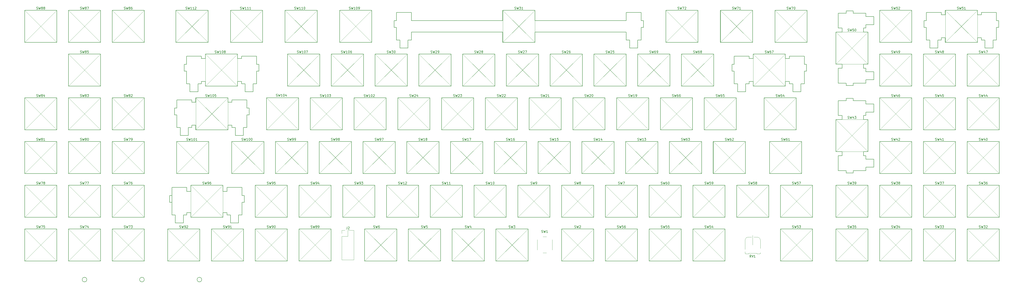
<source format=gbr>
%TF.GenerationSoftware,KiCad,Pcbnew,(5.1.5)-3*%
%TF.CreationDate,2020-04-26T16:35:22-07:00*%
%TF.ProjectId,Keyboard,4b657962-6f61-4726-942e-6b696361645f,rev?*%
%TF.SameCoordinates,Original*%
%TF.FileFunction,Legend,Top*%
%TF.FilePolarity,Positive*%
%FSLAX46Y46*%
G04 Gerber Fmt 4.6, Leading zero omitted, Abs format (unit mm)*
G04 Created by KiCad (PCBNEW (5.1.5)-3) date 2020-04-26 16:35:22*
%MOMM*%
%LPD*%
G04 APERTURE LIST*
%ADD10C,0.200000*%
%ADD11C,0.120000*%
%ADD12C,0.150000*%
G04 APERTURE END LIST*
D10*
X-31629999Y-160753500D02*
G75*
G03X-31629999Y-160753500I-1000000J0D01*
G01*
X-6629999Y-160753500D02*
G75*
G03X-6629999Y-160753500I-1000000J0D01*
G01*
X18370000Y-160753500D02*
G75*
G03X18370000Y-160753500I-1000000J0D01*
G01*
D11*
X258191000Y-145669000D02*
X258191000Y-141478000D01*
X-44704001Y-138659000D02*
X-58699000Y-152654000D01*
X-58699000Y-138659000D02*
X-44704001Y-152654000D01*
X-25654001Y-138659000D02*
X-39649000Y-152654000D01*
X-39649000Y-138659000D02*
X-25654001Y-152654000D01*
X-6604001Y-138659000D02*
X-20599000Y-152654000D01*
X-20599000Y-138659000D02*
X-6604001Y-152654000D01*
X-6604001Y-119609000D02*
X-20599000Y-133604000D01*
X-20599000Y-119609000D02*
X-6604001Y-133604000D01*
X-25654001Y-119609000D02*
X-39649000Y-133604000D01*
X-39649000Y-119609000D02*
X-25654001Y-133604000D01*
X-44704001Y-119609000D02*
X-58699000Y-133604000D01*
X-58699000Y-119609000D02*
X-44704001Y-133604000D01*
X-44704001Y-100559001D02*
X-58699000Y-114554001D01*
X-58699000Y-100559001D02*
X-44704001Y-114554001D01*
X-25654001Y-100559001D02*
X-39649000Y-114554001D01*
X-39649000Y-100559001D02*
X-25654001Y-114554001D01*
X-6604001Y-100559001D02*
X-20599000Y-114554001D01*
X-20599000Y-100559001D02*
X-6604001Y-114554001D01*
X-6604001Y-81509001D02*
X-20599000Y-95504001D01*
X-20599000Y-81509001D02*
X-6604001Y-95504001D01*
X-25654001Y-81509001D02*
X-39649000Y-95504001D01*
X-39649000Y-81509001D02*
X-25654001Y-95504001D01*
X-44704001Y-81509001D02*
X-58699000Y-95504001D01*
X-58699000Y-81509001D02*
X-44704001Y-95504001D01*
X-25654001Y-62459001D02*
X-39649000Y-76454001D01*
X-39649000Y-62459001D02*
X-25654001Y-76454001D01*
X-44704001Y-43409001D02*
X-58699000Y-57404001D01*
X-58699000Y-43409001D02*
X-44704001Y-57404001D01*
X-25654001Y-43409001D02*
X-39649000Y-57404001D01*
X-39649000Y-43409001D02*
X-25654001Y-57404001D01*
X-6604001Y-43409001D02*
X-20599000Y-57404001D01*
X-20599000Y-43409001D02*
X-6604001Y-57404001D01*
X44896000Y-43409001D02*
X30901001Y-57404001D01*
X30901001Y-43409001D02*
X44896000Y-57404001D01*
X21146000Y-43409001D02*
X7151001Y-57404001D01*
X7151001Y-43409001D02*
X21146000Y-57404001D01*
X33996000Y-62459001D02*
X20001001Y-76454001D01*
X20001001Y-62459001D02*
X33996000Y-76454001D01*
X29796000Y-81509000D02*
X15801001Y-95504000D01*
X15801001Y-81509000D02*
X29796000Y-95504000D01*
X21445999Y-100559001D02*
X7451000Y-114554001D01*
X7451000Y-100559001D02*
X21445999Y-114554001D01*
X45446000Y-100559001D02*
X31451001Y-114554001D01*
X31451001Y-100559001D02*
X45446000Y-114554001D01*
X27645999Y-119609001D02*
X13651000Y-133604001D01*
X13651000Y-119609001D02*
X27645999Y-133604001D01*
X17545999Y-138659001D02*
X3551000Y-152654001D01*
X3551000Y-138659001D02*
X17545999Y-152654001D01*
X36595999Y-138659001D02*
X22601000Y-152654001D01*
X22601000Y-138659001D02*
X36595999Y-152654001D01*
X55645999Y-138659001D02*
X41651000Y-152654001D01*
X41651000Y-138659001D02*
X55645999Y-152654001D01*
X55645999Y-119609001D02*
X41651000Y-133604001D01*
X41651000Y-119609001D02*
X55645999Y-133604001D01*
X64495999Y-100559001D02*
X50501000Y-114554001D01*
X50501000Y-100559001D02*
X64495999Y-114554001D01*
X60545999Y-81509000D02*
X46551000Y-95504000D01*
X46551000Y-81509000D02*
X60545999Y-95504000D01*
X69745999Y-62459001D02*
X55751000Y-76454001D01*
X55751000Y-62459001D02*
X69745999Y-76454001D01*
X68646000Y-43409001D02*
X54651001Y-57404001D01*
X54651001Y-43409001D02*
X68646000Y-57404001D01*
X92396000Y-43409001D02*
X78401001Y-57404001D01*
X78401001Y-43409001D02*
X92396000Y-57404001D01*
X88795999Y-62459001D02*
X74801000Y-76454001D01*
X74801000Y-62459001D02*
X88795999Y-76454001D01*
X79595999Y-81509000D02*
X65601000Y-95504000D01*
X65601000Y-81509000D02*
X79595999Y-95504000D01*
X83546000Y-100559001D02*
X69551001Y-114554001D01*
X69551001Y-100559001D02*
X83546000Y-114554001D01*
X74695999Y-119609001D02*
X60701000Y-133604001D01*
X60701000Y-119609001D02*
X74695999Y-133604001D01*
X74695999Y-138659001D02*
X60701000Y-152654001D01*
X60701000Y-138659001D02*
X74695999Y-152654001D01*
X93745999Y-119609001D02*
X79751000Y-133604001D01*
X79751000Y-119609001D02*
X93745999Y-133604001D01*
X102596000Y-100559001D02*
X88601001Y-114554001D01*
X88601001Y-100559001D02*
X102596000Y-114554001D01*
X98645999Y-81509000D02*
X84651000Y-95504000D01*
X84651000Y-81509000D02*
X98645999Y-95504000D01*
X107845999Y-62459001D02*
X93851000Y-76454001D01*
X93851000Y-62459001D02*
X107845999Y-76454001D01*
X126895999Y-62459001D02*
X112901000Y-76454001D01*
X112901000Y-62459001D02*
X126895999Y-76454001D01*
X117695999Y-81509000D02*
X103701000Y-95504000D01*
X103701000Y-81509000D02*
X117695999Y-95504000D01*
X121645999Y-100559001D02*
X107651000Y-114554001D01*
X107651000Y-100559001D02*
X121645999Y-114554001D01*
X112795999Y-119609001D02*
X98801000Y-133604001D01*
X98801000Y-119609001D02*
X112795999Y-133604001D01*
X103270999Y-138659001D02*
X89276000Y-152654001D01*
X89276000Y-138659001D02*
X103270999Y-152654001D01*
X122320999Y-138659001D02*
X108326000Y-152654001D01*
X108326000Y-138659001D02*
X122320999Y-152654001D01*
X131845999Y-119609001D02*
X117851000Y-133604001D01*
X117851000Y-119609001D02*
X131845999Y-133604001D01*
X140695999Y-100559001D02*
X126701000Y-114554001D01*
X126701000Y-100559001D02*
X140695999Y-114554001D01*
X136745999Y-81509000D02*
X122751000Y-95504000D01*
X122751000Y-81509000D02*
X136745999Y-95504000D01*
X145945999Y-62459001D02*
X131951000Y-76454001D01*
X131951000Y-62459001D02*
X145945999Y-76454001D01*
X163396000Y-43409001D02*
X149401001Y-57404001D01*
X149401001Y-43409001D02*
X163396000Y-57404001D01*
X164995999Y-62459001D02*
X151001000Y-76454001D01*
X151001000Y-62459001D02*
X164995999Y-76454001D01*
X155796000Y-81509000D02*
X141801001Y-95504000D01*
X141801001Y-81509000D02*
X155796000Y-95504000D01*
X159745999Y-100559001D02*
X145751000Y-114554001D01*
X145751000Y-100559001D02*
X159745999Y-114554001D01*
X150896000Y-119609001D02*
X136901001Y-133604001D01*
X136901001Y-119609001D02*
X150896000Y-133604001D01*
X141370999Y-138659001D02*
X127376000Y-152654001D01*
X127376000Y-138659001D02*
X141370999Y-152654001D01*
X160421000Y-138659001D02*
X146426001Y-152654001D01*
X146426001Y-138659001D02*
X160421000Y-152654001D01*
X169945999Y-119609001D02*
X155951000Y-133604001D01*
X155951000Y-119609001D02*
X169945999Y-133604001D01*
X178795999Y-100559001D02*
X164801000Y-114554001D01*
X164801000Y-100559001D02*
X178795999Y-114554001D01*
X174845999Y-81509000D02*
X160851000Y-95504000D01*
X160851000Y-81509000D02*
X174845999Y-95504000D01*
X184045999Y-62459001D02*
X170051000Y-76454001D01*
X170051000Y-62459001D02*
X184045999Y-76454001D01*
X203095999Y-62459001D02*
X189101000Y-76454001D01*
X189101000Y-62459001D02*
X203095999Y-76454001D01*
X193895999Y-81509000D02*
X179901000Y-95504000D01*
X179901000Y-81509000D02*
X193895999Y-95504000D01*
X197845999Y-100559001D02*
X183851000Y-114554001D01*
X183851000Y-100559001D02*
X197845999Y-114554001D01*
X188995999Y-119609001D02*
X175001000Y-133604001D01*
X175001000Y-119609001D02*
X188995999Y-133604001D01*
X188995999Y-138659001D02*
X175001000Y-152654001D01*
X175001000Y-138659001D02*
X188995999Y-152654001D01*
X208045999Y-138659001D02*
X194051000Y-152654001D01*
X194051000Y-138659001D02*
X208045999Y-152654001D01*
X208045999Y-119609001D02*
X194051000Y-133604001D01*
X194051000Y-119609001D02*
X208045999Y-133604001D01*
X216896000Y-100559001D02*
X202901001Y-114554001D01*
X202901001Y-100559001D02*
X216896000Y-114554001D01*
X212945999Y-81509000D02*
X198951000Y-95504000D01*
X198951000Y-81509000D02*
X212945999Y-95504000D01*
X222146000Y-62459001D02*
X208151001Y-76454001D01*
X208151001Y-62459001D02*
X222146000Y-76454001D01*
X234395999Y-43409001D02*
X220401000Y-57404001D01*
X220401000Y-43409001D02*
X234395999Y-57404001D01*
X241196000Y-62459001D02*
X227201001Y-76454001D01*
X227201001Y-62459001D02*
X241196000Y-76454001D01*
X231995999Y-81509000D02*
X218001000Y-95504000D01*
X218001000Y-81509000D02*
X231995999Y-95504000D01*
X235945999Y-100559001D02*
X221951000Y-114554001D01*
X221951000Y-100559001D02*
X235945999Y-114554001D01*
X227095999Y-119609001D02*
X213101000Y-133604001D01*
X213101000Y-119609001D02*
X227095999Y-133604001D01*
X227095999Y-138659001D02*
X213101000Y-152654001D01*
X213101000Y-138659001D02*
X227095999Y-152654001D01*
X246145999Y-119609001D02*
X232151000Y-133604001D01*
X232151000Y-119609001D02*
X246145999Y-133604001D01*
X246145999Y-138659001D02*
X232151000Y-152654001D01*
X232151000Y-138659001D02*
X246145999Y-152654001D01*
X265196000Y-119609001D02*
X251201001Y-133604001D01*
X251201001Y-119609001D02*
X265196000Y-133604001D01*
X255040999Y-100584000D02*
X241046000Y-114579000D01*
X241046000Y-100584000D02*
X255040999Y-114579000D01*
X251046000Y-81509000D02*
X237051001Y-95504000D01*
X237051001Y-81509000D02*
X251046000Y-95504000D01*
X258145999Y-43409001D02*
X244151000Y-57404001D01*
X244151000Y-43409001D02*
X258145999Y-57404001D01*
X281895998Y-43409001D02*
X267900999Y-57404001D01*
X267900999Y-43409001D02*
X281895998Y-57404001D01*
X272395999Y-62459001D02*
X258401000Y-76454001D01*
X258401000Y-62459001D02*
X272395999Y-76454001D01*
X277146000Y-81509000D02*
X263151001Y-95504000D01*
X263151001Y-81509000D02*
X277146000Y-95504000D01*
X279495998Y-100559001D02*
X265500999Y-114554001D01*
X265500999Y-100559001D02*
X279495998Y-114554001D01*
X284245999Y-119609001D02*
X270251000Y-133604001D01*
X270251000Y-119609001D02*
X284245999Y-133604001D01*
X284245999Y-138659001D02*
X270251000Y-152654001D01*
X270251000Y-138659001D02*
X284245999Y-152654001D01*
X308395999Y-52934001D02*
X294401000Y-66929001D01*
X294401000Y-52934001D02*
X308395999Y-66929001D01*
X308395999Y-91034001D02*
X294401000Y-105029001D01*
X294401000Y-91034001D02*
X308395999Y-105029001D01*
X308395999Y-119609001D02*
X294401000Y-133604001D01*
X294401000Y-119609001D02*
X308395999Y-133604001D01*
X308395999Y-138659001D02*
X294401000Y-152654001D01*
X294401000Y-138659001D02*
X308395999Y-152654001D01*
X327445999Y-138659001D02*
X313451000Y-152654001D01*
X313451000Y-138659001D02*
X327445999Y-152654001D01*
X327445999Y-119609001D02*
X313451000Y-133604001D01*
X313451000Y-119609001D02*
X327445999Y-133604001D01*
X327445999Y-100559001D02*
X313451000Y-114554001D01*
X313451000Y-100559001D02*
X327445999Y-114554001D01*
X327445999Y-81509001D02*
X313451000Y-95504001D01*
X313451000Y-81509001D02*
X327445999Y-95504001D01*
X327445999Y-62459001D02*
X313451000Y-76454001D01*
X313451000Y-62459001D02*
X327445999Y-76454001D01*
X342026000Y-43409001D02*
X356020999Y-57404000D01*
X342026000Y-57404000D02*
X356020999Y-43409001D01*
X332501000Y-76454001D02*
X346495999Y-62459001D01*
X346495999Y-76454001D02*
X332501000Y-62459001D01*
X332501000Y-81509001D02*
X346495999Y-95504001D01*
X332501000Y-95504001D02*
X346495999Y-81509001D01*
X346495999Y-100559001D02*
X332501000Y-114554001D01*
X346495999Y-114554001D02*
X332501000Y-100559001D01*
X332501000Y-119609001D02*
X346495999Y-133604001D01*
X332501000Y-133604001D02*
X346495999Y-119609001D01*
X346495999Y-138659001D02*
X332501000Y-152654001D01*
X346495999Y-152654001D02*
X332501000Y-138659001D01*
X365546000Y-138659001D02*
X351551000Y-152654001D01*
X351551000Y-138659001D02*
X365546000Y-152654001D01*
X365546000Y-119609001D02*
X351551000Y-133604001D01*
X351551000Y-119609001D02*
X365546000Y-133604001D01*
X351551000Y-114554001D02*
X365546000Y-100559001D01*
X351551000Y-100559001D02*
X365546000Y-114554001D01*
X351551000Y-95504001D02*
X365546000Y-81509001D01*
X351551000Y-81509001D02*
X365546000Y-95504001D01*
X351551000Y-76454001D02*
X365546000Y-62459001D01*
X351551000Y-62459001D02*
X365546000Y-76454001D01*
X327445999Y-43409001D02*
X313451000Y-57404000D01*
X313451000Y-43409001D02*
X327406000Y-57404000D01*
D10*
X-44704000Y-152654000D02*
X-44704000Y-138659000D01*
X-58699000Y-152654000D02*
X-44704000Y-152654000D01*
X-44704000Y-133604001D02*
X-44704000Y-119609000D01*
X-44704000Y-119609000D02*
X-58699000Y-119609000D01*
X-58699000Y-119609000D02*
X-58699000Y-133604001D01*
X-20599000Y-152654000D02*
X-6603999Y-152654000D01*
X-58699000Y-133604001D02*
X-44704000Y-133604001D01*
X-6603999Y-152654000D02*
X-6603999Y-138659000D01*
X-20599000Y-138659000D02*
X-20599000Y-152654000D01*
X-39649000Y-152654000D02*
X-25653999Y-152654000D01*
X-25653999Y-152654000D02*
X-25653999Y-138659000D01*
X-25653999Y-138659000D02*
X-39649000Y-138659000D01*
X-6603999Y-138659000D02*
X-20599000Y-138659000D01*
X-39649000Y-138659000D02*
X-39649000Y-152654000D01*
X155796000Y-81509000D02*
X141801001Y-81509000D01*
X69746000Y-62459001D02*
X55751000Y-62459001D01*
X55751000Y-76454001D02*
X69746000Y-76454001D01*
X31548500Y-82506500D02*
X31548500Y-83506500D01*
X136746000Y-95504000D02*
X136746000Y-81509000D01*
X31548500Y-83506500D02*
X29796000Y-83506500D01*
X29796000Y-83506500D02*
X29796000Y-81509000D01*
X29796000Y-81509000D02*
X15801001Y-81509000D01*
X7548501Y-86006500D02*
X6548500Y-86006500D01*
X174846000Y-95504000D02*
X174846000Y-81509000D01*
X6548500Y-86006500D02*
X6548500Y-89006500D01*
X231996000Y-95504000D02*
X231996000Y-81509000D01*
X14048500Y-83506500D02*
X14048500Y-82506500D01*
X9048500Y-94506500D02*
X9048500Y-98006500D01*
X79596000Y-95504000D02*
X79596000Y-81509000D01*
X9048500Y-98006500D02*
X12548501Y-98006500D01*
X141801001Y-95504000D02*
X155796000Y-95504000D01*
X12548501Y-94506500D02*
X14048500Y-94506500D01*
X84651000Y-81509000D02*
X84651000Y-95504000D01*
X7548501Y-82506500D02*
X7548501Y-86006500D01*
X7548501Y-94506500D02*
X9048500Y-94506500D01*
X98646000Y-95504000D02*
X98646000Y-81509000D01*
X60546000Y-95504000D02*
X60546000Y-81509000D01*
X14048500Y-94506500D02*
X14048500Y-93506500D01*
X218001000Y-81509000D02*
X218001000Y-95504000D01*
X198951000Y-81509000D02*
X198951000Y-95504000D01*
X141801001Y-81509000D02*
X141801001Y-95504000D01*
X117696000Y-81509000D02*
X103701000Y-81509000D01*
X55751000Y-62459001D02*
X55751000Y-76454001D01*
X15801001Y-83506500D02*
X14048500Y-83506500D01*
X6548500Y-89006500D02*
X7548501Y-89006500D01*
X12548501Y-98006500D02*
X12548501Y-94506500D01*
X7548501Y-89006500D02*
X7548501Y-94506500D01*
X14048500Y-93506500D02*
X15801001Y-93506500D01*
X65601000Y-81509000D02*
X65601000Y-95504000D01*
X14048500Y-82506500D02*
X7548501Y-82506500D01*
X231996000Y-81509000D02*
X218001000Y-81509000D01*
X198951000Y-95504000D02*
X212946001Y-95504000D01*
X160851000Y-95504000D02*
X174846000Y-95504000D01*
X98646000Y-81509000D02*
X84651000Y-81509000D01*
X79596000Y-81509000D02*
X65601000Y-81509000D01*
X46551000Y-81509000D02*
X46551000Y-95504000D01*
X46551000Y-95504000D02*
X60546000Y-95504000D01*
X15801001Y-81509000D02*
X15801001Y-83506500D01*
X193896001Y-81509000D02*
X179901000Y-81509000D01*
X179901000Y-81509000D02*
X179901000Y-95504000D01*
X160851000Y-81509000D02*
X160851000Y-95504000D01*
X174846000Y-81509000D02*
X160851000Y-81509000D01*
X155796000Y-95504000D02*
X155796000Y-81509000D01*
X218001000Y-95504000D02*
X231996000Y-95504000D01*
X122751000Y-95504000D02*
X136746000Y-95504000D01*
X122751000Y-81509000D02*
X122751000Y-95504000D01*
X136746000Y-81509000D02*
X122751000Y-81509000D01*
X193896001Y-95504000D02*
X193896001Y-81509000D01*
X179901000Y-95504000D02*
X193896001Y-95504000D01*
X212946001Y-81509000D02*
X198951000Y-81509000D01*
X117696000Y-95504000D02*
X117696000Y-81509000D01*
X65601000Y-95504000D02*
X79596000Y-95504000D01*
X212946001Y-95504000D02*
X212946001Y-81509000D01*
X84651000Y-95504000D02*
X98646000Y-95504000D01*
X60546000Y-81509000D02*
X46551000Y-81509000D01*
X103701000Y-95504000D02*
X117696000Y-95504000D01*
X103701000Y-81509000D02*
X103701000Y-95504000D01*
X69746000Y-76454001D02*
X69746000Y-62459001D01*
X213101000Y-133604001D02*
X227096000Y-133604001D01*
X155951000Y-119609001D02*
X155951000Y-133604001D01*
X246146000Y-133604001D02*
X246146000Y-119609001D01*
X346495999Y-152654001D02*
X346495999Y-138659001D01*
X131846000Y-119609001D02*
X117851000Y-119609001D01*
X365546000Y-81509001D02*
X351551000Y-81509001D01*
X346495999Y-114554001D02*
X346495999Y-100559001D01*
X351551000Y-114554001D02*
X365546000Y-114554001D01*
X365546000Y-114554001D02*
X365546000Y-100559001D01*
X365546000Y-100559001D02*
X351551000Y-100559001D01*
X188996000Y-119609001D02*
X175001000Y-119609001D01*
X351551000Y-152654001D02*
X365546000Y-152654001D01*
X169946000Y-133604001D02*
X169946000Y-119609001D01*
X213101000Y-119609001D02*
X213101000Y-133604001D01*
X246146000Y-119609001D02*
X232151000Y-119609001D01*
X188996000Y-133604001D02*
X188996000Y-119609001D01*
X45446001Y-100559001D02*
X31451001Y-100559001D01*
X117851000Y-133604001D02*
X131846000Y-133604001D01*
X208046000Y-119609001D02*
X194051000Y-119609001D01*
X346495999Y-138659001D02*
X332501000Y-138659001D01*
X208046000Y-133604001D02*
X208046000Y-119609001D01*
X7451000Y-100559001D02*
X7451000Y-114554001D01*
X327445999Y-138659001D02*
X313451000Y-138659001D01*
X194051000Y-119609001D02*
X194051000Y-133604001D01*
X169946000Y-119609001D02*
X155951000Y-119609001D01*
X294401000Y-138659001D02*
X294401000Y-152654001D01*
X194051000Y-133604001D02*
X208046000Y-133604001D01*
X7451000Y-114554001D02*
X21446001Y-114554001D01*
X227096000Y-119609001D02*
X213101000Y-119609001D01*
X31451001Y-114554001D02*
X45446001Y-114554001D01*
X308396000Y-138659001D02*
X294401000Y-138659001D01*
X351551000Y-95504001D02*
X365546000Y-95504001D01*
X351551000Y-138659001D02*
X351551000Y-152654001D01*
X232151000Y-133604001D02*
X246146000Y-133604001D01*
X136901001Y-133604001D02*
X150896000Y-133604001D01*
X332501000Y-138659001D02*
X332501000Y-152654001D01*
X351551000Y-100559001D02*
X351551000Y-114554001D01*
X117851000Y-119609001D02*
X117851000Y-133604001D01*
X346495999Y-100559001D02*
X332501000Y-100559001D01*
X155951000Y-133604001D02*
X169946000Y-133604001D01*
X175001000Y-133604001D02*
X188996000Y-133604001D01*
X150896000Y-119609001D02*
X136901001Y-119609001D01*
X136901001Y-119609001D02*
X136901001Y-133604001D01*
X227096000Y-133604001D02*
X227096000Y-119609001D01*
X232151000Y-119609001D02*
X232151000Y-133604001D01*
X365546000Y-152654001D02*
X365546000Y-138659001D01*
X313451000Y-138659001D02*
X313451000Y-152654001D01*
X327445999Y-152654001D02*
X327445999Y-138659001D01*
X45446001Y-114554001D02*
X45446001Y-100559001D01*
X31451001Y-100559001D02*
X31451001Y-114554001D01*
X294401000Y-152654001D02*
X308396000Y-152654001D01*
X21446001Y-100559001D02*
X7451000Y-100559001D01*
X313451000Y-152654001D02*
X327445999Y-152654001D01*
X150896000Y-133604001D02*
X150896000Y-119609001D01*
X131846000Y-133604001D02*
X131846000Y-119609001D01*
X332501000Y-152654001D02*
X346495999Y-152654001D01*
X308396000Y-152654001D02*
X308396000Y-138659001D01*
X365546000Y-138659001D02*
X351551000Y-138659001D01*
X351551000Y-81509001D02*
X351551000Y-95504001D01*
X365546000Y-95504001D02*
X365546000Y-81509001D01*
X21446001Y-114554001D02*
X21446001Y-100559001D01*
X332501000Y-100559001D02*
X332501000Y-114554001D01*
X332501000Y-114554001D02*
X346495999Y-114554001D01*
X175001000Y-119609001D02*
X175001000Y-133604001D01*
X103271000Y-152654001D02*
X103271000Y-138659001D01*
X332501000Y-119609001D02*
X332501000Y-133604001D01*
X313451000Y-133604001D02*
X327445999Y-133604001D01*
X202901001Y-114554001D02*
X216896000Y-114554001D01*
X103271000Y-138659001D02*
X89276000Y-138659001D01*
X235946000Y-114554001D02*
X235946000Y-100559001D01*
X74801000Y-62459001D02*
X74801000Y-76454001D01*
X365546000Y-133604001D02*
X365546000Y-119609001D01*
X74801000Y-76454001D02*
X88796000Y-76454001D01*
X235946000Y-100559001D02*
X221951000Y-100559001D01*
X88796000Y-76454001D02*
X88796000Y-62459001D01*
X221951000Y-100559001D02*
X221951000Y-114554001D01*
X202901001Y-100559001D02*
X202901001Y-114554001D01*
X108326000Y-152654001D02*
X122321001Y-152654001D01*
X308396000Y-133604001D02*
X308396000Y-119609001D01*
X88796000Y-62459001D02*
X74801000Y-62459001D01*
X216896000Y-100559001D02*
X202901001Y-100559001D01*
X89276000Y-152654001D02*
X103271000Y-152654001D01*
X313451000Y-119609001D02*
X313451000Y-133604001D01*
X351551000Y-133604001D02*
X365546000Y-133604001D01*
X127376000Y-138659001D02*
X127376000Y-152654001D01*
X141371000Y-138659001D02*
X127376000Y-138659001D01*
X108326000Y-138659001D02*
X108326000Y-152654001D01*
X221951000Y-114554001D02*
X235946000Y-114554001D01*
X365546000Y-119609001D02*
X351551000Y-119609001D01*
X122321001Y-152654001D02*
X122321001Y-138659001D01*
X89276000Y-138659001D02*
X89276000Y-152654001D01*
X351551000Y-119609001D02*
X351551000Y-133604001D01*
X122321001Y-138659001D02*
X108326000Y-138659001D01*
X294401000Y-119609001D02*
X294401000Y-133604001D01*
X294401000Y-133604001D02*
X308396000Y-133604001D01*
X216896000Y-114554001D02*
X216896000Y-100559001D01*
X346495999Y-119609001D02*
X332501000Y-119609001D01*
X308396000Y-119609001D02*
X294401000Y-119609001D01*
X327445999Y-119609001D02*
X313451000Y-119609001D01*
X346495999Y-133604001D02*
X346495999Y-119609001D01*
X127376000Y-152654001D02*
X141371000Y-152654001D01*
X327445999Y-133604001D02*
X327445999Y-119609001D01*
X332501000Y-133604001D02*
X346495999Y-133604001D01*
X141371000Y-152654001D02*
X141371000Y-138659001D01*
X294401000Y-66929001D02*
X297148499Y-66929001D01*
X301898499Y-43681501D02*
X298898499Y-43681501D01*
X295398500Y-68681500D02*
X295398500Y-75181500D01*
X313451000Y-43409001D02*
X313451000Y-57404000D01*
X22601000Y-138659001D02*
X22601000Y-152654001D01*
X36596000Y-152654001D02*
X36596000Y-138659001D01*
X55646000Y-138659001D02*
X41651000Y-138659001D01*
X108148501Y-59906501D02*
X108148501Y-56406501D01*
X298898499Y-75181500D02*
X298898499Y-76181500D01*
X295398500Y-44681501D02*
X295398500Y-51181501D01*
X301898499Y-75181500D02*
X307398499Y-75181500D01*
X36596000Y-138659001D02*
X22601000Y-138659001D01*
X327445999Y-43409001D02*
X313451000Y-43409001D01*
X310898499Y-49681501D02*
X310898499Y-46181501D01*
X307398499Y-75181500D02*
X307398499Y-73681500D01*
X307398499Y-73681500D02*
X310898499Y-73681500D01*
X297148499Y-52934001D02*
X294401000Y-52934001D01*
X41651000Y-152654001D02*
X55646000Y-152654001D01*
X55646000Y-152654001D02*
X55646000Y-138659001D01*
X41651000Y-138659001D02*
X41651000Y-152654001D01*
X103148501Y-44406501D02*
X103148501Y-47906500D01*
X102148500Y-47906500D02*
X102148500Y-50906501D01*
X307398499Y-46181501D02*
X307398499Y-44681501D01*
X294401000Y-52934001D02*
X294401000Y-66929001D01*
X310898499Y-73681500D02*
X310898499Y-70181500D01*
X310898499Y-46181501D02*
X307398499Y-46181501D01*
X298898499Y-76181500D02*
X301898499Y-76181500D01*
X3551000Y-152654001D02*
X17546000Y-152654001D01*
X307398499Y-49681501D02*
X310898499Y-49681501D01*
X307398499Y-44681501D02*
X301898499Y-44681501D01*
X297148499Y-68681500D02*
X295398500Y-68681500D01*
X295398500Y-75181500D02*
X298898499Y-75181500D01*
X313451000Y-57404000D02*
X327445999Y-57404000D01*
X17546000Y-138659001D02*
X3551000Y-138659001D01*
X109648501Y-44406501D02*
X103148501Y-44406501D01*
X301898499Y-44681501D02*
X301898499Y-43681501D01*
X102148500Y-50906501D02*
X103148501Y-50906501D01*
X108148501Y-56406501D02*
X109648501Y-56406501D01*
X327445999Y-57404000D02*
X327445999Y-43409001D01*
X109648501Y-56406501D02*
X109648501Y-52906500D01*
X109648501Y-52906500D02*
X149401001Y-52906500D01*
X301898499Y-76181500D02*
X301898499Y-75181500D01*
X307398499Y-51181501D02*
X307398499Y-49681501D01*
X297148499Y-66929001D02*
X297148499Y-68681500D01*
X297148499Y-51181501D02*
X297148499Y-52934001D01*
X103148501Y-47906500D02*
X102148500Y-47906500D01*
X298898499Y-44681501D02*
X295398500Y-44681501D01*
X103148501Y-56406501D02*
X104648500Y-56406501D01*
X163396000Y-43409001D02*
X149401001Y-43409001D01*
X22601000Y-152654001D02*
X36596000Y-152654001D01*
X203148500Y-47906500D02*
X163396000Y-47906500D01*
X310898499Y-70181500D02*
X307398499Y-70181500D01*
X109648501Y-47906500D02*
X109648501Y-44406501D01*
X149401001Y-47906500D02*
X109648501Y-47906500D01*
X104648500Y-59906501D02*
X108148501Y-59906501D01*
X295398500Y-51181501D02*
X297148499Y-51181501D01*
X163396000Y-47906500D02*
X163396000Y-43409001D01*
X307398499Y-70181500D02*
X307398499Y-68681500D01*
X3551000Y-138659001D02*
X3551000Y-152654001D01*
X17546000Y-152654001D02*
X17546000Y-138659001D01*
X103148501Y-50906501D02*
X103148501Y-56406501D01*
X104648500Y-56406501D02*
X104648500Y-59906501D01*
X149401001Y-43409001D02*
X149401001Y-47906500D01*
X298898499Y-43681501D02*
X298898499Y-44681501D01*
X7151001Y-57404000D02*
X21146000Y-57404000D01*
X54651001Y-57404000D02*
X68646000Y-57404000D01*
X220401000Y-43409001D02*
X220401000Y-57404000D01*
X281895999Y-43409001D02*
X267900999Y-43409001D01*
X60701000Y-138659001D02*
X60701000Y-152654001D01*
X208046000Y-152654001D02*
X208046000Y-138659001D01*
X203148500Y-52906500D02*
X203148500Y-56406500D01*
X204648501Y-59906500D02*
X208148500Y-59906500D01*
X208148500Y-59906500D02*
X208148500Y-56406500D01*
X30901001Y-43409001D02*
X30901001Y-57404000D01*
X208148500Y-56406500D02*
X209648501Y-56406500D01*
X234396000Y-57404000D02*
X234396000Y-43409001D01*
X209648501Y-47906500D02*
X209648501Y-44406500D01*
X163396000Y-52906500D02*
X203148500Y-52906500D01*
X244151000Y-57404000D02*
X258146000Y-57404000D01*
X163396000Y-57404000D02*
X163396000Y-52906500D01*
X44896000Y-43409001D02*
X30901001Y-43409001D01*
X258146000Y-57404000D02*
X258146000Y-43409001D01*
X210648500Y-50906500D02*
X210648500Y-47906500D01*
X258146000Y-43409001D02*
X244151000Y-43409001D01*
X74696000Y-138659001D02*
X60701000Y-138659001D01*
X208046000Y-138659001D02*
X194051000Y-138659001D01*
X92396000Y-57404000D02*
X92396000Y-43409001D01*
X149401001Y-52906500D02*
X149401001Y-57404000D01*
X7151001Y-43409001D02*
X7151001Y-57404000D01*
X78401001Y-57404000D02*
X92396000Y-57404000D01*
X234396000Y-43409001D02*
X220401000Y-43409001D01*
X267900999Y-43409001D02*
X267900999Y-57404000D01*
X92396000Y-43409001D02*
X78401001Y-43409001D01*
X21146000Y-43409001D02*
X7151001Y-43409001D01*
X220401000Y-57404000D02*
X234396000Y-57404000D01*
X60701000Y-152654001D02*
X74696000Y-152654001D01*
X213101000Y-152654001D02*
X227096000Y-152654001D01*
X227096000Y-138659001D02*
X213101000Y-138659001D01*
X213101000Y-138659001D02*
X213101000Y-152654001D01*
X209648501Y-44406500D02*
X203148500Y-44406500D01*
X54651001Y-43409001D02*
X54651001Y-57404000D01*
X232151000Y-152654001D02*
X246146000Y-152654001D01*
X209648501Y-56406500D02*
X209648501Y-50906500D01*
X74696000Y-152654001D02*
X74696000Y-138659001D01*
X246146000Y-152654001D02*
X246146000Y-138659001D01*
X210648500Y-47906500D02*
X209648501Y-47906500D01*
X244151000Y-43409001D02*
X244151000Y-57404000D01*
X21146000Y-57404000D02*
X21146000Y-43409001D01*
X44896000Y-57404000D02*
X44896000Y-43409001D01*
X246146000Y-138659001D02*
X232151000Y-138659001D01*
X68646000Y-43409001D02*
X54651001Y-43409001D01*
X149401001Y-57404000D02*
X163396000Y-57404000D01*
X203148500Y-56406500D02*
X204648501Y-56406500D01*
X204648501Y-56406500D02*
X204648501Y-59906500D01*
X203148500Y-44406500D02*
X203148500Y-47906500D01*
X78401001Y-43409001D02*
X78401001Y-57404000D01*
X267900999Y-57404000D02*
X281895999Y-57404000D01*
X194051000Y-152654001D02*
X208046000Y-152654001D01*
X232151000Y-138659001D02*
X232151000Y-152654001D01*
X30901001Y-57404000D02*
X44896000Y-57404000D01*
X209648501Y-50906500D02*
X210648500Y-50906500D01*
X281895999Y-57404000D02*
X281895999Y-43409001D01*
X194051000Y-138659001D02*
X194051000Y-152654001D01*
X227096000Y-152654001D02*
X227096000Y-138659001D01*
X270251000Y-119609001D02*
X270251000Y-133604001D01*
X270251000Y-133604001D02*
X284245999Y-133604001D01*
X284245999Y-133604001D02*
X284245999Y-119609001D01*
X68646000Y-57404000D02*
X68646000Y-43409001D01*
X34398500Y-136106500D02*
X34398500Y-132606500D01*
X34398500Y-132606500D02*
X35898500Y-132606500D01*
X13651000Y-133604001D02*
X27646000Y-133604001D01*
X41651000Y-133604001D02*
X55646000Y-133604001D01*
X55646000Y-119609001D02*
X41651000Y-119609001D01*
X60701000Y-133604001D02*
X74696000Y-133604001D01*
X74696000Y-133604001D02*
X74696000Y-119609001D01*
X74696000Y-119609001D02*
X60701000Y-119609001D01*
X30898500Y-136106500D02*
X34398500Y-136106500D01*
X41651000Y-119609001D02*
X41651000Y-133604001D01*
X10398500Y-136106500D02*
X10398500Y-132606500D01*
X27646000Y-133604001D02*
X27646000Y-131606500D01*
X30898500Y-132606500D02*
X30898500Y-136106500D01*
X265196000Y-119609001D02*
X251201001Y-119609001D01*
X6898500Y-132606500D02*
X6898500Y-136106500D01*
X60701000Y-119609001D02*
X60701000Y-133604001D01*
X79751000Y-133604001D02*
X93746000Y-133604001D01*
X270251000Y-152654001D02*
X284245999Y-152654001D01*
X27646000Y-119609001D02*
X13651000Y-119609001D01*
X93746000Y-133604001D02*
X93746000Y-119609001D01*
X29398500Y-122356500D02*
X27646000Y-122356500D01*
X79751000Y-119609001D02*
X79751000Y-133604001D01*
X98801000Y-133604001D02*
X112796000Y-133604001D01*
X13651000Y-119609001D02*
X13651000Y-122356500D01*
X5398500Y-120606500D02*
X5398500Y-132606500D01*
X112796000Y-133604001D02*
X112796000Y-119609001D01*
X265196000Y-133604001D02*
X265196000Y-119609001D01*
X284245999Y-152654001D02*
X284245999Y-138659001D01*
X35898500Y-120606500D02*
X29398500Y-120606500D01*
X35898500Y-124106500D02*
X35898500Y-120606500D01*
X6898500Y-136106500D02*
X10398500Y-136106500D01*
X11898500Y-131606500D02*
X13651000Y-131606500D01*
X35898500Y-132606500D02*
X35898500Y-127106500D01*
X55646000Y-133604001D02*
X55646000Y-119609001D01*
X93746000Y-119609001D02*
X79751000Y-119609001D01*
X112796000Y-119609001D02*
X98801000Y-119609001D01*
X27646000Y-122356500D02*
X27646000Y-119609001D01*
X251201001Y-119609001D02*
X251201001Y-133604001D01*
X29398500Y-132606500D02*
X30898500Y-132606500D01*
X98801000Y-119609001D02*
X98801000Y-133604001D01*
X270251000Y-138659001D02*
X270251000Y-152654001D01*
X10398500Y-132606500D02*
X11898500Y-132606500D01*
X5398500Y-132606500D02*
X6898500Y-132606500D01*
X36898500Y-124106500D02*
X35898500Y-124106500D01*
X36898500Y-127106500D02*
X36898500Y-124106500D01*
X251201001Y-133604001D02*
X265196000Y-133604001D01*
X29398500Y-120606500D02*
X29398500Y-122356500D01*
X284245999Y-119609001D02*
X270251000Y-119609001D01*
X11898500Y-122356500D02*
X11898500Y-120606500D01*
X284245999Y-138659001D02*
X270251000Y-138659001D01*
X11898500Y-120606500D02*
X5398500Y-120606500D01*
X35898500Y-127106500D02*
X36898500Y-127106500D01*
X11898500Y-132606500D02*
X11898500Y-131606500D01*
X13651000Y-122356500D02*
X11898500Y-122356500D01*
X13651000Y-131606500D02*
X13651000Y-133604001D01*
X27646000Y-131606500D02*
X29398500Y-131606500D01*
X29398500Y-131606500D02*
X29398500Y-132606500D01*
X18248500Y-75456500D02*
X18248500Y-74456500D01*
X-20599000Y-119609000D02*
X-20599000Y-133604001D01*
X43248500Y-66956500D02*
X42248500Y-66956500D01*
X-44704000Y-114554001D02*
X-44704000Y-100559001D01*
X-58699000Y-100559001D02*
X-58699000Y-114554001D01*
X13248500Y-78956500D02*
X16748500Y-78956500D01*
X-44704000Y-100559001D02*
X-58699000Y-100559001D01*
X-58699000Y-95504001D02*
X-44704000Y-95504001D01*
X-39649000Y-95504001D02*
X-25653999Y-95504001D01*
X-25653999Y-81509001D02*
X-39649000Y-81509001D01*
X-39649000Y-119609000D02*
X-39649000Y-133604001D01*
X33996000Y-62459001D02*
X20001001Y-62459001D01*
X35748500Y-63456500D02*
X35748500Y-64456500D01*
X40748500Y-78956500D02*
X40748500Y-75456501D01*
X42248500Y-66956500D02*
X42248500Y-63456500D01*
X37248500Y-75456501D02*
X37248500Y-78956500D01*
X-58699000Y-138659000D02*
X-58699000Y-152654000D01*
X-25653999Y-119609000D02*
X-39649000Y-119609000D01*
X11748500Y-69956500D02*
X11748500Y-75456500D01*
X-44704000Y-95504001D02*
X-44704000Y-81509001D01*
X18248500Y-74456500D02*
X20001001Y-74456500D01*
X13248500Y-75456500D02*
X13248500Y-78956500D01*
X-25653999Y-95504001D02*
X-25653999Y-81509001D01*
X-39649000Y-81509001D02*
X-39649000Y-95504001D01*
X35748500Y-64456500D02*
X33996000Y-64456500D01*
X20001001Y-64456500D02*
X18248500Y-64456500D01*
X10748500Y-69956500D02*
X11748500Y-69956500D01*
X20001001Y-74456500D02*
X20001001Y-76454001D01*
X35748500Y-74456500D02*
X35748500Y-75456501D01*
X-58699000Y-114554001D02*
X-44704000Y-114554001D01*
X-6603999Y-119609000D02*
X-20599000Y-119609000D01*
X-20599000Y-95504001D02*
X-6603999Y-95504001D01*
X37248500Y-78956500D02*
X40748500Y-78956500D01*
X42248500Y-69956500D02*
X43248500Y-69956500D01*
X-39649000Y-100559001D02*
X-39649000Y-114554001D01*
X-6603999Y-95504001D02*
X-6603999Y-81509001D01*
X20001001Y-62459001D02*
X20001001Y-64456500D01*
X18248500Y-64456500D02*
X18248500Y-63456500D01*
X-25653999Y-100559001D02*
X-39649000Y-100559001D01*
X-44704000Y-81509001D02*
X-58699000Y-81509001D01*
X-58699000Y-81509001D02*
X-58699000Y-95504001D01*
X-25653999Y-133604001D02*
X-25653999Y-119609000D01*
X-25653999Y-114554001D02*
X-25653999Y-100559001D01*
X16748500Y-78956500D02*
X16748500Y-75456500D01*
X-39649000Y-114554001D02*
X-25653999Y-114554001D01*
X11748500Y-66956500D02*
X10748500Y-66956500D01*
X10748500Y-66956500D02*
X10748500Y-69956500D01*
X16748500Y-75456500D02*
X18248500Y-75456500D01*
X35748500Y-75456501D02*
X37248500Y-75456501D01*
X33996000Y-64456500D02*
X33996000Y-62459001D01*
X33996000Y-74456500D02*
X35748500Y-74456500D01*
X33996000Y-76454000D02*
X33996000Y-74456500D01*
X40748500Y-75456501D02*
X42248500Y-75456501D01*
X42248500Y-63456500D02*
X35748500Y-63456500D01*
X43248500Y-69956500D02*
X43248500Y-66956500D01*
X11748500Y-63456500D02*
X11748500Y-66956500D01*
X-39649000Y-133604001D02*
X-25653999Y-133604001D01*
X42248500Y-75456501D02*
X42248500Y-69956500D01*
X-44704000Y-138659000D02*
X-58699000Y-138659000D01*
X18248500Y-63456500D02*
X11748500Y-63456500D01*
X11748500Y-75456500D02*
X13248500Y-75456500D01*
X20001001Y-76454001D02*
X33996000Y-76454000D01*
X-20599000Y-133604001D02*
X-6603999Y-133604001D01*
X-6603999Y-133604001D02*
X-6603999Y-119609000D01*
X307398499Y-82781501D02*
X301898499Y-82781501D01*
X308396000Y-91034001D02*
X306398499Y-91034001D01*
X-20599000Y-81509001D02*
X-20599000Y-95504001D01*
X-39649000Y-57404001D02*
X-25653999Y-57404001D01*
X298898499Y-81781501D02*
X298898499Y-82781501D01*
X295398500Y-113281501D02*
X298898499Y-113281501D01*
X301898499Y-113281501D02*
X307398499Y-113281501D01*
X307398499Y-111781500D02*
X310898499Y-111781500D01*
X295398500Y-82781501D02*
X295398500Y-89281501D01*
X307398499Y-89281501D02*
X307398499Y-87781501D01*
X-20599000Y-100559001D02*
X-20599000Y-114554001D01*
X-44704000Y-57404001D02*
X-44704000Y-43409001D01*
X297148499Y-91034001D02*
X294401000Y-91034001D01*
X301898499Y-114281500D02*
X301898499Y-113281501D01*
X294401000Y-91034001D02*
X294401000Y-105029001D01*
X294401000Y-105029001D02*
X297148499Y-105029001D01*
X310898499Y-84281501D02*
X307398499Y-84281501D01*
X310898499Y-111781500D02*
X310898499Y-108281501D01*
X-6603999Y-57404001D02*
X-6603999Y-43409001D01*
X-58699000Y-43409001D02*
X-58699000Y-57404001D01*
X-20599000Y-57404001D02*
X-6603999Y-57404001D01*
X313451000Y-95504001D02*
X327445999Y-95504001D01*
X306398499Y-106781500D02*
X306398499Y-105029001D01*
X-6603999Y-43409001D02*
X-20599000Y-43409001D01*
X-20599000Y-43409001D02*
X-20599000Y-57404001D01*
X-25653999Y-43409001D02*
X-39649000Y-43409001D01*
X-39649000Y-43409001D02*
X-39649000Y-57404001D01*
X-58699000Y-57404001D02*
X-44704000Y-57404001D01*
X-6603999Y-100559001D02*
X-20599000Y-100559001D01*
X306398499Y-105029001D02*
X308396000Y-105029001D01*
X307398499Y-84281501D02*
X307398499Y-82781501D01*
X301898499Y-81781501D02*
X298898499Y-81781501D01*
X298898499Y-82781501D02*
X295398500Y-82781501D01*
X295398500Y-89281501D02*
X297148499Y-89281501D01*
X-44704000Y-43409001D02*
X-58699000Y-43409001D01*
X308396000Y-105029001D02*
X308396000Y-91034001D01*
X297148499Y-105029001D02*
X297148499Y-106781500D01*
X-39649000Y-62459001D02*
X-39649000Y-76454001D01*
X298898499Y-113281501D02*
X298898499Y-114281500D01*
X298898499Y-114281500D02*
X301898499Y-114281500D01*
X307398499Y-108281501D02*
X307398499Y-106781500D01*
X-20599000Y-114554001D02*
X-6603999Y-114554001D01*
X297148499Y-89281501D02*
X297148499Y-91034001D01*
X301898499Y-82781501D02*
X301898499Y-81781501D01*
X310898499Y-87781501D02*
X310898499Y-84281501D01*
X313451000Y-81509001D02*
X313451000Y-95504001D01*
X306398499Y-89281501D02*
X307398499Y-89281501D01*
X-25653999Y-57404001D02*
X-25653999Y-43409001D01*
X327445999Y-95504001D02*
X327445999Y-81509001D01*
X-25653999Y-62459001D02*
X-39649000Y-62459001D01*
X307398499Y-113281501D02*
X307398499Y-111781500D01*
X-6603999Y-81509001D02*
X-20599000Y-81509001D01*
X297148499Y-106781500D02*
X295398500Y-106781500D01*
X327445999Y-81509001D02*
X313451000Y-81509001D01*
X313451000Y-100559001D02*
X313451000Y-114554001D01*
X307398499Y-87781501D02*
X310898499Y-87781501D01*
X-25653999Y-76454001D02*
X-25653999Y-62459001D01*
X295398500Y-106781500D02*
X295398500Y-113281501D01*
X310898499Y-108281501D02*
X307398499Y-108281501D01*
X307398499Y-106781500D02*
X306398499Y-106781500D01*
X-39649000Y-76454001D02*
X-25653999Y-76454001D01*
X-6603999Y-114554001D02*
X-6603999Y-100559001D01*
X313451000Y-114554001D02*
X327445999Y-114554001D01*
X306398499Y-91034001D02*
X306398499Y-89281501D01*
X357773499Y-56406501D02*
X359273500Y-56406501D01*
X362773499Y-59906501D02*
X362773499Y-56406501D01*
X364273500Y-56406501D02*
X364273500Y-50906501D01*
X362773499Y-56406501D02*
X364273500Y-56406501D01*
X333773499Y-50906501D02*
X333773499Y-56406501D01*
X359273500Y-56406501D02*
X359273500Y-59906501D01*
X351551000Y-62459001D02*
X351551000Y-76454001D01*
X359273500Y-59906501D02*
X362773499Y-59906501D01*
X342026000Y-45406500D02*
X340273499Y-45406500D01*
X351551000Y-76454001D02*
X365546000Y-76454001D01*
X365546000Y-76454001D02*
X365546000Y-62459001D01*
X357773499Y-44406501D02*
X357773499Y-45406500D01*
X342026000Y-43409001D02*
X342026000Y-45406500D01*
X364273500Y-50906501D02*
X365273499Y-50906501D01*
X340273499Y-55406500D02*
X342026000Y-55406500D01*
X365546000Y-62459001D02*
X351551000Y-62459001D01*
X313451000Y-76454001D02*
X327445999Y-76454001D01*
X365273499Y-47906500D02*
X364273500Y-47906500D01*
X327445999Y-76454001D02*
X327445999Y-62459001D01*
X356020999Y-55406500D02*
X357773499Y-55406500D01*
X307398499Y-68681500D02*
X306398499Y-68681500D01*
X306398499Y-68681500D02*
X306398499Y-66929001D01*
X327445999Y-62459001D02*
X313451000Y-62459001D01*
X306398499Y-66929001D02*
X308396000Y-66929001D01*
X332773499Y-47906500D02*
X332773499Y-50906501D01*
X313451000Y-62459001D02*
X313451000Y-76454001D01*
X346495999Y-62459001D02*
X332501000Y-62459001D01*
X364273500Y-47906500D02*
X364273500Y-44406501D01*
X333773499Y-44406501D02*
X333773499Y-47906500D01*
X308396000Y-66929001D02*
X308396000Y-52934001D01*
X338773499Y-56406501D02*
X340273499Y-56406501D01*
X308396000Y-52934001D02*
X306398499Y-52934001D01*
X306398499Y-52934001D02*
X306398499Y-51181501D01*
X306398499Y-51181501D02*
X307398499Y-51181501D01*
X338773499Y-59906501D02*
X338773499Y-56406501D01*
X342026000Y-55406500D02*
X342026000Y-57404000D01*
X356020999Y-43409001D02*
X342026000Y-43409001D01*
X365273499Y-50906501D02*
X365273499Y-47906500D01*
X335273499Y-56406501D02*
X335273499Y-59906501D01*
X335273499Y-59906501D02*
X338773499Y-59906501D01*
X340273499Y-56406501D02*
X340273499Y-55406500D01*
X357773499Y-45406500D02*
X356020999Y-45406500D01*
X340273499Y-45406500D02*
X340273499Y-44406501D01*
X327445999Y-100559001D02*
X313451000Y-100559001D01*
X332773499Y-50906501D02*
X333773499Y-50906501D01*
X346495999Y-76454001D02*
X346495999Y-62459001D01*
X356020999Y-45406500D02*
X356020999Y-43409001D01*
X332501000Y-76454001D02*
X346495999Y-76454001D01*
X327445999Y-114554001D02*
X327445999Y-100559001D01*
X364273500Y-44406501D02*
X357773499Y-44406501D01*
X340273499Y-44406501D02*
X333773499Y-44406501D01*
X333773499Y-47906500D02*
X332773499Y-47906500D01*
X333773499Y-56406501D02*
X335273499Y-56406501D01*
X342026000Y-57404000D02*
X356020999Y-57404000D01*
X356020999Y-57404000D02*
X356020999Y-55406500D01*
X332501000Y-62459001D02*
X332501000Y-76454001D01*
X357773499Y-55406500D02*
X357773499Y-56406501D01*
X39048500Y-89006500D02*
X39048500Y-86006500D01*
X31548500Y-93506500D02*
X31548500Y-94506500D01*
X38048500Y-82506500D02*
X31548500Y-82506500D01*
X102596001Y-100559001D02*
X88601001Y-100559001D01*
X83546001Y-114554001D02*
X83546001Y-100559001D01*
X50501000Y-100559001D02*
X50501000Y-114554001D01*
X50501000Y-114554001D02*
X64496000Y-114554001D01*
X64496000Y-114554001D02*
X64496000Y-100559001D01*
X188996000Y-138659001D02*
X175001000Y-138659001D01*
X33048500Y-98006500D02*
X36548500Y-98006500D01*
X146426001Y-138659001D02*
X146426001Y-152654001D01*
X197846000Y-114554001D02*
X197846000Y-100559001D01*
X15801001Y-93506500D02*
X15801001Y-95504000D01*
X15801001Y-95504000D02*
X29796000Y-95504000D01*
X29796000Y-95504000D02*
X29796000Y-93506500D01*
X146426001Y-152654001D02*
X160421000Y-152654001D01*
X38048500Y-94506500D02*
X38048500Y-89006500D01*
X160421000Y-152654001D02*
X160421000Y-138659001D01*
X178796000Y-100559001D02*
X164801000Y-100559001D01*
X121646000Y-114554001D02*
X121646000Y-100559001D01*
X178796000Y-114554001D02*
X178796000Y-100559001D01*
X88601001Y-114554001D02*
X102596001Y-114554001D01*
X38048500Y-89006500D02*
X39048500Y-89006500D01*
X160421000Y-138659001D02*
X146426001Y-138659001D01*
X183851000Y-100559001D02*
X183851000Y-114554001D01*
X145751000Y-100559001D02*
X145751000Y-114554001D01*
X175001000Y-138659001D02*
X175001000Y-152654001D01*
X88601001Y-100559001D02*
X88601001Y-114554001D01*
X38048500Y-86006500D02*
X38048500Y-82506500D01*
X188996000Y-152654001D02*
X188996000Y-138659001D01*
X64496000Y-100559001D02*
X50501000Y-100559001D01*
X241001001Y-100559001D02*
X241001001Y-114554001D01*
X241001001Y-114554001D02*
X254996001Y-114554001D01*
X254996001Y-114554001D02*
X254996001Y-100559001D01*
X254996001Y-100559001D02*
X241001001Y-100559001D01*
X265500999Y-100559001D02*
X265500999Y-114554001D01*
X197846000Y-100559001D02*
X183851000Y-100559001D01*
X145751000Y-114554001D02*
X159746001Y-114554001D01*
X107651000Y-114554001D02*
X121646000Y-114554001D01*
X265500999Y-114554001D02*
X279496000Y-114554001D01*
X279496000Y-114554001D02*
X279496000Y-100559001D01*
X175001000Y-152654001D02*
X188996000Y-152654001D01*
X279496000Y-100559001D02*
X265500999Y-100559001D01*
X39048500Y-86006500D02*
X38048500Y-86006500D01*
X36548500Y-94506500D02*
X38048500Y-94506500D01*
X126701000Y-100559001D02*
X126701000Y-114554001D01*
X33048500Y-94506500D02*
X33048500Y-98006500D01*
X140696000Y-100559001D02*
X126701000Y-100559001D01*
X107651000Y-100559001D02*
X107651000Y-114554001D01*
X183851000Y-114554001D02*
X197846000Y-114554001D01*
X121646000Y-100559001D02*
X107651000Y-100559001D01*
X164801000Y-100559001D02*
X164801000Y-114554001D01*
X102596001Y-114554001D02*
X102596001Y-100559001D01*
X140696000Y-114554001D02*
X140696000Y-100559001D01*
X126701000Y-114554001D02*
X140696000Y-114554001D01*
X36548500Y-98006500D02*
X36548500Y-94506500D01*
X159746001Y-100559001D02*
X145751000Y-100559001D01*
X164801000Y-114554001D02*
X178796000Y-114554001D01*
X159746001Y-114554001D02*
X159746001Y-100559001D01*
X69551001Y-100559001D02*
X69551001Y-114554001D01*
X69551001Y-114554001D02*
X83546001Y-114554001D01*
X83546001Y-100559001D02*
X69551001Y-100559001D01*
X29796000Y-93506500D02*
X31548500Y-93506500D01*
X31548500Y-94506500D02*
X33048500Y-94506500D01*
X279148500Y-75456501D02*
X280648499Y-75456501D01*
X279148500Y-78956501D02*
X279148500Y-75456501D01*
X272395999Y-64456501D02*
X272395999Y-62459001D01*
X274148500Y-63456500D02*
X274148500Y-64456501D01*
X332501000Y-81509001D02*
X332501000Y-95504001D01*
X251648501Y-78956501D02*
X255148500Y-78956501D01*
X346495999Y-95504001D02*
X346495999Y-81509001D01*
X203096000Y-76454001D02*
X203096000Y-62459001D01*
X189101000Y-62459001D02*
X189101000Y-76454001D01*
X280648499Y-69956501D02*
X281648500Y-69956501D01*
X250148500Y-63456500D02*
X250148500Y-66956501D01*
X227201001Y-62459001D02*
X227201001Y-76454001D01*
X272395999Y-62459001D02*
X258401000Y-62459001D01*
X272395999Y-74456501D02*
X274148500Y-74456501D01*
X256648501Y-63456500D02*
X250148500Y-63456500D01*
X277145999Y-95504000D02*
X277145999Y-81509000D01*
X274148500Y-74456501D02*
X274148500Y-75456501D01*
X274148500Y-75456501D02*
X275648499Y-75456501D01*
X275648499Y-75456501D02*
X275648499Y-78956501D01*
X280648499Y-66956501D02*
X280648499Y-63456500D01*
X203096000Y-62459001D02*
X189101000Y-62459001D01*
X170051000Y-62459001D02*
X170051000Y-76454001D01*
X280648499Y-63456500D02*
X274148500Y-63456500D01*
X256648501Y-74456501D02*
X258401000Y-74456501D01*
X170051000Y-76454001D02*
X184046001Y-76454001D01*
X184046001Y-76454001D02*
X184046001Y-62459001D01*
X237051001Y-81509000D02*
X237051001Y-95504000D01*
X250148500Y-75456501D02*
X251648501Y-75456501D01*
X263151001Y-81509000D02*
X263151001Y-95504000D01*
X272395999Y-76454001D02*
X272395999Y-74456501D01*
X249148501Y-69956501D02*
X250148500Y-69956501D01*
X332501000Y-95504001D02*
X346495999Y-95504001D01*
X277145999Y-81509000D02*
X263151001Y-81509000D01*
X241196000Y-62459001D02*
X227201001Y-62459001D01*
X346495999Y-81509001D02*
X332501000Y-81509001D01*
X189101000Y-76454001D02*
X203096000Y-76454001D01*
X184046001Y-62459001D02*
X170051000Y-62459001D01*
X151001000Y-62459001D02*
X151001000Y-76454001D01*
X151001000Y-76454001D02*
X164996001Y-76454001D01*
X164996001Y-76454001D02*
X164996001Y-62459001D01*
X164996001Y-62459001D02*
X151001000Y-62459001D01*
X256648501Y-64456501D02*
X256648501Y-63456500D01*
X256648501Y-75456501D02*
X256648501Y-74456501D01*
X255148500Y-75456501D02*
X256648501Y-75456501D01*
X258401000Y-76454001D02*
X272395999Y-76454001D01*
X227201001Y-76454001D02*
X241196000Y-76454001D01*
X258401000Y-62459001D02*
X258401000Y-64456501D01*
X251648501Y-75456501D02*
X251648501Y-78956501D01*
X263151001Y-95504000D02*
X277145999Y-95504000D01*
X251046001Y-81509000D02*
X237051001Y-81509000D01*
X250148500Y-66956501D02*
X249148501Y-66956501D01*
X251046001Y-95504000D02*
X251046001Y-81509000D01*
X258401000Y-64456501D02*
X256648501Y-64456501D01*
X280648499Y-75456501D02*
X280648499Y-69956501D01*
X274148500Y-64456501D02*
X272395999Y-64456501D01*
X281648500Y-69956501D02*
X281648500Y-66956501D01*
X249148501Y-66956501D02*
X249148501Y-69956501D01*
X241196000Y-76454001D02*
X241196000Y-62459001D01*
X250148500Y-69956501D02*
X250148500Y-75456501D01*
X255148500Y-78956501D02*
X255148500Y-75456501D01*
X237051001Y-95504000D02*
X251046001Y-95504000D01*
X281648500Y-66956501D02*
X280648499Y-66956501D01*
X275648499Y-78956501D02*
X279148500Y-78956501D01*
X258401000Y-74456501D02*
X258401000Y-76454001D01*
X112901000Y-76454001D02*
X126896000Y-76454001D01*
X126896000Y-62459001D02*
X112901000Y-62459001D01*
X222146000Y-62459001D02*
X208151001Y-62459001D01*
X222146000Y-76454001D02*
X222146000Y-62459001D01*
X131951000Y-62459001D02*
X131951000Y-76454001D01*
X112901000Y-62459001D02*
X112901000Y-76454001D01*
X208151001Y-76454001D02*
X222146000Y-76454001D01*
X93851000Y-62459001D02*
X93851000Y-76454001D01*
X145946000Y-76454001D02*
X145946000Y-62459001D01*
X208151001Y-62459001D02*
X208151001Y-76454001D01*
X4397992Y-127107302D02*
X5398500Y-127107302D01*
X4397992Y-124107659D02*
X4397992Y-127107302D01*
X107846000Y-62459001D02*
X93851000Y-62459001D01*
X126896000Y-76454001D02*
X126896000Y-62459001D01*
X93851000Y-76454001D02*
X107846000Y-76454001D01*
X5398500Y-124107659D02*
X4397992Y-124107659D01*
X107846000Y-76454001D02*
X107846000Y-62459001D01*
X145946000Y-62459001D02*
X131951000Y-62459001D01*
X131951000Y-76454001D02*
X145946000Y-76454001D01*
X5398500Y-127107302D02*
X5398500Y-124107659D01*
D11*
X7163530Y-57391530D02*
X7163530Y-43421530D01*
X21133530Y-57391530D02*
X7163530Y-57391530D01*
X21133530Y-43421530D02*
X21133530Y-57391530D01*
X7163530Y-43421530D02*
X21133530Y-43421530D01*
X30913530Y-57391530D02*
X30913530Y-43421530D01*
X44883530Y-57391530D02*
X30913530Y-57391530D01*
X44883530Y-43421530D02*
X44883530Y-57391530D01*
X30913530Y-43421530D02*
X44883530Y-43421530D01*
X54663530Y-57391530D02*
X54663530Y-43421530D01*
X68633530Y-57391530D02*
X54663530Y-57391530D01*
X68633530Y-43421530D02*
X68633530Y-57391530D01*
X54663530Y-43421530D02*
X68633530Y-43421530D01*
X78413530Y-57391530D02*
X78413530Y-43421530D01*
X92383530Y-57391530D02*
X78413530Y-57391530D01*
X92383530Y-43421530D02*
X92383530Y-57391530D01*
X78413530Y-43421530D02*
X92383530Y-43421530D01*
X20013530Y-76441530D02*
X20013530Y-62471530D01*
X33983530Y-76441530D02*
X20013530Y-76441530D01*
X33983530Y-62471530D02*
X33983530Y-76441530D01*
X20013530Y-62471530D02*
X33983530Y-62471530D01*
X55763529Y-76441530D02*
X55763529Y-62471530D01*
X69733529Y-76441530D02*
X55763529Y-76441530D01*
X69733529Y-62471530D02*
X69733529Y-76441530D01*
X55763529Y-62471530D02*
X69733529Y-62471530D01*
X74813529Y-76441530D02*
X74813529Y-62471530D01*
X88783529Y-76441530D02*
X74813529Y-76441530D01*
X88783529Y-62471530D02*
X88783529Y-76441530D01*
X74813529Y-62471530D02*
X88783529Y-62471530D01*
X15813530Y-95491529D02*
X15813530Y-81521529D01*
X29783530Y-95491529D02*
X15813530Y-95491529D01*
X29783530Y-81521529D02*
X29783530Y-95491529D01*
X15813530Y-81521529D02*
X29783530Y-81521529D01*
X46563529Y-95491529D02*
X46563529Y-81521529D01*
X60533529Y-95491529D02*
X46563529Y-95491529D01*
X60533529Y-81521529D02*
X60533529Y-95491529D01*
X46563529Y-81521529D02*
X60533529Y-81521529D01*
X65613529Y-95491529D02*
X65613529Y-81521529D01*
X79583529Y-95491529D02*
X65613529Y-95491529D01*
X79583529Y-81521529D02*
X79583529Y-95491529D01*
X65613529Y-81521529D02*
X79583529Y-81521529D01*
X84663529Y-95491529D02*
X84663529Y-81521529D01*
X98633529Y-95491529D02*
X84663529Y-95491529D01*
X98633529Y-81521529D02*
X98633529Y-95491529D01*
X84663529Y-81521529D02*
X98633529Y-81521529D01*
X7463529Y-114541530D02*
X7463529Y-100571530D01*
X21433529Y-114541530D02*
X7463529Y-114541530D01*
X21433529Y-100571530D02*
X21433529Y-114541530D01*
X7463529Y-100571530D02*
X21433529Y-100571530D01*
X31463530Y-114541530D02*
X31463530Y-100571530D01*
X45433530Y-114541530D02*
X31463530Y-114541530D01*
X45433530Y-100571530D02*
X45433530Y-114541530D01*
X31463530Y-100571530D02*
X45433530Y-100571530D01*
X50513529Y-114541530D02*
X50513529Y-100571530D01*
X64483529Y-114541530D02*
X50513529Y-114541530D01*
X64483529Y-100571530D02*
X64483529Y-114541530D01*
X50513529Y-100571530D02*
X64483529Y-100571530D01*
X69563530Y-114541530D02*
X69563530Y-100571530D01*
X83533530Y-114541530D02*
X69563530Y-114541530D01*
X83533530Y-100571530D02*
X83533530Y-114541530D01*
X69563530Y-100571530D02*
X83533530Y-100571530D01*
X88613530Y-114541530D02*
X88613530Y-100571530D01*
X102583530Y-114541530D02*
X88613530Y-114541530D01*
X102583530Y-100571530D02*
X102583530Y-114541530D01*
X88613530Y-100571530D02*
X102583530Y-100571530D01*
X13663529Y-133591530D02*
X13663529Y-119621530D01*
X27633529Y-133591530D02*
X13663529Y-133591530D01*
X27633529Y-119621530D02*
X27633529Y-133591530D01*
X13663529Y-119621530D02*
X27633529Y-119621530D01*
X41663529Y-133591530D02*
X41663529Y-119621530D01*
X55633529Y-133591530D02*
X41663529Y-133591530D01*
X55633529Y-119621530D02*
X55633529Y-133591530D01*
X41663529Y-119621530D02*
X55633529Y-119621530D01*
X60713529Y-133591530D02*
X60713529Y-119621530D01*
X74683529Y-133591530D02*
X60713529Y-133591530D01*
X74683529Y-119621530D02*
X74683529Y-133591530D01*
X60713529Y-119621530D02*
X74683529Y-119621530D01*
X79763529Y-133591530D02*
X79763529Y-119621530D01*
X93733529Y-133591530D02*
X79763529Y-133591530D01*
X93733529Y-119621530D02*
X93733529Y-133591530D01*
X79763529Y-119621530D02*
X93733529Y-119621530D01*
X3563529Y-152641530D02*
X3563529Y-138671530D01*
X17533529Y-152641530D02*
X3563529Y-152641530D01*
X17533529Y-138671530D02*
X17533529Y-152641530D01*
X3563529Y-138671530D02*
X17533529Y-138671530D01*
X22613529Y-152641530D02*
X22613529Y-138671530D01*
X36583529Y-152641530D02*
X22613529Y-152641530D01*
X36583529Y-138671530D02*
X36583529Y-152641530D01*
X22613529Y-138671530D02*
X36583529Y-138671530D01*
X41663529Y-152641530D02*
X41663529Y-138671530D01*
X55633529Y-152641530D02*
X41663529Y-152641530D01*
X55633529Y-138671530D02*
X55633529Y-152641530D01*
X41663529Y-138671530D02*
X55633529Y-138671530D01*
X60713529Y-152641530D02*
X60713529Y-138671530D01*
X74683529Y-152641530D02*
X60713529Y-152641530D01*
X74683529Y-138671530D02*
X74683529Y-152641530D01*
X60713529Y-138671530D02*
X74683529Y-138671530D01*
X-58686471Y-57391530D02*
X-58686471Y-43421530D01*
X-44716471Y-57391530D02*
X-58686471Y-57391530D01*
X-44716471Y-43421530D02*
X-44716471Y-57391530D01*
X-58686471Y-43421530D02*
X-44716471Y-43421530D01*
X-39636471Y-57391530D02*
X-39636471Y-43421530D01*
X-25666471Y-57391530D02*
X-39636471Y-57391530D01*
X-25666471Y-43421530D02*
X-25666471Y-57391530D01*
X-39636471Y-43421530D02*
X-25666471Y-43421530D01*
X-20586471Y-57391530D02*
X-20586471Y-43421530D01*
X-6616471Y-57391530D02*
X-20586471Y-57391530D01*
X-6616471Y-43421530D02*
X-6616471Y-57391530D01*
X-20586471Y-43421530D02*
X-6616471Y-43421530D01*
X-39636471Y-76441530D02*
X-39636471Y-62471530D01*
X-25666471Y-76441530D02*
X-39636471Y-76441530D01*
X-25666471Y-62471530D02*
X-25666471Y-76441530D01*
X-39636471Y-62471530D02*
X-25666471Y-62471530D01*
X-58686471Y-95491530D02*
X-58686471Y-81521530D01*
X-44716471Y-95491530D02*
X-58686471Y-95491530D01*
X-44716471Y-81521530D02*
X-44716471Y-95491530D01*
X-58686471Y-81521530D02*
X-44716471Y-81521530D01*
X-39636471Y-95491530D02*
X-39636471Y-81521530D01*
X-25666471Y-95491530D02*
X-39636471Y-95491530D01*
X-25666471Y-81521530D02*
X-25666471Y-95491530D01*
X-39636471Y-81521530D02*
X-25666471Y-81521530D01*
X-20586471Y-95491530D02*
X-20586471Y-81521530D01*
X-6616471Y-95491530D02*
X-20586471Y-95491530D01*
X-6616471Y-81521530D02*
X-6616471Y-95491530D01*
X-20586471Y-81521530D02*
X-6616471Y-81521530D01*
X-58686471Y-114541530D02*
X-58686471Y-100571530D01*
X-44716471Y-114541530D02*
X-58686471Y-114541530D01*
X-44716471Y-100571530D02*
X-44716471Y-114541530D01*
X-58686471Y-100571530D02*
X-44716471Y-100571530D01*
X-39636471Y-114541530D02*
X-39636471Y-100571530D01*
X-25666471Y-114541530D02*
X-39636471Y-114541530D01*
X-25666471Y-100571530D02*
X-25666471Y-114541530D01*
X-39636471Y-100571530D02*
X-25666471Y-100571530D01*
X-20586471Y-114541530D02*
X-20586471Y-100571530D01*
X-6616471Y-114541530D02*
X-20586471Y-114541530D01*
X-6616471Y-100571530D02*
X-6616471Y-114541530D01*
X-20586471Y-100571530D02*
X-6616471Y-100571530D01*
X-58686471Y-133591529D02*
X-58686471Y-119621529D01*
X-44716471Y-133591529D02*
X-58686471Y-133591529D01*
X-44716471Y-119621529D02*
X-44716471Y-133591529D01*
X-58686471Y-119621529D02*
X-44716471Y-119621529D01*
X-39636471Y-133591529D02*
X-39636471Y-119621529D01*
X-25666471Y-133591529D02*
X-39636471Y-133591529D01*
X-25666471Y-119621529D02*
X-25666471Y-133591529D01*
X-39636471Y-119621529D02*
X-25666471Y-119621529D01*
X-20586471Y-133591529D02*
X-20586471Y-119621529D01*
X-6616471Y-133591529D02*
X-20586471Y-133591529D01*
X-6616471Y-119621529D02*
X-6616471Y-133591529D01*
X-20586471Y-119621529D02*
X-6616471Y-119621529D01*
X-58686471Y-152641529D02*
X-58686471Y-138671529D01*
X-44716471Y-152641529D02*
X-58686471Y-152641529D01*
X-44716471Y-138671529D02*
X-44716471Y-152641529D01*
X-58686471Y-138671529D02*
X-44716471Y-138671529D01*
X-39636471Y-152641529D02*
X-39636471Y-138671529D01*
X-25666471Y-152641529D02*
X-39636471Y-152641529D01*
X-25666471Y-138671529D02*
X-25666471Y-152641529D01*
X-39636471Y-138671529D02*
X-25666471Y-138671529D01*
X-20586471Y-152641529D02*
X-20586471Y-138671529D01*
X-6616471Y-152641529D02*
X-20586471Y-152641529D01*
X-6616471Y-138671529D02*
X-6616471Y-152641529D01*
X-20586471Y-138671529D02*
X-6616471Y-138671529D01*
X220413529Y-57391530D02*
X220413529Y-43421530D01*
X234383529Y-57391530D02*
X220413529Y-57391530D01*
X234383529Y-43421530D02*
X234383529Y-57391530D01*
X220413529Y-43421530D02*
X234383529Y-43421530D01*
X244163529Y-57391530D02*
X244163529Y-43421530D01*
X258133529Y-57391530D02*
X244163529Y-57391530D01*
X258133529Y-43421530D02*
X258133529Y-57391530D01*
X244163529Y-43421530D02*
X258133529Y-43421530D01*
X267913528Y-57391530D02*
X267913528Y-43421530D01*
X281883528Y-57391530D02*
X267913528Y-57391530D01*
X281883528Y-43421530D02*
X281883528Y-57391530D01*
X267913528Y-43421530D02*
X281883528Y-43421530D01*
X208163530Y-76441530D02*
X208163530Y-62471530D01*
X222133530Y-76441530D02*
X208163530Y-76441530D01*
X222133530Y-62471530D02*
X222133530Y-76441530D01*
X208163530Y-62471530D02*
X222133530Y-62471530D01*
X227213530Y-76441530D02*
X227213530Y-62471530D01*
X241183530Y-76441530D02*
X227213530Y-76441530D01*
X241183530Y-62471530D02*
X241183530Y-76441530D01*
X227213530Y-62471530D02*
X241183530Y-62471530D01*
X258413529Y-76441530D02*
X258413529Y-62471530D01*
X272383529Y-76441530D02*
X258413529Y-76441530D01*
X272383529Y-62471530D02*
X272383529Y-76441530D01*
X258413529Y-62471530D02*
X272383529Y-62471530D01*
X218013529Y-95491529D02*
X218013529Y-81521529D01*
X231983529Y-95491529D02*
X218013529Y-95491529D01*
X231983529Y-81521529D02*
X231983529Y-95491529D01*
X218013529Y-81521529D02*
X231983529Y-81521529D01*
X237063530Y-95491529D02*
X237063530Y-81521529D01*
X251033530Y-95491529D02*
X237063530Y-95491529D01*
X251033530Y-81521529D02*
X251033530Y-95491529D01*
X237063530Y-81521529D02*
X251033530Y-81521529D01*
X263163530Y-95491529D02*
X263163530Y-81521529D01*
X277133530Y-95491529D02*
X263163530Y-95491529D01*
X277133530Y-81521529D02*
X277133530Y-95491529D01*
X263163530Y-81521529D02*
X277133530Y-81521529D01*
X221963529Y-114541530D02*
X221963529Y-100571530D01*
X235933529Y-114541530D02*
X221963529Y-114541530D01*
X235933529Y-100571530D02*
X235933529Y-114541530D01*
X221963529Y-100571530D02*
X235933529Y-100571530D01*
X241058529Y-114566529D02*
X241058529Y-100596529D01*
X255028529Y-114566529D02*
X241058529Y-114566529D01*
X255028529Y-100596529D02*
X255028529Y-114566529D01*
X241058529Y-100596529D02*
X255028529Y-100596529D01*
X265513528Y-114541530D02*
X265513528Y-100571530D01*
X279483528Y-114541530D02*
X265513528Y-114541530D01*
X279483528Y-100571530D02*
X279483528Y-114541530D01*
X265513528Y-100571530D02*
X279483528Y-100571530D01*
X213113529Y-133591530D02*
X213113529Y-119621530D01*
X227083529Y-133591530D02*
X213113529Y-133591530D01*
X227083529Y-119621530D02*
X227083529Y-133591530D01*
X213113529Y-119621530D02*
X227083529Y-119621530D01*
X232163529Y-133591530D02*
X232163529Y-119621530D01*
X246133529Y-133591530D02*
X232163529Y-133591530D01*
X246133529Y-119621530D02*
X246133529Y-133591530D01*
X232163529Y-119621530D02*
X246133529Y-119621530D01*
X251213530Y-133591530D02*
X251213530Y-119621530D01*
X265183530Y-133591530D02*
X251213530Y-133591530D01*
X265183530Y-119621530D02*
X265183530Y-133591530D01*
X251213530Y-119621530D02*
X265183530Y-119621530D01*
X270263529Y-133591530D02*
X270263529Y-119621530D01*
X284233529Y-133591530D02*
X270263529Y-133591530D01*
X284233529Y-119621530D02*
X284233529Y-133591530D01*
X270263529Y-119621530D02*
X284233529Y-119621530D01*
X194063529Y-152641530D02*
X194063529Y-138671530D01*
X208033529Y-152641530D02*
X194063529Y-152641530D01*
X208033529Y-138671530D02*
X208033529Y-152641530D01*
X194063529Y-138671530D02*
X208033529Y-138671530D01*
X213113529Y-152641530D02*
X213113529Y-138671530D01*
X227083529Y-152641530D02*
X213113529Y-152641530D01*
X227083529Y-138671530D02*
X227083529Y-152641530D01*
X213113529Y-138671530D02*
X227083529Y-138671530D01*
X232163529Y-152641530D02*
X232163529Y-138671530D01*
X246133529Y-152641530D02*
X232163529Y-152641530D01*
X246133529Y-138671530D02*
X246133529Y-152641530D01*
X232163529Y-138671530D02*
X246133529Y-138671530D01*
X270263529Y-152641530D02*
X270263529Y-138671530D01*
X284233529Y-152641530D02*
X270263529Y-152641530D01*
X284233529Y-138671530D02*
X284233529Y-152641530D01*
X270263529Y-138671530D02*
X284233529Y-138671530D01*
X313463529Y-57391530D02*
X313463529Y-43421530D01*
X327433529Y-57391530D02*
X313463529Y-57391530D01*
X327433529Y-43421530D02*
X327433529Y-57391530D01*
X313463529Y-43421530D02*
X327433529Y-43421530D01*
X342038529Y-57391530D02*
X342038529Y-43421530D01*
X356008529Y-57391530D02*
X342038529Y-57391530D01*
X356008529Y-43421530D02*
X356008529Y-57391530D01*
X342038529Y-43421530D02*
X356008529Y-43421530D01*
X294413529Y-66916530D02*
X294413529Y-52946530D01*
X308383529Y-66916530D02*
X294413529Y-66916530D01*
X308383529Y-52946530D02*
X308383529Y-66916530D01*
X294413529Y-52946530D02*
X308383529Y-52946530D01*
X313463529Y-76441530D02*
X313463529Y-62471530D01*
X327433529Y-76441530D02*
X313463529Y-76441530D01*
X327433529Y-62471530D02*
X327433529Y-76441530D01*
X313463529Y-62471530D02*
X327433529Y-62471530D01*
X332513470Y-76441472D02*
X332513470Y-62471472D01*
X346483470Y-76441472D02*
X332513470Y-76441472D01*
X346483470Y-62471472D02*
X346483470Y-76441472D01*
X332513470Y-62471472D02*
X346483470Y-62471472D01*
X351563529Y-76441530D02*
X351563529Y-62471530D01*
X365533529Y-76441530D02*
X351563529Y-76441530D01*
X365533529Y-62471530D02*
X365533529Y-76441530D01*
X351563529Y-62471530D02*
X365533529Y-62471530D01*
X313463529Y-95491530D02*
X313463529Y-81521530D01*
X327433529Y-95491530D02*
X313463529Y-95491530D01*
X327433529Y-81521530D02*
X327433529Y-95491530D01*
X313463529Y-81521530D02*
X327433529Y-81521530D01*
X332513529Y-95491530D02*
X332513529Y-81521530D01*
X346483529Y-95491530D02*
X332513529Y-95491530D01*
X346483529Y-81521530D02*
X346483529Y-95491530D01*
X332513529Y-81521530D02*
X346483529Y-81521530D01*
X351563529Y-95491530D02*
X351563529Y-81521530D01*
X365533529Y-95491530D02*
X351563529Y-95491530D01*
X365533529Y-81521530D02*
X365533529Y-95491530D01*
X351563529Y-81521530D02*
X365533529Y-81521530D01*
X294413529Y-105016530D02*
X294413529Y-91046530D01*
X308383529Y-105016530D02*
X294413529Y-105016530D01*
X308383529Y-91046530D02*
X308383529Y-105016530D01*
X294413529Y-91046530D02*
X308383529Y-91046530D01*
X313463529Y-114541530D02*
X313463529Y-100571530D01*
X327433529Y-114541530D02*
X313463529Y-114541530D01*
X327433529Y-100571530D02*
X327433529Y-114541530D01*
X313463529Y-100571530D02*
X327433529Y-100571530D01*
X332513470Y-114541472D02*
X332513470Y-100571472D01*
X346483470Y-114541472D02*
X332513470Y-114541472D01*
X346483470Y-100571472D02*
X346483470Y-114541472D01*
X332513470Y-100571472D02*
X346483470Y-100571472D01*
X351563529Y-114541530D02*
X351563529Y-100571530D01*
X365533529Y-114541530D02*
X351563529Y-114541530D01*
X365533529Y-100571530D02*
X365533529Y-114541530D01*
X351563529Y-100571530D02*
X365533529Y-100571530D01*
X294413529Y-133591530D02*
X294413529Y-119621530D01*
X308383529Y-133591530D02*
X294413529Y-133591530D01*
X308383529Y-119621530D02*
X308383529Y-133591530D01*
X294413529Y-119621530D02*
X308383529Y-119621530D01*
X313463529Y-133591530D02*
X313463529Y-119621530D01*
X327433529Y-133591530D02*
X313463529Y-133591530D01*
X327433529Y-119621530D02*
X327433529Y-133591530D01*
X313463529Y-119621530D02*
X327433529Y-119621530D01*
X332513529Y-133591530D02*
X332513529Y-119621530D01*
X346483529Y-133591530D02*
X332513529Y-133591530D01*
X346483529Y-119621530D02*
X346483529Y-133591530D01*
X332513529Y-119621530D02*
X346483529Y-119621530D01*
X351563529Y-133591530D02*
X351563529Y-119621530D01*
X365533529Y-133591530D02*
X351563529Y-133591530D01*
X365533529Y-119621530D02*
X365533529Y-133591530D01*
X351563529Y-119621530D02*
X365533529Y-119621530D01*
X294413529Y-152641530D02*
X294413529Y-138671530D01*
X308383529Y-152641530D02*
X294413529Y-152641530D01*
X308383529Y-138671530D02*
X308383529Y-152641530D01*
X294413529Y-138671530D02*
X308383529Y-138671530D01*
X313463529Y-152641530D02*
X313463529Y-138671530D01*
X327433529Y-152641530D02*
X313463529Y-152641530D01*
X327433529Y-138671530D02*
X327433529Y-152641530D01*
X313463529Y-138671530D02*
X327433529Y-138671530D01*
X332513470Y-152641472D02*
X332513470Y-138671472D01*
X346483470Y-152641472D02*
X332513470Y-152641472D01*
X346483470Y-138671472D02*
X346483470Y-152641472D01*
X332513470Y-138671472D02*
X346483470Y-138671472D01*
X351563529Y-152641530D02*
X351563529Y-138671530D01*
X365533529Y-152641530D02*
X351563529Y-152641530D01*
X365533529Y-138671530D02*
X365533529Y-152641530D01*
X351563529Y-138671530D02*
X365533529Y-138671530D01*
X149413530Y-43421530D02*
X163383530Y-43421530D01*
X163383530Y-43421530D02*
X163383530Y-57391530D01*
X163383530Y-57391530D02*
X149413530Y-57391530D01*
X149413530Y-57391530D02*
X149413530Y-43421530D01*
X93863529Y-76441530D02*
X93863529Y-62471530D01*
X107833529Y-76441530D02*
X93863529Y-76441530D01*
X107833529Y-62471530D02*
X107833529Y-76441530D01*
X93863529Y-62471530D02*
X107833529Y-62471530D01*
X112913529Y-76441530D02*
X112913529Y-62471530D01*
X126883529Y-76441530D02*
X112913529Y-76441530D01*
X126883529Y-62471530D02*
X126883529Y-76441530D01*
X112913529Y-62471530D02*
X126883529Y-62471530D01*
X131963529Y-76441530D02*
X131963529Y-62471530D01*
X145933529Y-76441530D02*
X131963529Y-76441530D01*
X145933529Y-62471530D02*
X145933529Y-76441530D01*
X131963529Y-62471530D02*
X145933529Y-62471530D01*
X151013529Y-76441530D02*
X151013529Y-62471530D01*
X164983529Y-76441530D02*
X151013529Y-76441530D01*
X164983529Y-62471530D02*
X164983529Y-76441530D01*
X151013529Y-62471530D02*
X164983529Y-62471530D01*
X170063529Y-76441530D02*
X170063529Y-62471530D01*
X184033529Y-76441530D02*
X170063529Y-76441530D01*
X184033529Y-62471530D02*
X184033529Y-76441530D01*
X170063529Y-62471530D02*
X184033529Y-62471530D01*
X189113529Y-76441530D02*
X189113529Y-62471530D01*
X203083529Y-76441530D02*
X189113529Y-76441530D01*
X203083529Y-62471530D02*
X203083529Y-76441530D01*
X189113529Y-62471530D02*
X203083529Y-62471530D01*
X103713529Y-95491529D02*
X103713529Y-81521529D01*
X117683529Y-95491529D02*
X103713529Y-95491529D01*
X117683529Y-81521529D02*
X117683529Y-95491529D01*
X103713529Y-81521529D02*
X117683529Y-81521529D01*
X122763529Y-95491529D02*
X122763529Y-81521529D01*
X136733529Y-95491529D02*
X122763529Y-95491529D01*
X136733529Y-81521529D02*
X136733529Y-95491529D01*
X122763529Y-81521529D02*
X136733529Y-81521529D01*
X141813530Y-95491529D02*
X141813530Y-81521529D01*
X155783530Y-95491529D02*
X141813530Y-95491529D01*
X155783530Y-81521529D02*
X155783530Y-95491529D01*
X141813530Y-81521529D02*
X155783530Y-81521529D01*
X160863529Y-95491529D02*
X160863529Y-81521529D01*
X174833529Y-95491529D02*
X160863529Y-95491529D01*
X174833529Y-81521529D02*
X174833529Y-95491529D01*
X160863529Y-81521529D02*
X174833529Y-81521529D01*
X179913529Y-95491529D02*
X179913529Y-81521529D01*
X193883529Y-95491529D02*
X179913529Y-95491529D01*
X193883529Y-81521529D02*
X193883529Y-95491529D01*
X179913529Y-81521529D02*
X193883529Y-81521529D01*
X198963529Y-95491529D02*
X198963529Y-81521529D01*
X212933529Y-95491529D02*
X198963529Y-95491529D01*
X212933529Y-81521529D02*
X212933529Y-95491529D01*
X198963529Y-81521529D02*
X212933529Y-81521529D01*
X107663529Y-114541530D02*
X107663529Y-100571530D01*
X121633529Y-114541530D02*
X107663529Y-114541530D01*
X121633529Y-100571530D02*
X121633529Y-114541530D01*
X107663529Y-100571530D02*
X121633529Y-100571530D01*
X126713529Y-114541530D02*
X126713529Y-100571530D01*
X140683529Y-114541530D02*
X126713529Y-114541530D01*
X140683529Y-100571530D02*
X140683529Y-114541530D01*
X126713529Y-100571530D02*
X140683529Y-100571530D01*
X145763529Y-114541530D02*
X145763529Y-100571530D01*
X159733529Y-114541530D02*
X145763529Y-114541530D01*
X159733529Y-100571530D02*
X159733529Y-114541530D01*
X145763529Y-100571530D02*
X159733529Y-100571530D01*
X164813529Y-114541530D02*
X164813529Y-100571530D01*
X178783529Y-114541530D02*
X164813529Y-114541530D01*
X178783529Y-100571530D02*
X178783529Y-114541530D01*
X164813529Y-100571530D02*
X178783529Y-100571530D01*
X183863529Y-114541530D02*
X183863529Y-100571530D01*
X197833529Y-114541530D02*
X183863529Y-114541530D01*
X197833529Y-100571530D02*
X197833529Y-114541530D01*
X183863529Y-100571530D02*
X197833529Y-100571530D01*
X202913530Y-114541530D02*
X202913530Y-100571530D01*
X216883530Y-114541530D02*
X202913530Y-114541530D01*
X216883530Y-100571530D02*
X216883530Y-114541530D01*
X202913530Y-100571530D02*
X216883530Y-100571530D01*
X98813529Y-133591530D02*
X98813529Y-119621530D01*
X112783529Y-133591530D02*
X98813529Y-133591530D01*
X112783529Y-119621530D02*
X112783529Y-133591530D01*
X98813529Y-119621530D02*
X112783529Y-119621530D01*
X117863529Y-133591530D02*
X117863529Y-119621530D01*
X131833529Y-133591530D02*
X117863529Y-133591530D01*
X131833529Y-119621530D02*
X131833529Y-133591530D01*
X117863529Y-119621530D02*
X131833529Y-119621530D01*
X136913530Y-133591530D02*
X136913530Y-119621530D01*
X150883530Y-133591530D02*
X136913530Y-133591530D01*
X150883530Y-119621530D02*
X150883530Y-133591530D01*
X136913530Y-119621530D02*
X150883530Y-119621530D01*
X155963529Y-133591530D02*
X155963529Y-119621530D01*
X169933529Y-133591530D02*
X155963529Y-133591530D01*
X169933529Y-119621530D02*
X169933529Y-133591530D01*
X155963529Y-119621530D02*
X169933529Y-119621530D01*
X175013529Y-133591530D02*
X175013529Y-119621530D01*
X188983529Y-133591530D02*
X175013529Y-133591530D01*
X188983529Y-119621530D02*
X188983529Y-133591530D01*
X175013529Y-119621530D02*
X188983529Y-119621530D01*
X194063529Y-133591530D02*
X194063529Y-119621530D01*
X208033529Y-133591530D02*
X194063529Y-133591530D01*
X208033529Y-119621530D02*
X208033529Y-133591530D01*
X194063529Y-119621530D02*
X208033529Y-119621530D01*
X89288529Y-152641530D02*
X89288529Y-138671530D01*
X103258529Y-152641530D02*
X89288529Y-152641530D01*
X103258529Y-138671530D02*
X103258529Y-152641530D01*
X89288529Y-138671530D02*
X103258529Y-138671530D01*
X108338529Y-152641530D02*
X108338529Y-138671530D01*
X122308529Y-152641530D02*
X108338529Y-152641530D01*
X122308529Y-138671530D02*
X122308529Y-152641530D01*
X108338529Y-138671530D02*
X122308529Y-138671530D01*
X127388529Y-152641530D02*
X127388529Y-138671530D01*
X141358529Y-152641530D02*
X127388529Y-152641530D01*
X141358529Y-138671530D02*
X141358529Y-152641530D01*
X127388529Y-138671530D02*
X141358529Y-138671530D01*
X146438530Y-152641530D02*
X146438530Y-138671530D01*
X160408530Y-152641530D02*
X146438530Y-152641530D01*
X160408530Y-138671530D02*
X160408530Y-152641530D01*
X146438530Y-138671530D02*
X160408530Y-138671530D01*
X175013529Y-152641530D02*
X175013529Y-138671530D01*
X188983529Y-152641530D02*
X175013529Y-152641530D01*
X188983529Y-138671530D02*
X188983529Y-152641530D01*
X175013529Y-138671530D02*
X188983529Y-138671530D01*
X166926000Y-149117000D02*
X168426000Y-149117000D01*
X170926000Y-147867000D02*
X170926000Y-143367000D01*
X168426000Y-142117000D02*
X166926000Y-142117000D01*
X164426000Y-143367000D02*
X164426000Y-147867000D01*
X261415600Y-149492000D02*
X259995600Y-149492000D01*
X259995600Y-149292000D02*
X256415600Y-149292000D01*
X256415600Y-149292000D02*
X256415600Y-149492000D01*
X256415600Y-149492000D02*
X254995600Y-149492000D01*
X254995600Y-149492000D02*
X254995600Y-149292000D01*
X258715600Y-142272000D02*
X260205600Y-142272000D01*
X261515600Y-143582000D02*
X261515600Y-147122000D01*
X254895600Y-147562000D02*
X254895600Y-143582000D01*
X256205600Y-142272000D02*
X257695600Y-142272000D01*
X260205600Y-142272000D02*
G75*
G02X261515600Y-143582000I0J-1310000D01*
G01*
X254895600Y-143582000D02*
G75*
G02X256205600Y-142272000I1310000J0D01*
G01*
X259995600Y-149292000D02*
X259995600Y-149492000D01*
X261415600Y-149492000D02*
X261415600Y-149292000D01*
X261415600Y-149292000D02*
X261515600Y-149292000D01*
X261515600Y-149292000D02*
X261515600Y-149042000D01*
X254995600Y-149292000D02*
X254895600Y-149292000D01*
X254895600Y-149292000D02*
X254895600Y-148602000D01*
X79378500Y-139322500D02*
X80708500Y-139322500D01*
X79378500Y-140652500D02*
X79378500Y-139322500D01*
X81978500Y-139322500D02*
X84578500Y-139322500D01*
X81978500Y-141922500D02*
X81978500Y-139322500D01*
X79378500Y-141922500D02*
X81978500Y-141922500D01*
X84578500Y-139322500D02*
X84578500Y-152142500D01*
X79378500Y-141922500D02*
X79378500Y-152142500D01*
X79378500Y-152142500D02*
X84578500Y-152142500D01*
D12*
X11430285Y-42937291D02*
X11573142Y-42984910D01*
X11811238Y-42984910D01*
X11906476Y-42937291D01*
X11954095Y-42889672D01*
X12001714Y-42794434D01*
X12001714Y-42699196D01*
X11954095Y-42603958D01*
X11906476Y-42556339D01*
X11811238Y-42508720D01*
X11620761Y-42461101D01*
X11525523Y-42413482D01*
X11477904Y-42365863D01*
X11430285Y-42270625D01*
X11430285Y-42175387D01*
X11477904Y-42080149D01*
X11525523Y-42032530D01*
X11620761Y-41984910D01*
X11858857Y-41984910D01*
X12001714Y-42032530D01*
X12335047Y-41984910D02*
X12573142Y-42984910D01*
X12763619Y-42270625D01*
X12954095Y-42984910D01*
X13192190Y-41984910D01*
X14096952Y-42984910D02*
X13525523Y-42984910D01*
X13811238Y-42984910D02*
X13811238Y-41984910D01*
X13716000Y-42127768D01*
X13620761Y-42223006D01*
X13525523Y-42270625D01*
X15049333Y-42984910D02*
X14477904Y-42984910D01*
X14763619Y-42984910D02*
X14763619Y-41984910D01*
X14668380Y-42127768D01*
X14573142Y-42223006D01*
X14477904Y-42270625D01*
X15430285Y-42080149D02*
X15477904Y-42032530D01*
X15573142Y-41984910D01*
X15811238Y-41984910D01*
X15906476Y-42032530D01*
X15954095Y-42080149D01*
X16001714Y-42175387D01*
X16001714Y-42270625D01*
X15954095Y-42413482D01*
X15382666Y-42984910D01*
X16001714Y-42984910D01*
X35179285Y-42937291D02*
X35322142Y-42984910D01*
X35560238Y-42984910D01*
X35655476Y-42937291D01*
X35703095Y-42889672D01*
X35750714Y-42794434D01*
X35750714Y-42699196D01*
X35703095Y-42603958D01*
X35655476Y-42556339D01*
X35560238Y-42508720D01*
X35369761Y-42461101D01*
X35274523Y-42413482D01*
X35226904Y-42365863D01*
X35179285Y-42270625D01*
X35179285Y-42175387D01*
X35226904Y-42080149D01*
X35274523Y-42032530D01*
X35369761Y-41984910D01*
X35607857Y-41984910D01*
X35750714Y-42032530D01*
X36084047Y-41984910D02*
X36322142Y-42984910D01*
X36512619Y-42270625D01*
X36703095Y-42984910D01*
X36941190Y-41984910D01*
X37845952Y-42984910D02*
X37274523Y-42984910D01*
X37560238Y-42984910D02*
X37560238Y-41984910D01*
X37465000Y-42127768D01*
X37369761Y-42223006D01*
X37274523Y-42270625D01*
X38798333Y-42984910D02*
X38226904Y-42984910D01*
X38512619Y-42984910D02*
X38512619Y-41984910D01*
X38417380Y-42127768D01*
X38322142Y-42223006D01*
X38226904Y-42270625D01*
X39750714Y-42984910D02*
X39179285Y-42984910D01*
X39465000Y-42984910D02*
X39465000Y-41984910D01*
X39369761Y-42127768D01*
X39274523Y-42223006D01*
X39179285Y-42270625D01*
X58801285Y-42937291D02*
X58944142Y-42984910D01*
X59182238Y-42984910D01*
X59277476Y-42937291D01*
X59325095Y-42889672D01*
X59372714Y-42794434D01*
X59372714Y-42699196D01*
X59325095Y-42603958D01*
X59277476Y-42556339D01*
X59182238Y-42508720D01*
X58991761Y-42461101D01*
X58896523Y-42413482D01*
X58848904Y-42365863D01*
X58801285Y-42270625D01*
X58801285Y-42175387D01*
X58848904Y-42080149D01*
X58896523Y-42032530D01*
X58991761Y-41984910D01*
X59229857Y-41984910D01*
X59372714Y-42032530D01*
X59706047Y-41984910D02*
X59944142Y-42984910D01*
X60134619Y-42270625D01*
X60325095Y-42984910D01*
X60563190Y-41984910D01*
X61467952Y-42984910D02*
X60896523Y-42984910D01*
X61182238Y-42984910D02*
X61182238Y-41984910D01*
X61087000Y-42127768D01*
X60991761Y-42223006D01*
X60896523Y-42270625D01*
X62420333Y-42984910D02*
X61848904Y-42984910D01*
X62134619Y-42984910D02*
X62134619Y-41984910D01*
X62039380Y-42127768D01*
X61944142Y-42223006D01*
X61848904Y-42270625D01*
X63039380Y-41984910D02*
X63134619Y-41984910D01*
X63229857Y-42032530D01*
X63277476Y-42080149D01*
X63325095Y-42175387D01*
X63372714Y-42365863D01*
X63372714Y-42603958D01*
X63325095Y-42794434D01*
X63277476Y-42889672D01*
X63229857Y-42937291D01*
X63134619Y-42984910D01*
X63039380Y-42984910D01*
X62944142Y-42937291D01*
X62896523Y-42889672D01*
X62848904Y-42794434D01*
X62801285Y-42603958D01*
X62801285Y-42365863D01*
X62848904Y-42175387D01*
X62896523Y-42080149D01*
X62944142Y-42032530D01*
X63039380Y-41984910D01*
X82550285Y-42937291D02*
X82693142Y-42984910D01*
X82931238Y-42984910D01*
X83026476Y-42937291D01*
X83074095Y-42889672D01*
X83121714Y-42794434D01*
X83121714Y-42699196D01*
X83074095Y-42603958D01*
X83026476Y-42556339D01*
X82931238Y-42508720D01*
X82740761Y-42461101D01*
X82645523Y-42413482D01*
X82597904Y-42365863D01*
X82550285Y-42270625D01*
X82550285Y-42175387D01*
X82597904Y-42080149D01*
X82645523Y-42032530D01*
X82740761Y-41984910D01*
X82978857Y-41984910D01*
X83121714Y-42032530D01*
X83455047Y-41984910D02*
X83693142Y-42984910D01*
X83883619Y-42270625D01*
X84074095Y-42984910D01*
X84312190Y-41984910D01*
X85216952Y-42984910D02*
X84645523Y-42984910D01*
X84931238Y-42984910D02*
X84931238Y-41984910D01*
X84836000Y-42127768D01*
X84740761Y-42223006D01*
X84645523Y-42270625D01*
X85836000Y-41984910D02*
X85931238Y-41984910D01*
X86026476Y-42032530D01*
X86074095Y-42080149D01*
X86121714Y-42175387D01*
X86169333Y-42365863D01*
X86169333Y-42603958D01*
X86121714Y-42794434D01*
X86074095Y-42889672D01*
X86026476Y-42937291D01*
X85931238Y-42984910D01*
X85836000Y-42984910D01*
X85740761Y-42937291D01*
X85693142Y-42889672D01*
X85645523Y-42794434D01*
X85597904Y-42603958D01*
X85597904Y-42365863D01*
X85645523Y-42175387D01*
X85693142Y-42080149D01*
X85740761Y-42032530D01*
X85836000Y-41984910D01*
X86645523Y-42984910D02*
X86836000Y-42984910D01*
X86931238Y-42937291D01*
X86978857Y-42889672D01*
X87074095Y-42746815D01*
X87121714Y-42556339D01*
X87121714Y-42175387D01*
X87074095Y-42080149D01*
X87026476Y-42032530D01*
X86931238Y-41984910D01*
X86740761Y-41984910D01*
X86645523Y-42032530D01*
X86597904Y-42080149D01*
X86550285Y-42175387D01*
X86550285Y-42413482D01*
X86597904Y-42508720D01*
X86645523Y-42556339D01*
X86740761Y-42603958D01*
X86931238Y-42603958D01*
X87026476Y-42556339D01*
X87074095Y-42508720D01*
X87121714Y-42413482D01*
X24130285Y-61987291D02*
X24273142Y-62034910D01*
X24511238Y-62034910D01*
X24606476Y-61987291D01*
X24654095Y-61939672D01*
X24701714Y-61844434D01*
X24701714Y-61749196D01*
X24654095Y-61653958D01*
X24606476Y-61606339D01*
X24511238Y-61558720D01*
X24320761Y-61511101D01*
X24225523Y-61463482D01*
X24177904Y-61415863D01*
X24130285Y-61320625D01*
X24130285Y-61225387D01*
X24177904Y-61130149D01*
X24225523Y-61082530D01*
X24320761Y-61034910D01*
X24558857Y-61034910D01*
X24701714Y-61082530D01*
X25035047Y-61034910D02*
X25273142Y-62034910D01*
X25463619Y-61320625D01*
X25654095Y-62034910D01*
X25892190Y-61034910D01*
X26796952Y-62034910D02*
X26225523Y-62034910D01*
X26511238Y-62034910D02*
X26511238Y-61034910D01*
X26416000Y-61177768D01*
X26320761Y-61273006D01*
X26225523Y-61320625D01*
X27416000Y-61034910D02*
X27511238Y-61034910D01*
X27606476Y-61082530D01*
X27654095Y-61130149D01*
X27701714Y-61225387D01*
X27749333Y-61415863D01*
X27749333Y-61653958D01*
X27701714Y-61844434D01*
X27654095Y-61939672D01*
X27606476Y-61987291D01*
X27511238Y-62034910D01*
X27416000Y-62034910D01*
X27320761Y-61987291D01*
X27273142Y-61939672D01*
X27225523Y-61844434D01*
X27177904Y-61653958D01*
X27177904Y-61415863D01*
X27225523Y-61225387D01*
X27273142Y-61130149D01*
X27320761Y-61082530D01*
X27416000Y-61034910D01*
X28320761Y-61463482D02*
X28225523Y-61415863D01*
X28177904Y-61368244D01*
X28130285Y-61273006D01*
X28130285Y-61225387D01*
X28177904Y-61130149D01*
X28225523Y-61082530D01*
X28320761Y-61034910D01*
X28511238Y-61034910D01*
X28606476Y-61082530D01*
X28654095Y-61130149D01*
X28701714Y-61225387D01*
X28701714Y-61273006D01*
X28654095Y-61368244D01*
X28606476Y-61415863D01*
X28511238Y-61463482D01*
X28320761Y-61463482D01*
X28225523Y-61511101D01*
X28177904Y-61558720D01*
X28130285Y-61653958D01*
X28130285Y-61844434D01*
X28177904Y-61939672D01*
X28225523Y-61987291D01*
X28320761Y-62034910D01*
X28511238Y-62034910D01*
X28606476Y-61987291D01*
X28654095Y-61939672D01*
X28701714Y-61844434D01*
X28701714Y-61653958D01*
X28654095Y-61558720D01*
X28606476Y-61511101D01*
X28511238Y-61463482D01*
X59944285Y-61987291D02*
X60087142Y-62034910D01*
X60325238Y-62034910D01*
X60420476Y-61987291D01*
X60468095Y-61939672D01*
X60515714Y-61844434D01*
X60515714Y-61749196D01*
X60468095Y-61653958D01*
X60420476Y-61606339D01*
X60325238Y-61558720D01*
X60134761Y-61511101D01*
X60039523Y-61463482D01*
X59991904Y-61415863D01*
X59944285Y-61320625D01*
X59944285Y-61225387D01*
X59991904Y-61130149D01*
X60039523Y-61082530D01*
X60134761Y-61034910D01*
X60372857Y-61034910D01*
X60515714Y-61082530D01*
X60849047Y-61034910D02*
X61087142Y-62034910D01*
X61277619Y-61320625D01*
X61468095Y-62034910D01*
X61706190Y-61034910D01*
X62610952Y-62034910D02*
X62039523Y-62034910D01*
X62325238Y-62034910D02*
X62325238Y-61034910D01*
X62230000Y-61177768D01*
X62134761Y-61273006D01*
X62039523Y-61320625D01*
X63230000Y-61034910D02*
X63325238Y-61034910D01*
X63420476Y-61082530D01*
X63468095Y-61130149D01*
X63515714Y-61225387D01*
X63563333Y-61415863D01*
X63563333Y-61653958D01*
X63515714Y-61844434D01*
X63468095Y-61939672D01*
X63420476Y-61987291D01*
X63325238Y-62034910D01*
X63230000Y-62034910D01*
X63134761Y-61987291D01*
X63087142Y-61939672D01*
X63039523Y-61844434D01*
X62991904Y-61653958D01*
X62991904Y-61415863D01*
X63039523Y-61225387D01*
X63087142Y-61130149D01*
X63134761Y-61082530D01*
X63230000Y-61034910D01*
X63896666Y-61034910D02*
X64563333Y-61034910D01*
X64134761Y-62034910D01*
X79121285Y-61987291D02*
X79264142Y-62034910D01*
X79502238Y-62034910D01*
X79597476Y-61987291D01*
X79645095Y-61939672D01*
X79692714Y-61844434D01*
X79692714Y-61749196D01*
X79645095Y-61653958D01*
X79597476Y-61606339D01*
X79502238Y-61558720D01*
X79311761Y-61511101D01*
X79216523Y-61463482D01*
X79168904Y-61415863D01*
X79121285Y-61320625D01*
X79121285Y-61225387D01*
X79168904Y-61130149D01*
X79216523Y-61082530D01*
X79311761Y-61034910D01*
X79549857Y-61034910D01*
X79692714Y-61082530D01*
X80026047Y-61034910D02*
X80264142Y-62034910D01*
X80454619Y-61320625D01*
X80645095Y-62034910D01*
X80883190Y-61034910D01*
X81787952Y-62034910D02*
X81216523Y-62034910D01*
X81502238Y-62034910D02*
X81502238Y-61034910D01*
X81407000Y-61177768D01*
X81311761Y-61273006D01*
X81216523Y-61320625D01*
X82407000Y-61034910D02*
X82502238Y-61034910D01*
X82597476Y-61082530D01*
X82645095Y-61130149D01*
X82692714Y-61225387D01*
X82740333Y-61415863D01*
X82740333Y-61653958D01*
X82692714Y-61844434D01*
X82645095Y-61939672D01*
X82597476Y-61987291D01*
X82502238Y-62034910D01*
X82407000Y-62034910D01*
X82311761Y-61987291D01*
X82264142Y-61939672D01*
X82216523Y-61844434D01*
X82168904Y-61653958D01*
X82168904Y-61415863D01*
X82216523Y-61225387D01*
X82264142Y-61130149D01*
X82311761Y-61082530D01*
X82407000Y-61034910D01*
X83597476Y-61034910D02*
X83407000Y-61034910D01*
X83311761Y-61082530D01*
X83264142Y-61130149D01*
X83168904Y-61273006D01*
X83121285Y-61463482D01*
X83121285Y-61844434D01*
X83168904Y-61939672D01*
X83216523Y-61987291D01*
X83311761Y-62034910D01*
X83502238Y-62034910D01*
X83597476Y-61987291D01*
X83645095Y-61939672D01*
X83692714Y-61844434D01*
X83692714Y-61606339D01*
X83645095Y-61511101D01*
X83597476Y-61463482D01*
X83502238Y-61415863D01*
X83311761Y-61415863D01*
X83216523Y-61463482D01*
X83168904Y-61511101D01*
X83121285Y-61606339D01*
X20066285Y-81037290D02*
X20209142Y-81084909D01*
X20447238Y-81084909D01*
X20542476Y-81037290D01*
X20590095Y-80989671D01*
X20637714Y-80894433D01*
X20637714Y-80799195D01*
X20590095Y-80703957D01*
X20542476Y-80656338D01*
X20447238Y-80608719D01*
X20256761Y-80561100D01*
X20161523Y-80513481D01*
X20113904Y-80465862D01*
X20066285Y-80370624D01*
X20066285Y-80275386D01*
X20113904Y-80180148D01*
X20161523Y-80132529D01*
X20256761Y-80084909D01*
X20494857Y-80084909D01*
X20637714Y-80132529D01*
X20971047Y-80084909D02*
X21209142Y-81084909D01*
X21399619Y-80370624D01*
X21590095Y-81084909D01*
X21828190Y-80084909D01*
X22732952Y-81084909D02*
X22161523Y-81084909D01*
X22447238Y-81084909D02*
X22447238Y-80084909D01*
X22352000Y-80227767D01*
X22256761Y-80323005D01*
X22161523Y-80370624D01*
X23352000Y-80084909D02*
X23447238Y-80084909D01*
X23542476Y-80132529D01*
X23590095Y-80180148D01*
X23637714Y-80275386D01*
X23685333Y-80465862D01*
X23685333Y-80703957D01*
X23637714Y-80894433D01*
X23590095Y-80989671D01*
X23542476Y-81037290D01*
X23447238Y-81084909D01*
X23352000Y-81084909D01*
X23256761Y-81037290D01*
X23209142Y-80989671D01*
X23161523Y-80894433D01*
X23113904Y-80703957D01*
X23113904Y-80465862D01*
X23161523Y-80275386D01*
X23209142Y-80180148D01*
X23256761Y-80132529D01*
X23352000Y-80084909D01*
X24590095Y-80084909D02*
X24113904Y-80084909D01*
X24066285Y-80561100D01*
X24113904Y-80513481D01*
X24209142Y-80465862D01*
X24447238Y-80465862D01*
X24542476Y-80513481D01*
X24590095Y-80561100D01*
X24637714Y-80656338D01*
X24637714Y-80894433D01*
X24590095Y-80989671D01*
X24542476Y-81037290D01*
X24447238Y-81084909D01*
X24209142Y-81084909D01*
X24113904Y-81037290D01*
X24066285Y-80989671D01*
X50800285Y-80922761D02*
X50943142Y-80970380D01*
X51181238Y-80970380D01*
X51276476Y-80922761D01*
X51324095Y-80875142D01*
X51371714Y-80779904D01*
X51371714Y-80684666D01*
X51324095Y-80589428D01*
X51276476Y-80541809D01*
X51181238Y-80494190D01*
X50990761Y-80446571D01*
X50895523Y-80398952D01*
X50847904Y-80351333D01*
X50800285Y-80256095D01*
X50800285Y-80160857D01*
X50847904Y-80065619D01*
X50895523Y-80018000D01*
X50990761Y-79970380D01*
X51228857Y-79970380D01*
X51371714Y-80018000D01*
X51705047Y-79970380D02*
X51943142Y-80970380D01*
X52133619Y-80256095D01*
X52324095Y-80970380D01*
X52562190Y-79970380D01*
X53466952Y-80970380D02*
X52895523Y-80970380D01*
X53181238Y-80970380D02*
X53181238Y-79970380D01*
X53086000Y-80113238D01*
X52990761Y-80208476D01*
X52895523Y-80256095D01*
X54086000Y-79970380D02*
X54181238Y-79970380D01*
X54276476Y-80018000D01*
X54324095Y-80065619D01*
X54371714Y-80160857D01*
X54419333Y-80351333D01*
X54419333Y-80589428D01*
X54371714Y-80779904D01*
X54324095Y-80875142D01*
X54276476Y-80922761D01*
X54181238Y-80970380D01*
X54086000Y-80970380D01*
X53990761Y-80922761D01*
X53943142Y-80875142D01*
X53895523Y-80779904D01*
X53847904Y-80589428D01*
X53847904Y-80351333D01*
X53895523Y-80160857D01*
X53943142Y-80065619D01*
X53990761Y-80018000D01*
X54086000Y-79970380D01*
X55276476Y-80303714D02*
X55276476Y-80970380D01*
X55038380Y-79922761D02*
X54800285Y-80637047D01*
X55419333Y-80637047D01*
X69977285Y-81037290D02*
X70120142Y-81084909D01*
X70358238Y-81084909D01*
X70453476Y-81037290D01*
X70501095Y-80989671D01*
X70548714Y-80894433D01*
X70548714Y-80799195D01*
X70501095Y-80703957D01*
X70453476Y-80656338D01*
X70358238Y-80608719D01*
X70167761Y-80561100D01*
X70072523Y-80513481D01*
X70024904Y-80465862D01*
X69977285Y-80370624D01*
X69977285Y-80275386D01*
X70024904Y-80180148D01*
X70072523Y-80132529D01*
X70167761Y-80084909D01*
X70405857Y-80084909D01*
X70548714Y-80132529D01*
X70882047Y-80084909D02*
X71120142Y-81084909D01*
X71310619Y-80370624D01*
X71501095Y-81084909D01*
X71739190Y-80084909D01*
X72643952Y-81084909D02*
X72072523Y-81084909D01*
X72358238Y-81084909D02*
X72358238Y-80084909D01*
X72263000Y-80227767D01*
X72167761Y-80323005D01*
X72072523Y-80370624D01*
X73263000Y-80084909D02*
X73358238Y-80084909D01*
X73453476Y-80132529D01*
X73501095Y-80180148D01*
X73548714Y-80275386D01*
X73596333Y-80465862D01*
X73596333Y-80703957D01*
X73548714Y-80894433D01*
X73501095Y-80989671D01*
X73453476Y-81037290D01*
X73358238Y-81084909D01*
X73263000Y-81084909D01*
X73167761Y-81037290D01*
X73120142Y-80989671D01*
X73072523Y-80894433D01*
X73024904Y-80703957D01*
X73024904Y-80465862D01*
X73072523Y-80275386D01*
X73120142Y-80180148D01*
X73167761Y-80132529D01*
X73263000Y-80084909D01*
X73929666Y-80084909D02*
X74548714Y-80084909D01*
X74215380Y-80465862D01*
X74358238Y-80465862D01*
X74453476Y-80513481D01*
X74501095Y-80561100D01*
X74548714Y-80656338D01*
X74548714Y-80894433D01*
X74501095Y-80989671D01*
X74453476Y-81037290D01*
X74358238Y-81084909D01*
X74072523Y-81084909D01*
X73977285Y-81037290D01*
X73929666Y-80989671D01*
X89027285Y-81049761D02*
X89170142Y-81097380D01*
X89408238Y-81097380D01*
X89503476Y-81049761D01*
X89551095Y-81002142D01*
X89598714Y-80906904D01*
X89598714Y-80811666D01*
X89551095Y-80716428D01*
X89503476Y-80668809D01*
X89408238Y-80621190D01*
X89217761Y-80573571D01*
X89122523Y-80525952D01*
X89074904Y-80478333D01*
X89027285Y-80383095D01*
X89027285Y-80287857D01*
X89074904Y-80192619D01*
X89122523Y-80145000D01*
X89217761Y-80097380D01*
X89455857Y-80097380D01*
X89598714Y-80145000D01*
X89932047Y-80097380D02*
X90170142Y-81097380D01*
X90360619Y-80383095D01*
X90551095Y-81097380D01*
X90789190Y-80097380D01*
X91693952Y-81097380D02*
X91122523Y-81097380D01*
X91408238Y-81097380D02*
X91408238Y-80097380D01*
X91313000Y-80240238D01*
X91217761Y-80335476D01*
X91122523Y-80383095D01*
X92313000Y-80097380D02*
X92408238Y-80097380D01*
X92503476Y-80145000D01*
X92551095Y-80192619D01*
X92598714Y-80287857D01*
X92646333Y-80478333D01*
X92646333Y-80716428D01*
X92598714Y-80906904D01*
X92551095Y-81002142D01*
X92503476Y-81049761D01*
X92408238Y-81097380D01*
X92313000Y-81097380D01*
X92217761Y-81049761D01*
X92170142Y-81002142D01*
X92122523Y-80906904D01*
X92074904Y-80716428D01*
X92074904Y-80478333D01*
X92122523Y-80287857D01*
X92170142Y-80192619D01*
X92217761Y-80145000D01*
X92313000Y-80097380D01*
X93027285Y-80192619D02*
X93074904Y-80145000D01*
X93170142Y-80097380D01*
X93408238Y-80097380D01*
X93503476Y-80145000D01*
X93551095Y-80192619D01*
X93598714Y-80287857D01*
X93598714Y-80383095D01*
X93551095Y-80525952D01*
X92979666Y-81097380D01*
X93598714Y-81097380D01*
X11811285Y-100099761D02*
X11954142Y-100147380D01*
X12192238Y-100147380D01*
X12287476Y-100099761D01*
X12335095Y-100052142D01*
X12382714Y-99956904D01*
X12382714Y-99861666D01*
X12335095Y-99766428D01*
X12287476Y-99718809D01*
X12192238Y-99671190D01*
X12001761Y-99623571D01*
X11906523Y-99575952D01*
X11858904Y-99528333D01*
X11811285Y-99433095D01*
X11811285Y-99337857D01*
X11858904Y-99242619D01*
X11906523Y-99195000D01*
X12001761Y-99147380D01*
X12239857Y-99147380D01*
X12382714Y-99195000D01*
X12716047Y-99147380D02*
X12954142Y-100147380D01*
X13144619Y-99433095D01*
X13335095Y-100147380D01*
X13573190Y-99147380D01*
X14477952Y-100147380D02*
X13906523Y-100147380D01*
X14192238Y-100147380D02*
X14192238Y-99147380D01*
X14097000Y-99290238D01*
X14001761Y-99385476D01*
X13906523Y-99433095D01*
X15097000Y-99147380D02*
X15192238Y-99147380D01*
X15287476Y-99195000D01*
X15335095Y-99242619D01*
X15382714Y-99337857D01*
X15430333Y-99528333D01*
X15430333Y-99766428D01*
X15382714Y-99956904D01*
X15335095Y-100052142D01*
X15287476Y-100099761D01*
X15192238Y-100147380D01*
X15097000Y-100147380D01*
X15001761Y-100099761D01*
X14954142Y-100052142D01*
X14906523Y-99956904D01*
X14858904Y-99766428D01*
X14858904Y-99528333D01*
X14906523Y-99337857D01*
X14954142Y-99242619D01*
X15001761Y-99195000D01*
X15097000Y-99147380D01*
X16382714Y-100147380D02*
X15811285Y-100147380D01*
X16097000Y-100147380D02*
X16097000Y-99147380D01*
X16001761Y-99290238D01*
X15906523Y-99385476D01*
X15811285Y-99433095D01*
X35814285Y-100087291D02*
X35957142Y-100134910D01*
X36195238Y-100134910D01*
X36290476Y-100087291D01*
X36338095Y-100039672D01*
X36385714Y-99944434D01*
X36385714Y-99849196D01*
X36338095Y-99753958D01*
X36290476Y-99706339D01*
X36195238Y-99658720D01*
X36004761Y-99611101D01*
X35909523Y-99563482D01*
X35861904Y-99515863D01*
X35814285Y-99420625D01*
X35814285Y-99325387D01*
X35861904Y-99230149D01*
X35909523Y-99182530D01*
X36004761Y-99134910D01*
X36242857Y-99134910D01*
X36385714Y-99182530D01*
X36719047Y-99134910D02*
X36957142Y-100134910D01*
X37147619Y-99420625D01*
X37338095Y-100134910D01*
X37576190Y-99134910D01*
X38480952Y-100134910D02*
X37909523Y-100134910D01*
X38195238Y-100134910D02*
X38195238Y-99134910D01*
X38100000Y-99277768D01*
X38004761Y-99373006D01*
X37909523Y-99420625D01*
X39100000Y-99134910D02*
X39195238Y-99134910D01*
X39290476Y-99182530D01*
X39338095Y-99230149D01*
X39385714Y-99325387D01*
X39433333Y-99515863D01*
X39433333Y-99753958D01*
X39385714Y-99944434D01*
X39338095Y-100039672D01*
X39290476Y-100087291D01*
X39195238Y-100134910D01*
X39100000Y-100134910D01*
X39004761Y-100087291D01*
X38957142Y-100039672D01*
X38909523Y-99944434D01*
X38861904Y-99753958D01*
X38861904Y-99515863D01*
X38909523Y-99325387D01*
X38957142Y-99230149D01*
X39004761Y-99182530D01*
X39100000Y-99134910D01*
X40052380Y-99134910D02*
X40147619Y-99134910D01*
X40242857Y-99182530D01*
X40290476Y-99230149D01*
X40338095Y-99325387D01*
X40385714Y-99515863D01*
X40385714Y-99753958D01*
X40338095Y-99944434D01*
X40290476Y-100039672D01*
X40242857Y-100087291D01*
X40147619Y-100134910D01*
X40052380Y-100134910D01*
X39957142Y-100087291D01*
X39909523Y-100039672D01*
X39861904Y-99944434D01*
X39814285Y-99753958D01*
X39814285Y-99515863D01*
X39861904Y-99325387D01*
X39909523Y-99230149D01*
X39957142Y-99182530D01*
X40052380Y-99134910D01*
X55689005Y-100087291D02*
X55831862Y-100134910D01*
X56069957Y-100134910D01*
X56165195Y-100087291D01*
X56212814Y-100039672D01*
X56260433Y-99944434D01*
X56260433Y-99849196D01*
X56212814Y-99753958D01*
X56165195Y-99706339D01*
X56069957Y-99658720D01*
X55879481Y-99611101D01*
X55784243Y-99563482D01*
X55736624Y-99515863D01*
X55689005Y-99420625D01*
X55689005Y-99325387D01*
X55736624Y-99230149D01*
X55784243Y-99182530D01*
X55879481Y-99134910D01*
X56117576Y-99134910D01*
X56260433Y-99182530D01*
X56593767Y-99134910D02*
X56831862Y-100134910D01*
X57022338Y-99420625D01*
X57212814Y-100134910D01*
X57450909Y-99134910D01*
X57879481Y-100134910D02*
X58069957Y-100134910D01*
X58165195Y-100087291D01*
X58212814Y-100039672D01*
X58308052Y-99896815D01*
X58355671Y-99706339D01*
X58355671Y-99325387D01*
X58308052Y-99230149D01*
X58260433Y-99182530D01*
X58165195Y-99134910D01*
X57974719Y-99134910D01*
X57879481Y-99182530D01*
X57831862Y-99230149D01*
X57784243Y-99325387D01*
X57784243Y-99563482D01*
X57831862Y-99658720D01*
X57879481Y-99706339D01*
X57974719Y-99753958D01*
X58165195Y-99753958D01*
X58260433Y-99706339D01*
X58308052Y-99658720D01*
X58355671Y-99563482D01*
X58831862Y-100134910D02*
X59022338Y-100134910D01*
X59117576Y-100087291D01*
X59165195Y-100039672D01*
X59260433Y-99896815D01*
X59308052Y-99706339D01*
X59308052Y-99325387D01*
X59260433Y-99230149D01*
X59212814Y-99182530D01*
X59117576Y-99134910D01*
X58927100Y-99134910D01*
X58831862Y-99182530D01*
X58784243Y-99230149D01*
X58736624Y-99325387D01*
X58736624Y-99563482D01*
X58784243Y-99658720D01*
X58831862Y-99706339D01*
X58927100Y-99753958D01*
X59117576Y-99753958D01*
X59212814Y-99706339D01*
X59260433Y-99658720D01*
X59308052Y-99563482D01*
X74739006Y-100087291D02*
X74881863Y-100134910D01*
X75119958Y-100134910D01*
X75215196Y-100087291D01*
X75262815Y-100039672D01*
X75310434Y-99944434D01*
X75310434Y-99849196D01*
X75262815Y-99753958D01*
X75215196Y-99706339D01*
X75119958Y-99658720D01*
X74929482Y-99611101D01*
X74834244Y-99563482D01*
X74786625Y-99515863D01*
X74739006Y-99420625D01*
X74739006Y-99325387D01*
X74786625Y-99230149D01*
X74834244Y-99182530D01*
X74929482Y-99134910D01*
X75167577Y-99134910D01*
X75310434Y-99182530D01*
X75643768Y-99134910D02*
X75881863Y-100134910D01*
X76072339Y-99420625D01*
X76262815Y-100134910D01*
X76500910Y-99134910D01*
X76929482Y-100134910D02*
X77119958Y-100134910D01*
X77215196Y-100087291D01*
X77262815Y-100039672D01*
X77358053Y-99896815D01*
X77405672Y-99706339D01*
X77405672Y-99325387D01*
X77358053Y-99230149D01*
X77310434Y-99182530D01*
X77215196Y-99134910D01*
X77024720Y-99134910D01*
X76929482Y-99182530D01*
X76881863Y-99230149D01*
X76834244Y-99325387D01*
X76834244Y-99563482D01*
X76881863Y-99658720D01*
X76929482Y-99706339D01*
X77024720Y-99753958D01*
X77215196Y-99753958D01*
X77310434Y-99706339D01*
X77358053Y-99658720D01*
X77405672Y-99563482D01*
X77977101Y-99563482D02*
X77881863Y-99515863D01*
X77834244Y-99468244D01*
X77786625Y-99373006D01*
X77786625Y-99325387D01*
X77834244Y-99230149D01*
X77881863Y-99182530D01*
X77977101Y-99134910D01*
X78167577Y-99134910D01*
X78262815Y-99182530D01*
X78310434Y-99230149D01*
X78358053Y-99325387D01*
X78358053Y-99373006D01*
X78310434Y-99468244D01*
X78262815Y-99515863D01*
X78167577Y-99563482D01*
X77977101Y-99563482D01*
X77881863Y-99611101D01*
X77834244Y-99658720D01*
X77786625Y-99753958D01*
X77786625Y-99944434D01*
X77834244Y-100039672D01*
X77881863Y-100087291D01*
X77977101Y-100134910D01*
X78167577Y-100134910D01*
X78262815Y-100087291D01*
X78310434Y-100039672D01*
X78358053Y-99944434D01*
X78358053Y-99753958D01*
X78310434Y-99658720D01*
X78262815Y-99611101D01*
X78167577Y-99563482D01*
X93789006Y-100087291D02*
X93931863Y-100134910D01*
X94169958Y-100134910D01*
X94265196Y-100087291D01*
X94312815Y-100039672D01*
X94360434Y-99944434D01*
X94360434Y-99849196D01*
X94312815Y-99753958D01*
X94265196Y-99706339D01*
X94169958Y-99658720D01*
X93979482Y-99611101D01*
X93884244Y-99563482D01*
X93836625Y-99515863D01*
X93789006Y-99420625D01*
X93789006Y-99325387D01*
X93836625Y-99230149D01*
X93884244Y-99182530D01*
X93979482Y-99134910D01*
X94217577Y-99134910D01*
X94360434Y-99182530D01*
X94693768Y-99134910D02*
X94931863Y-100134910D01*
X95122339Y-99420625D01*
X95312815Y-100134910D01*
X95550910Y-99134910D01*
X95979482Y-100134910D02*
X96169958Y-100134910D01*
X96265196Y-100087291D01*
X96312815Y-100039672D01*
X96408053Y-99896815D01*
X96455672Y-99706339D01*
X96455672Y-99325387D01*
X96408053Y-99230149D01*
X96360434Y-99182530D01*
X96265196Y-99134910D01*
X96074720Y-99134910D01*
X95979482Y-99182530D01*
X95931863Y-99230149D01*
X95884244Y-99325387D01*
X95884244Y-99563482D01*
X95931863Y-99658720D01*
X95979482Y-99706339D01*
X96074720Y-99753958D01*
X96265196Y-99753958D01*
X96360434Y-99706339D01*
X96408053Y-99658720D01*
X96455672Y-99563482D01*
X96789006Y-99134910D02*
X97455672Y-99134910D01*
X97027101Y-100134910D01*
X18839005Y-119137291D02*
X18981862Y-119184910D01*
X19219957Y-119184910D01*
X19315195Y-119137291D01*
X19362814Y-119089672D01*
X19410433Y-118994434D01*
X19410433Y-118899196D01*
X19362814Y-118803958D01*
X19315195Y-118756339D01*
X19219957Y-118708720D01*
X19029481Y-118661101D01*
X18934243Y-118613482D01*
X18886624Y-118565863D01*
X18839005Y-118470625D01*
X18839005Y-118375387D01*
X18886624Y-118280149D01*
X18934243Y-118232530D01*
X19029481Y-118184910D01*
X19267576Y-118184910D01*
X19410433Y-118232530D01*
X19743767Y-118184910D02*
X19981862Y-119184910D01*
X20172338Y-118470625D01*
X20362814Y-119184910D01*
X20600909Y-118184910D01*
X21029481Y-119184910D02*
X21219957Y-119184910D01*
X21315195Y-119137291D01*
X21362814Y-119089672D01*
X21458052Y-118946815D01*
X21505671Y-118756339D01*
X21505671Y-118375387D01*
X21458052Y-118280149D01*
X21410433Y-118232530D01*
X21315195Y-118184910D01*
X21124719Y-118184910D01*
X21029481Y-118232530D01*
X20981862Y-118280149D01*
X20934243Y-118375387D01*
X20934243Y-118613482D01*
X20981862Y-118708720D01*
X21029481Y-118756339D01*
X21124719Y-118803958D01*
X21315195Y-118803958D01*
X21410433Y-118756339D01*
X21458052Y-118708720D01*
X21505671Y-118613482D01*
X22362814Y-118184910D02*
X22172338Y-118184910D01*
X22077100Y-118232530D01*
X22029481Y-118280149D01*
X21934243Y-118423006D01*
X21886624Y-118613482D01*
X21886624Y-118994434D01*
X21934243Y-119089672D01*
X21981862Y-119137291D01*
X22077100Y-119184910D01*
X22267576Y-119184910D01*
X22362814Y-119137291D01*
X22410433Y-119089672D01*
X22458052Y-118994434D01*
X22458052Y-118756339D01*
X22410433Y-118661101D01*
X22362814Y-118613482D01*
X22267576Y-118565863D01*
X22077100Y-118565863D01*
X21981862Y-118613482D01*
X21934243Y-118661101D01*
X21886624Y-118756339D01*
X46839005Y-119137291D02*
X46981862Y-119184910D01*
X47219957Y-119184910D01*
X47315195Y-119137291D01*
X47362814Y-119089672D01*
X47410433Y-118994434D01*
X47410433Y-118899196D01*
X47362814Y-118803958D01*
X47315195Y-118756339D01*
X47219957Y-118708720D01*
X47029481Y-118661101D01*
X46934243Y-118613482D01*
X46886624Y-118565863D01*
X46839005Y-118470625D01*
X46839005Y-118375387D01*
X46886624Y-118280149D01*
X46934243Y-118232530D01*
X47029481Y-118184910D01*
X47267576Y-118184910D01*
X47410433Y-118232530D01*
X47743767Y-118184910D02*
X47981862Y-119184910D01*
X48172338Y-118470625D01*
X48362814Y-119184910D01*
X48600909Y-118184910D01*
X49029481Y-119184910D02*
X49219957Y-119184910D01*
X49315195Y-119137291D01*
X49362814Y-119089672D01*
X49458052Y-118946815D01*
X49505671Y-118756339D01*
X49505671Y-118375387D01*
X49458052Y-118280149D01*
X49410433Y-118232530D01*
X49315195Y-118184910D01*
X49124719Y-118184910D01*
X49029481Y-118232530D01*
X48981862Y-118280149D01*
X48934243Y-118375387D01*
X48934243Y-118613482D01*
X48981862Y-118708720D01*
X49029481Y-118756339D01*
X49124719Y-118803958D01*
X49315195Y-118803958D01*
X49410433Y-118756339D01*
X49458052Y-118708720D01*
X49505671Y-118613482D01*
X50410433Y-118184910D02*
X49934243Y-118184910D01*
X49886624Y-118661101D01*
X49934243Y-118613482D01*
X50029481Y-118565863D01*
X50267576Y-118565863D01*
X50362814Y-118613482D01*
X50410433Y-118661101D01*
X50458052Y-118756339D01*
X50458052Y-118994434D01*
X50410433Y-119089672D01*
X50362814Y-119137291D01*
X50267576Y-119184910D01*
X50029481Y-119184910D01*
X49934243Y-119137291D01*
X49886624Y-119089672D01*
X65889005Y-119137291D02*
X66031862Y-119184910D01*
X66269957Y-119184910D01*
X66365195Y-119137291D01*
X66412814Y-119089672D01*
X66460433Y-118994434D01*
X66460433Y-118899196D01*
X66412814Y-118803958D01*
X66365195Y-118756339D01*
X66269957Y-118708720D01*
X66079481Y-118661101D01*
X65984243Y-118613482D01*
X65936624Y-118565863D01*
X65889005Y-118470625D01*
X65889005Y-118375387D01*
X65936624Y-118280149D01*
X65984243Y-118232530D01*
X66079481Y-118184910D01*
X66317576Y-118184910D01*
X66460433Y-118232530D01*
X66793767Y-118184910D02*
X67031862Y-119184910D01*
X67222338Y-118470625D01*
X67412814Y-119184910D01*
X67650909Y-118184910D01*
X68079481Y-119184910D02*
X68269957Y-119184910D01*
X68365195Y-119137291D01*
X68412814Y-119089672D01*
X68508052Y-118946815D01*
X68555671Y-118756339D01*
X68555671Y-118375387D01*
X68508052Y-118280149D01*
X68460433Y-118232530D01*
X68365195Y-118184910D01*
X68174719Y-118184910D01*
X68079481Y-118232530D01*
X68031862Y-118280149D01*
X67984243Y-118375387D01*
X67984243Y-118613482D01*
X68031862Y-118708720D01*
X68079481Y-118756339D01*
X68174719Y-118803958D01*
X68365195Y-118803958D01*
X68460433Y-118756339D01*
X68508052Y-118708720D01*
X68555671Y-118613482D01*
X69412814Y-118518244D02*
X69412814Y-119184910D01*
X69174719Y-118137291D02*
X68936624Y-118851577D01*
X69555671Y-118851577D01*
X84939005Y-119137291D02*
X85081862Y-119184910D01*
X85319957Y-119184910D01*
X85415195Y-119137291D01*
X85462814Y-119089672D01*
X85510433Y-118994434D01*
X85510433Y-118899196D01*
X85462814Y-118803958D01*
X85415195Y-118756339D01*
X85319957Y-118708720D01*
X85129481Y-118661101D01*
X85034243Y-118613482D01*
X84986624Y-118565863D01*
X84939005Y-118470625D01*
X84939005Y-118375387D01*
X84986624Y-118280149D01*
X85034243Y-118232530D01*
X85129481Y-118184910D01*
X85367576Y-118184910D01*
X85510433Y-118232530D01*
X85843767Y-118184910D02*
X86081862Y-119184910D01*
X86272338Y-118470625D01*
X86462814Y-119184910D01*
X86700909Y-118184910D01*
X87129481Y-119184910D02*
X87319957Y-119184910D01*
X87415195Y-119137291D01*
X87462814Y-119089672D01*
X87558052Y-118946815D01*
X87605671Y-118756339D01*
X87605671Y-118375387D01*
X87558052Y-118280149D01*
X87510433Y-118232530D01*
X87415195Y-118184910D01*
X87224719Y-118184910D01*
X87129481Y-118232530D01*
X87081862Y-118280149D01*
X87034243Y-118375387D01*
X87034243Y-118613482D01*
X87081862Y-118708720D01*
X87129481Y-118756339D01*
X87224719Y-118803958D01*
X87415195Y-118803958D01*
X87510433Y-118756339D01*
X87558052Y-118708720D01*
X87605671Y-118613482D01*
X87939005Y-118184910D02*
X88558052Y-118184910D01*
X88224719Y-118565863D01*
X88367576Y-118565863D01*
X88462814Y-118613482D01*
X88510433Y-118661101D01*
X88558052Y-118756339D01*
X88558052Y-118994434D01*
X88510433Y-119089672D01*
X88462814Y-119137291D01*
X88367576Y-119184910D01*
X88081862Y-119184910D01*
X87986624Y-119137291D01*
X87939005Y-119089672D01*
X8739005Y-138187291D02*
X8881862Y-138234910D01*
X9119957Y-138234910D01*
X9215195Y-138187291D01*
X9262814Y-138139672D01*
X9310433Y-138044434D01*
X9310433Y-137949196D01*
X9262814Y-137853958D01*
X9215195Y-137806339D01*
X9119957Y-137758720D01*
X8929481Y-137711101D01*
X8834243Y-137663482D01*
X8786624Y-137615863D01*
X8739005Y-137520625D01*
X8739005Y-137425387D01*
X8786624Y-137330149D01*
X8834243Y-137282530D01*
X8929481Y-137234910D01*
X9167576Y-137234910D01*
X9310433Y-137282530D01*
X9643767Y-137234910D02*
X9881862Y-138234910D01*
X10072338Y-137520625D01*
X10262814Y-138234910D01*
X10500909Y-137234910D01*
X10929481Y-138234910D02*
X11119957Y-138234910D01*
X11215195Y-138187291D01*
X11262814Y-138139672D01*
X11358052Y-137996815D01*
X11405671Y-137806339D01*
X11405671Y-137425387D01*
X11358052Y-137330149D01*
X11310433Y-137282530D01*
X11215195Y-137234910D01*
X11024719Y-137234910D01*
X10929481Y-137282530D01*
X10881862Y-137330149D01*
X10834243Y-137425387D01*
X10834243Y-137663482D01*
X10881862Y-137758720D01*
X10929481Y-137806339D01*
X11024719Y-137853958D01*
X11215195Y-137853958D01*
X11310433Y-137806339D01*
X11358052Y-137758720D01*
X11405671Y-137663482D01*
X11786624Y-137330149D02*
X11834243Y-137282530D01*
X11929481Y-137234910D01*
X12167576Y-137234910D01*
X12262814Y-137282530D01*
X12310433Y-137330149D01*
X12358052Y-137425387D01*
X12358052Y-137520625D01*
X12310433Y-137663482D01*
X11739005Y-138234910D01*
X12358052Y-138234910D01*
X27789005Y-138187291D02*
X27931862Y-138234910D01*
X28169957Y-138234910D01*
X28265195Y-138187291D01*
X28312814Y-138139672D01*
X28360433Y-138044434D01*
X28360433Y-137949196D01*
X28312814Y-137853958D01*
X28265195Y-137806339D01*
X28169957Y-137758720D01*
X27979481Y-137711101D01*
X27884243Y-137663482D01*
X27836624Y-137615863D01*
X27789005Y-137520625D01*
X27789005Y-137425387D01*
X27836624Y-137330149D01*
X27884243Y-137282530D01*
X27979481Y-137234910D01*
X28217576Y-137234910D01*
X28360433Y-137282530D01*
X28693767Y-137234910D02*
X28931862Y-138234910D01*
X29122338Y-137520625D01*
X29312814Y-138234910D01*
X29550909Y-137234910D01*
X29979481Y-138234910D02*
X30169957Y-138234910D01*
X30265195Y-138187291D01*
X30312814Y-138139672D01*
X30408052Y-137996815D01*
X30455671Y-137806339D01*
X30455671Y-137425387D01*
X30408052Y-137330149D01*
X30360433Y-137282530D01*
X30265195Y-137234910D01*
X30074719Y-137234910D01*
X29979481Y-137282530D01*
X29931862Y-137330149D01*
X29884243Y-137425387D01*
X29884243Y-137663482D01*
X29931862Y-137758720D01*
X29979481Y-137806339D01*
X30074719Y-137853958D01*
X30265195Y-137853958D01*
X30360433Y-137806339D01*
X30408052Y-137758720D01*
X30455671Y-137663482D01*
X31408052Y-138234910D02*
X30836624Y-138234910D01*
X31122338Y-138234910D02*
X31122338Y-137234910D01*
X31027100Y-137377768D01*
X30931862Y-137473006D01*
X30836624Y-137520625D01*
X46839005Y-138187291D02*
X46981862Y-138234910D01*
X47219957Y-138234910D01*
X47315195Y-138187291D01*
X47362814Y-138139672D01*
X47410433Y-138044434D01*
X47410433Y-137949196D01*
X47362814Y-137853958D01*
X47315195Y-137806339D01*
X47219957Y-137758720D01*
X47029481Y-137711101D01*
X46934243Y-137663482D01*
X46886624Y-137615863D01*
X46839005Y-137520625D01*
X46839005Y-137425387D01*
X46886624Y-137330149D01*
X46934243Y-137282530D01*
X47029481Y-137234910D01*
X47267576Y-137234910D01*
X47410433Y-137282530D01*
X47743767Y-137234910D02*
X47981862Y-138234910D01*
X48172338Y-137520625D01*
X48362814Y-138234910D01*
X48600909Y-137234910D01*
X49029481Y-138234910D02*
X49219957Y-138234910D01*
X49315195Y-138187291D01*
X49362814Y-138139672D01*
X49458052Y-137996815D01*
X49505671Y-137806339D01*
X49505671Y-137425387D01*
X49458052Y-137330149D01*
X49410433Y-137282530D01*
X49315195Y-137234910D01*
X49124719Y-137234910D01*
X49029481Y-137282530D01*
X48981862Y-137330149D01*
X48934243Y-137425387D01*
X48934243Y-137663482D01*
X48981862Y-137758720D01*
X49029481Y-137806339D01*
X49124719Y-137853958D01*
X49315195Y-137853958D01*
X49410433Y-137806339D01*
X49458052Y-137758720D01*
X49505671Y-137663482D01*
X50124719Y-137234910D02*
X50219957Y-137234910D01*
X50315195Y-137282530D01*
X50362814Y-137330149D01*
X50410433Y-137425387D01*
X50458052Y-137615863D01*
X50458052Y-137853958D01*
X50410433Y-138044434D01*
X50362814Y-138139672D01*
X50315195Y-138187291D01*
X50219957Y-138234910D01*
X50124719Y-138234910D01*
X50029481Y-138187291D01*
X49981862Y-138139672D01*
X49934243Y-138044434D01*
X49886624Y-137853958D01*
X49886624Y-137615863D01*
X49934243Y-137425387D01*
X49981862Y-137330149D01*
X50029481Y-137282530D01*
X50124719Y-137234910D01*
X65889005Y-138187291D02*
X66031862Y-138234910D01*
X66269957Y-138234910D01*
X66365195Y-138187291D01*
X66412814Y-138139672D01*
X66460433Y-138044434D01*
X66460433Y-137949196D01*
X66412814Y-137853958D01*
X66365195Y-137806339D01*
X66269957Y-137758720D01*
X66079481Y-137711101D01*
X65984243Y-137663482D01*
X65936624Y-137615863D01*
X65889005Y-137520625D01*
X65889005Y-137425387D01*
X65936624Y-137330149D01*
X65984243Y-137282530D01*
X66079481Y-137234910D01*
X66317576Y-137234910D01*
X66460433Y-137282530D01*
X66793767Y-137234910D02*
X67031862Y-138234910D01*
X67222338Y-137520625D01*
X67412814Y-138234910D01*
X67650909Y-137234910D01*
X68174719Y-137663482D02*
X68079481Y-137615863D01*
X68031862Y-137568244D01*
X67984243Y-137473006D01*
X67984243Y-137425387D01*
X68031862Y-137330149D01*
X68079481Y-137282530D01*
X68174719Y-137234910D01*
X68365195Y-137234910D01*
X68460433Y-137282530D01*
X68508052Y-137330149D01*
X68555671Y-137425387D01*
X68555671Y-137473006D01*
X68508052Y-137568244D01*
X68460433Y-137615863D01*
X68365195Y-137663482D01*
X68174719Y-137663482D01*
X68079481Y-137711101D01*
X68031862Y-137758720D01*
X67984243Y-137853958D01*
X67984243Y-138044434D01*
X68031862Y-138139672D01*
X68079481Y-138187291D01*
X68174719Y-138234910D01*
X68365195Y-138234910D01*
X68460433Y-138187291D01*
X68508052Y-138139672D01*
X68555671Y-138044434D01*
X68555671Y-137853958D01*
X68508052Y-137758720D01*
X68460433Y-137711101D01*
X68365195Y-137663482D01*
X69031862Y-138234910D02*
X69222338Y-138234910D01*
X69317576Y-138187291D01*
X69365195Y-138139672D01*
X69460433Y-137996815D01*
X69508052Y-137806339D01*
X69508052Y-137425387D01*
X69460433Y-137330149D01*
X69412814Y-137282530D01*
X69317576Y-137234910D01*
X69127100Y-137234910D01*
X69031862Y-137282530D01*
X68984243Y-137330149D01*
X68936624Y-137425387D01*
X68936624Y-137663482D01*
X68984243Y-137758720D01*
X69031862Y-137806339D01*
X69127100Y-137853958D01*
X69317576Y-137853958D01*
X69412814Y-137806339D01*
X69460433Y-137758720D01*
X69508052Y-137663482D01*
X-53510994Y-42937291D02*
X-53368137Y-42984910D01*
X-53130042Y-42984910D01*
X-53034804Y-42937291D01*
X-52987185Y-42889672D01*
X-52939566Y-42794434D01*
X-52939566Y-42699196D01*
X-52987185Y-42603958D01*
X-53034804Y-42556339D01*
X-53130042Y-42508720D01*
X-53320518Y-42461101D01*
X-53415756Y-42413482D01*
X-53463375Y-42365863D01*
X-53510994Y-42270625D01*
X-53510994Y-42175387D01*
X-53463375Y-42080149D01*
X-53415756Y-42032530D01*
X-53320518Y-41984910D01*
X-53082423Y-41984910D01*
X-52939566Y-42032530D01*
X-52606232Y-41984910D02*
X-52368137Y-42984910D01*
X-52177661Y-42270625D01*
X-51987185Y-42984910D01*
X-51749090Y-41984910D01*
X-51225280Y-42413482D02*
X-51320518Y-42365863D01*
X-51368137Y-42318244D01*
X-51415756Y-42223006D01*
X-51415756Y-42175387D01*
X-51368137Y-42080149D01*
X-51320518Y-42032530D01*
X-51225280Y-41984910D01*
X-51034804Y-41984910D01*
X-50939566Y-42032530D01*
X-50891947Y-42080149D01*
X-50844328Y-42175387D01*
X-50844328Y-42223006D01*
X-50891947Y-42318244D01*
X-50939566Y-42365863D01*
X-51034804Y-42413482D01*
X-51225280Y-42413482D01*
X-51320518Y-42461101D01*
X-51368137Y-42508720D01*
X-51415756Y-42603958D01*
X-51415756Y-42794434D01*
X-51368137Y-42889672D01*
X-51320518Y-42937291D01*
X-51225280Y-42984910D01*
X-51034804Y-42984910D01*
X-50939566Y-42937291D01*
X-50891947Y-42889672D01*
X-50844328Y-42794434D01*
X-50844328Y-42603958D01*
X-50891947Y-42508720D01*
X-50939566Y-42461101D01*
X-51034804Y-42413482D01*
X-50272899Y-42413482D02*
X-50368137Y-42365863D01*
X-50415756Y-42318244D01*
X-50463375Y-42223006D01*
X-50463375Y-42175387D01*
X-50415756Y-42080149D01*
X-50368137Y-42032530D01*
X-50272899Y-41984910D01*
X-50082423Y-41984910D01*
X-49987185Y-42032530D01*
X-49939566Y-42080149D01*
X-49891947Y-42175387D01*
X-49891947Y-42223006D01*
X-49939566Y-42318244D01*
X-49987185Y-42365863D01*
X-50082423Y-42413482D01*
X-50272899Y-42413482D01*
X-50368137Y-42461101D01*
X-50415756Y-42508720D01*
X-50463375Y-42603958D01*
X-50463375Y-42794434D01*
X-50415756Y-42889672D01*
X-50368137Y-42937291D01*
X-50272899Y-42984910D01*
X-50082423Y-42984910D01*
X-49987185Y-42937291D01*
X-49939566Y-42889672D01*
X-49891947Y-42794434D01*
X-49891947Y-42603958D01*
X-49939566Y-42508720D01*
X-49987185Y-42461101D01*
X-50082423Y-42413482D01*
X-34460994Y-42937291D02*
X-34318137Y-42984910D01*
X-34080042Y-42984910D01*
X-33984804Y-42937291D01*
X-33937185Y-42889672D01*
X-33889566Y-42794434D01*
X-33889566Y-42699196D01*
X-33937185Y-42603958D01*
X-33984804Y-42556339D01*
X-34080042Y-42508720D01*
X-34270518Y-42461101D01*
X-34365756Y-42413482D01*
X-34413375Y-42365863D01*
X-34460994Y-42270625D01*
X-34460994Y-42175387D01*
X-34413375Y-42080149D01*
X-34365756Y-42032530D01*
X-34270518Y-41984910D01*
X-34032423Y-41984910D01*
X-33889566Y-42032530D01*
X-33556232Y-41984910D02*
X-33318137Y-42984910D01*
X-33127661Y-42270625D01*
X-32937185Y-42984910D01*
X-32699090Y-41984910D01*
X-32175280Y-42413482D02*
X-32270518Y-42365863D01*
X-32318137Y-42318244D01*
X-32365756Y-42223006D01*
X-32365756Y-42175387D01*
X-32318137Y-42080149D01*
X-32270518Y-42032530D01*
X-32175280Y-41984910D01*
X-31984804Y-41984910D01*
X-31889566Y-42032530D01*
X-31841947Y-42080149D01*
X-31794328Y-42175387D01*
X-31794328Y-42223006D01*
X-31841947Y-42318244D01*
X-31889566Y-42365863D01*
X-31984804Y-42413482D01*
X-32175280Y-42413482D01*
X-32270518Y-42461101D01*
X-32318137Y-42508720D01*
X-32365756Y-42603958D01*
X-32365756Y-42794434D01*
X-32318137Y-42889672D01*
X-32270518Y-42937291D01*
X-32175280Y-42984910D01*
X-31984804Y-42984910D01*
X-31889566Y-42937291D01*
X-31841947Y-42889672D01*
X-31794328Y-42794434D01*
X-31794328Y-42603958D01*
X-31841947Y-42508720D01*
X-31889566Y-42461101D01*
X-31984804Y-42413482D01*
X-31460994Y-41984910D02*
X-30794328Y-41984910D01*
X-31222899Y-42984910D01*
X-15410994Y-42937291D02*
X-15268137Y-42984910D01*
X-15030042Y-42984910D01*
X-14934804Y-42937291D01*
X-14887185Y-42889672D01*
X-14839566Y-42794434D01*
X-14839566Y-42699196D01*
X-14887185Y-42603958D01*
X-14934804Y-42556339D01*
X-15030042Y-42508720D01*
X-15220518Y-42461101D01*
X-15315756Y-42413482D01*
X-15363375Y-42365863D01*
X-15410994Y-42270625D01*
X-15410994Y-42175387D01*
X-15363375Y-42080149D01*
X-15315756Y-42032530D01*
X-15220518Y-41984910D01*
X-14982423Y-41984910D01*
X-14839566Y-42032530D01*
X-14506232Y-41984910D02*
X-14268137Y-42984910D01*
X-14077661Y-42270625D01*
X-13887185Y-42984910D01*
X-13649090Y-41984910D01*
X-13125280Y-42413482D02*
X-13220518Y-42365863D01*
X-13268137Y-42318244D01*
X-13315756Y-42223006D01*
X-13315756Y-42175387D01*
X-13268137Y-42080149D01*
X-13220518Y-42032530D01*
X-13125280Y-41984910D01*
X-12934804Y-41984910D01*
X-12839566Y-42032530D01*
X-12791947Y-42080149D01*
X-12744328Y-42175387D01*
X-12744328Y-42223006D01*
X-12791947Y-42318244D01*
X-12839566Y-42365863D01*
X-12934804Y-42413482D01*
X-13125280Y-42413482D01*
X-13220518Y-42461101D01*
X-13268137Y-42508720D01*
X-13315756Y-42603958D01*
X-13315756Y-42794434D01*
X-13268137Y-42889672D01*
X-13220518Y-42937291D01*
X-13125280Y-42984910D01*
X-12934804Y-42984910D01*
X-12839566Y-42937291D01*
X-12791947Y-42889672D01*
X-12744328Y-42794434D01*
X-12744328Y-42603958D01*
X-12791947Y-42508720D01*
X-12839566Y-42461101D01*
X-12934804Y-42413482D01*
X-11887185Y-41984910D02*
X-12077661Y-41984910D01*
X-12172899Y-42032530D01*
X-12220518Y-42080149D01*
X-12315756Y-42223006D01*
X-12363375Y-42413482D01*
X-12363375Y-42794434D01*
X-12315756Y-42889672D01*
X-12268137Y-42937291D01*
X-12172899Y-42984910D01*
X-11982423Y-42984910D01*
X-11887185Y-42937291D01*
X-11839566Y-42889672D01*
X-11791947Y-42794434D01*
X-11791947Y-42556339D01*
X-11839566Y-42461101D01*
X-11887185Y-42413482D01*
X-11982423Y-42365863D01*
X-12172899Y-42365863D01*
X-12268137Y-42413482D01*
X-12315756Y-42461101D01*
X-12363375Y-42556339D01*
X-34460994Y-61987291D02*
X-34318137Y-62034910D01*
X-34080042Y-62034910D01*
X-33984804Y-61987291D01*
X-33937185Y-61939672D01*
X-33889566Y-61844434D01*
X-33889566Y-61749196D01*
X-33937185Y-61653958D01*
X-33984804Y-61606339D01*
X-34080042Y-61558720D01*
X-34270518Y-61511101D01*
X-34365756Y-61463482D01*
X-34413375Y-61415863D01*
X-34460994Y-61320625D01*
X-34460994Y-61225387D01*
X-34413375Y-61130149D01*
X-34365756Y-61082530D01*
X-34270518Y-61034910D01*
X-34032423Y-61034910D01*
X-33889566Y-61082530D01*
X-33556232Y-61034910D02*
X-33318137Y-62034910D01*
X-33127661Y-61320625D01*
X-32937185Y-62034910D01*
X-32699090Y-61034910D01*
X-32175280Y-61463482D02*
X-32270518Y-61415863D01*
X-32318137Y-61368244D01*
X-32365756Y-61273006D01*
X-32365756Y-61225387D01*
X-32318137Y-61130149D01*
X-32270518Y-61082530D01*
X-32175280Y-61034910D01*
X-31984804Y-61034910D01*
X-31889566Y-61082530D01*
X-31841947Y-61130149D01*
X-31794328Y-61225387D01*
X-31794328Y-61273006D01*
X-31841947Y-61368244D01*
X-31889566Y-61415863D01*
X-31984804Y-61463482D01*
X-32175280Y-61463482D01*
X-32270518Y-61511101D01*
X-32318137Y-61558720D01*
X-32365756Y-61653958D01*
X-32365756Y-61844434D01*
X-32318137Y-61939672D01*
X-32270518Y-61987291D01*
X-32175280Y-62034910D01*
X-31984804Y-62034910D01*
X-31889566Y-61987291D01*
X-31841947Y-61939672D01*
X-31794328Y-61844434D01*
X-31794328Y-61653958D01*
X-31841947Y-61558720D01*
X-31889566Y-61511101D01*
X-31984804Y-61463482D01*
X-30889566Y-61034910D02*
X-31365756Y-61034910D01*
X-31413375Y-61511101D01*
X-31365756Y-61463482D01*
X-31270518Y-61415863D01*
X-31032423Y-61415863D01*
X-30937185Y-61463482D01*
X-30889566Y-61511101D01*
X-30841947Y-61606339D01*
X-30841947Y-61844434D01*
X-30889566Y-61939672D01*
X-30937185Y-61987291D01*
X-31032423Y-62034910D01*
X-31270518Y-62034910D01*
X-31365756Y-61987291D01*
X-31413375Y-61939672D01*
X-53510994Y-81037291D02*
X-53368137Y-81084910D01*
X-53130042Y-81084910D01*
X-53034804Y-81037291D01*
X-52987185Y-80989672D01*
X-52939566Y-80894434D01*
X-52939566Y-80799196D01*
X-52987185Y-80703958D01*
X-53034804Y-80656339D01*
X-53130042Y-80608720D01*
X-53320518Y-80561101D01*
X-53415756Y-80513482D01*
X-53463375Y-80465863D01*
X-53510994Y-80370625D01*
X-53510994Y-80275387D01*
X-53463375Y-80180149D01*
X-53415756Y-80132530D01*
X-53320518Y-80084910D01*
X-53082423Y-80084910D01*
X-52939566Y-80132530D01*
X-52606232Y-80084910D02*
X-52368137Y-81084910D01*
X-52177661Y-80370625D01*
X-51987185Y-81084910D01*
X-51749090Y-80084910D01*
X-51225280Y-80513482D02*
X-51320518Y-80465863D01*
X-51368137Y-80418244D01*
X-51415756Y-80323006D01*
X-51415756Y-80275387D01*
X-51368137Y-80180149D01*
X-51320518Y-80132530D01*
X-51225280Y-80084910D01*
X-51034804Y-80084910D01*
X-50939566Y-80132530D01*
X-50891947Y-80180149D01*
X-50844328Y-80275387D01*
X-50844328Y-80323006D01*
X-50891947Y-80418244D01*
X-50939566Y-80465863D01*
X-51034804Y-80513482D01*
X-51225280Y-80513482D01*
X-51320518Y-80561101D01*
X-51368137Y-80608720D01*
X-51415756Y-80703958D01*
X-51415756Y-80894434D01*
X-51368137Y-80989672D01*
X-51320518Y-81037291D01*
X-51225280Y-81084910D01*
X-51034804Y-81084910D01*
X-50939566Y-81037291D01*
X-50891947Y-80989672D01*
X-50844328Y-80894434D01*
X-50844328Y-80703958D01*
X-50891947Y-80608720D01*
X-50939566Y-80561101D01*
X-51034804Y-80513482D01*
X-49987185Y-80418244D02*
X-49987185Y-81084910D01*
X-50225280Y-80037291D02*
X-50463375Y-80751577D01*
X-49844328Y-80751577D01*
X-34460994Y-81037291D02*
X-34318137Y-81084910D01*
X-34080042Y-81084910D01*
X-33984804Y-81037291D01*
X-33937185Y-80989672D01*
X-33889566Y-80894434D01*
X-33889566Y-80799196D01*
X-33937185Y-80703958D01*
X-33984804Y-80656339D01*
X-34080042Y-80608720D01*
X-34270518Y-80561101D01*
X-34365756Y-80513482D01*
X-34413375Y-80465863D01*
X-34460994Y-80370625D01*
X-34460994Y-80275387D01*
X-34413375Y-80180149D01*
X-34365756Y-80132530D01*
X-34270518Y-80084910D01*
X-34032423Y-80084910D01*
X-33889566Y-80132530D01*
X-33556232Y-80084910D02*
X-33318137Y-81084910D01*
X-33127661Y-80370625D01*
X-32937185Y-81084910D01*
X-32699090Y-80084910D01*
X-32175280Y-80513482D02*
X-32270518Y-80465863D01*
X-32318137Y-80418244D01*
X-32365756Y-80323006D01*
X-32365756Y-80275387D01*
X-32318137Y-80180149D01*
X-32270518Y-80132530D01*
X-32175280Y-80084910D01*
X-31984804Y-80084910D01*
X-31889566Y-80132530D01*
X-31841947Y-80180149D01*
X-31794328Y-80275387D01*
X-31794328Y-80323006D01*
X-31841947Y-80418244D01*
X-31889566Y-80465863D01*
X-31984804Y-80513482D01*
X-32175280Y-80513482D01*
X-32270518Y-80561101D01*
X-32318137Y-80608720D01*
X-32365756Y-80703958D01*
X-32365756Y-80894434D01*
X-32318137Y-80989672D01*
X-32270518Y-81037291D01*
X-32175280Y-81084910D01*
X-31984804Y-81084910D01*
X-31889566Y-81037291D01*
X-31841947Y-80989672D01*
X-31794328Y-80894434D01*
X-31794328Y-80703958D01*
X-31841947Y-80608720D01*
X-31889566Y-80561101D01*
X-31984804Y-80513482D01*
X-31460994Y-80084910D02*
X-30841947Y-80084910D01*
X-31175280Y-80465863D01*
X-31032423Y-80465863D01*
X-30937185Y-80513482D01*
X-30889566Y-80561101D01*
X-30841947Y-80656339D01*
X-30841947Y-80894434D01*
X-30889566Y-80989672D01*
X-30937185Y-81037291D01*
X-31032423Y-81084910D01*
X-31318137Y-81084910D01*
X-31413375Y-81037291D01*
X-31460994Y-80989672D01*
X-15410994Y-81037291D02*
X-15268137Y-81084910D01*
X-15030042Y-81084910D01*
X-14934804Y-81037291D01*
X-14887185Y-80989672D01*
X-14839566Y-80894434D01*
X-14839566Y-80799196D01*
X-14887185Y-80703958D01*
X-14934804Y-80656339D01*
X-15030042Y-80608720D01*
X-15220518Y-80561101D01*
X-15315756Y-80513482D01*
X-15363375Y-80465863D01*
X-15410994Y-80370625D01*
X-15410994Y-80275387D01*
X-15363375Y-80180149D01*
X-15315756Y-80132530D01*
X-15220518Y-80084910D01*
X-14982423Y-80084910D01*
X-14839566Y-80132530D01*
X-14506232Y-80084910D02*
X-14268137Y-81084910D01*
X-14077661Y-80370625D01*
X-13887185Y-81084910D01*
X-13649090Y-80084910D01*
X-13125280Y-80513482D02*
X-13220518Y-80465863D01*
X-13268137Y-80418244D01*
X-13315756Y-80323006D01*
X-13315756Y-80275387D01*
X-13268137Y-80180149D01*
X-13220518Y-80132530D01*
X-13125280Y-80084910D01*
X-12934804Y-80084910D01*
X-12839566Y-80132530D01*
X-12791947Y-80180149D01*
X-12744328Y-80275387D01*
X-12744328Y-80323006D01*
X-12791947Y-80418244D01*
X-12839566Y-80465863D01*
X-12934804Y-80513482D01*
X-13125280Y-80513482D01*
X-13220518Y-80561101D01*
X-13268137Y-80608720D01*
X-13315756Y-80703958D01*
X-13315756Y-80894434D01*
X-13268137Y-80989672D01*
X-13220518Y-81037291D01*
X-13125280Y-81084910D01*
X-12934804Y-81084910D01*
X-12839566Y-81037291D01*
X-12791947Y-80989672D01*
X-12744328Y-80894434D01*
X-12744328Y-80703958D01*
X-12791947Y-80608720D01*
X-12839566Y-80561101D01*
X-12934804Y-80513482D01*
X-12363375Y-80180149D02*
X-12315756Y-80132530D01*
X-12220518Y-80084910D01*
X-11982423Y-80084910D01*
X-11887185Y-80132530D01*
X-11839566Y-80180149D01*
X-11791947Y-80275387D01*
X-11791947Y-80370625D01*
X-11839566Y-80513482D01*
X-12410994Y-81084910D01*
X-11791947Y-81084910D01*
X-53510994Y-100087291D02*
X-53368137Y-100134910D01*
X-53130042Y-100134910D01*
X-53034804Y-100087291D01*
X-52987185Y-100039672D01*
X-52939566Y-99944434D01*
X-52939566Y-99849196D01*
X-52987185Y-99753958D01*
X-53034804Y-99706339D01*
X-53130042Y-99658720D01*
X-53320518Y-99611101D01*
X-53415756Y-99563482D01*
X-53463375Y-99515863D01*
X-53510994Y-99420625D01*
X-53510994Y-99325387D01*
X-53463375Y-99230149D01*
X-53415756Y-99182530D01*
X-53320518Y-99134910D01*
X-53082423Y-99134910D01*
X-52939566Y-99182530D01*
X-52606232Y-99134910D02*
X-52368137Y-100134910D01*
X-52177661Y-99420625D01*
X-51987185Y-100134910D01*
X-51749090Y-99134910D01*
X-51225280Y-99563482D02*
X-51320518Y-99515863D01*
X-51368137Y-99468244D01*
X-51415756Y-99373006D01*
X-51415756Y-99325387D01*
X-51368137Y-99230149D01*
X-51320518Y-99182530D01*
X-51225280Y-99134910D01*
X-51034804Y-99134910D01*
X-50939566Y-99182530D01*
X-50891947Y-99230149D01*
X-50844328Y-99325387D01*
X-50844328Y-99373006D01*
X-50891947Y-99468244D01*
X-50939566Y-99515863D01*
X-51034804Y-99563482D01*
X-51225280Y-99563482D01*
X-51320518Y-99611101D01*
X-51368137Y-99658720D01*
X-51415756Y-99753958D01*
X-51415756Y-99944434D01*
X-51368137Y-100039672D01*
X-51320518Y-100087291D01*
X-51225280Y-100134910D01*
X-51034804Y-100134910D01*
X-50939566Y-100087291D01*
X-50891947Y-100039672D01*
X-50844328Y-99944434D01*
X-50844328Y-99753958D01*
X-50891947Y-99658720D01*
X-50939566Y-99611101D01*
X-51034804Y-99563482D01*
X-49891947Y-100134910D02*
X-50463375Y-100134910D01*
X-50177661Y-100134910D02*
X-50177661Y-99134910D01*
X-50272899Y-99277768D01*
X-50368137Y-99373006D01*
X-50463375Y-99420625D01*
X-34460994Y-100087291D02*
X-34318137Y-100134910D01*
X-34080042Y-100134910D01*
X-33984804Y-100087291D01*
X-33937185Y-100039672D01*
X-33889566Y-99944434D01*
X-33889566Y-99849196D01*
X-33937185Y-99753958D01*
X-33984804Y-99706339D01*
X-34080042Y-99658720D01*
X-34270518Y-99611101D01*
X-34365756Y-99563482D01*
X-34413375Y-99515863D01*
X-34460994Y-99420625D01*
X-34460994Y-99325387D01*
X-34413375Y-99230149D01*
X-34365756Y-99182530D01*
X-34270518Y-99134910D01*
X-34032423Y-99134910D01*
X-33889566Y-99182530D01*
X-33556232Y-99134910D02*
X-33318137Y-100134910D01*
X-33127661Y-99420625D01*
X-32937185Y-100134910D01*
X-32699090Y-99134910D01*
X-32175280Y-99563482D02*
X-32270518Y-99515863D01*
X-32318137Y-99468244D01*
X-32365756Y-99373006D01*
X-32365756Y-99325387D01*
X-32318137Y-99230149D01*
X-32270518Y-99182530D01*
X-32175280Y-99134910D01*
X-31984804Y-99134910D01*
X-31889566Y-99182530D01*
X-31841947Y-99230149D01*
X-31794328Y-99325387D01*
X-31794328Y-99373006D01*
X-31841947Y-99468244D01*
X-31889566Y-99515863D01*
X-31984804Y-99563482D01*
X-32175280Y-99563482D01*
X-32270518Y-99611101D01*
X-32318137Y-99658720D01*
X-32365756Y-99753958D01*
X-32365756Y-99944434D01*
X-32318137Y-100039672D01*
X-32270518Y-100087291D01*
X-32175280Y-100134910D01*
X-31984804Y-100134910D01*
X-31889566Y-100087291D01*
X-31841947Y-100039672D01*
X-31794328Y-99944434D01*
X-31794328Y-99753958D01*
X-31841947Y-99658720D01*
X-31889566Y-99611101D01*
X-31984804Y-99563482D01*
X-31175280Y-99134910D02*
X-31080042Y-99134910D01*
X-30984804Y-99182530D01*
X-30937185Y-99230149D01*
X-30889566Y-99325387D01*
X-30841947Y-99515863D01*
X-30841947Y-99753958D01*
X-30889566Y-99944434D01*
X-30937185Y-100039672D01*
X-30984804Y-100087291D01*
X-31080042Y-100134910D01*
X-31175280Y-100134910D01*
X-31270518Y-100087291D01*
X-31318137Y-100039672D01*
X-31365756Y-99944434D01*
X-31413375Y-99753958D01*
X-31413375Y-99515863D01*
X-31365756Y-99325387D01*
X-31318137Y-99230149D01*
X-31270518Y-99182530D01*
X-31175280Y-99134910D01*
X-15410994Y-100087291D02*
X-15268137Y-100134910D01*
X-15030042Y-100134910D01*
X-14934804Y-100087291D01*
X-14887185Y-100039672D01*
X-14839566Y-99944434D01*
X-14839566Y-99849196D01*
X-14887185Y-99753958D01*
X-14934804Y-99706339D01*
X-15030042Y-99658720D01*
X-15220518Y-99611101D01*
X-15315756Y-99563482D01*
X-15363375Y-99515863D01*
X-15410994Y-99420625D01*
X-15410994Y-99325387D01*
X-15363375Y-99230149D01*
X-15315756Y-99182530D01*
X-15220518Y-99134910D01*
X-14982423Y-99134910D01*
X-14839566Y-99182530D01*
X-14506232Y-99134910D02*
X-14268137Y-100134910D01*
X-14077661Y-99420625D01*
X-13887185Y-100134910D01*
X-13649090Y-99134910D01*
X-13363375Y-99134910D02*
X-12696709Y-99134910D01*
X-13125280Y-100134910D01*
X-12268137Y-100134910D02*
X-12077661Y-100134910D01*
X-11982423Y-100087291D01*
X-11934804Y-100039672D01*
X-11839566Y-99896815D01*
X-11791947Y-99706339D01*
X-11791947Y-99325387D01*
X-11839566Y-99230149D01*
X-11887185Y-99182530D01*
X-11982423Y-99134910D01*
X-12172899Y-99134910D01*
X-12268137Y-99182530D01*
X-12315756Y-99230149D01*
X-12363375Y-99325387D01*
X-12363375Y-99563482D01*
X-12315756Y-99658720D01*
X-12268137Y-99706339D01*
X-12172899Y-99753958D01*
X-11982423Y-99753958D01*
X-11887185Y-99706339D01*
X-11839566Y-99658720D01*
X-11791947Y-99563482D01*
X-53510994Y-119137290D02*
X-53368137Y-119184909D01*
X-53130042Y-119184909D01*
X-53034804Y-119137290D01*
X-52987185Y-119089671D01*
X-52939566Y-118994433D01*
X-52939566Y-118899195D01*
X-52987185Y-118803957D01*
X-53034804Y-118756338D01*
X-53130042Y-118708719D01*
X-53320518Y-118661100D01*
X-53415756Y-118613481D01*
X-53463375Y-118565862D01*
X-53510994Y-118470624D01*
X-53510994Y-118375386D01*
X-53463375Y-118280148D01*
X-53415756Y-118232529D01*
X-53320518Y-118184909D01*
X-53082423Y-118184909D01*
X-52939566Y-118232529D01*
X-52606232Y-118184909D02*
X-52368137Y-119184909D01*
X-52177661Y-118470624D01*
X-51987185Y-119184909D01*
X-51749090Y-118184909D01*
X-51463375Y-118184909D02*
X-50796709Y-118184909D01*
X-51225280Y-119184909D01*
X-50272899Y-118613481D02*
X-50368137Y-118565862D01*
X-50415756Y-118518243D01*
X-50463375Y-118423005D01*
X-50463375Y-118375386D01*
X-50415756Y-118280148D01*
X-50368137Y-118232529D01*
X-50272899Y-118184909D01*
X-50082423Y-118184909D01*
X-49987185Y-118232529D01*
X-49939566Y-118280148D01*
X-49891947Y-118375386D01*
X-49891947Y-118423005D01*
X-49939566Y-118518243D01*
X-49987185Y-118565862D01*
X-50082423Y-118613481D01*
X-50272899Y-118613481D01*
X-50368137Y-118661100D01*
X-50415756Y-118708719D01*
X-50463375Y-118803957D01*
X-50463375Y-118994433D01*
X-50415756Y-119089671D01*
X-50368137Y-119137290D01*
X-50272899Y-119184909D01*
X-50082423Y-119184909D01*
X-49987185Y-119137290D01*
X-49939566Y-119089671D01*
X-49891947Y-118994433D01*
X-49891947Y-118803957D01*
X-49939566Y-118708719D01*
X-49987185Y-118661100D01*
X-50082423Y-118613481D01*
X-34460994Y-119137290D02*
X-34318137Y-119184909D01*
X-34080042Y-119184909D01*
X-33984804Y-119137290D01*
X-33937185Y-119089671D01*
X-33889566Y-118994433D01*
X-33889566Y-118899195D01*
X-33937185Y-118803957D01*
X-33984804Y-118756338D01*
X-34080042Y-118708719D01*
X-34270518Y-118661100D01*
X-34365756Y-118613481D01*
X-34413375Y-118565862D01*
X-34460994Y-118470624D01*
X-34460994Y-118375386D01*
X-34413375Y-118280148D01*
X-34365756Y-118232529D01*
X-34270518Y-118184909D01*
X-34032423Y-118184909D01*
X-33889566Y-118232529D01*
X-33556232Y-118184909D02*
X-33318137Y-119184909D01*
X-33127661Y-118470624D01*
X-32937185Y-119184909D01*
X-32699090Y-118184909D01*
X-32413375Y-118184909D02*
X-31746709Y-118184909D01*
X-32175280Y-119184909D01*
X-31460994Y-118184909D02*
X-30794328Y-118184909D01*
X-31222899Y-119184909D01*
X-15410994Y-119137290D02*
X-15268137Y-119184909D01*
X-15030042Y-119184909D01*
X-14934804Y-119137290D01*
X-14887185Y-119089671D01*
X-14839566Y-118994433D01*
X-14839566Y-118899195D01*
X-14887185Y-118803957D01*
X-14934804Y-118756338D01*
X-15030042Y-118708719D01*
X-15220518Y-118661100D01*
X-15315756Y-118613481D01*
X-15363375Y-118565862D01*
X-15410994Y-118470624D01*
X-15410994Y-118375386D01*
X-15363375Y-118280148D01*
X-15315756Y-118232529D01*
X-15220518Y-118184909D01*
X-14982423Y-118184909D01*
X-14839566Y-118232529D01*
X-14506232Y-118184909D02*
X-14268137Y-119184909D01*
X-14077661Y-118470624D01*
X-13887185Y-119184909D01*
X-13649090Y-118184909D01*
X-13363375Y-118184909D02*
X-12696709Y-118184909D01*
X-13125280Y-119184909D01*
X-11887185Y-118184909D02*
X-12077661Y-118184909D01*
X-12172899Y-118232529D01*
X-12220518Y-118280148D01*
X-12315756Y-118423005D01*
X-12363375Y-118613481D01*
X-12363375Y-118994433D01*
X-12315756Y-119089671D01*
X-12268137Y-119137290D01*
X-12172899Y-119184909D01*
X-11982423Y-119184909D01*
X-11887185Y-119137290D01*
X-11839566Y-119089671D01*
X-11791947Y-118994433D01*
X-11791947Y-118756338D01*
X-11839566Y-118661100D01*
X-11887185Y-118613481D01*
X-11982423Y-118565862D01*
X-12172899Y-118565862D01*
X-12268137Y-118613481D01*
X-12315756Y-118661100D01*
X-12363375Y-118756338D01*
X-53510994Y-138187290D02*
X-53368137Y-138234909D01*
X-53130042Y-138234909D01*
X-53034804Y-138187290D01*
X-52987185Y-138139671D01*
X-52939566Y-138044433D01*
X-52939566Y-137949195D01*
X-52987185Y-137853957D01*
X-53034804Y-137806338D01*
X-53130042Y-137758719D01*
X-53320518Y-137711100D01*
X-53415756Y-137663481D01*
X-53463375Y-137615862D01*
X-53510994Y-137520624D01*
X-53510994Y-137425386D01*
X-53463375Y-137330148D01*
X-53415756Y-137282529D01*
X-53320518Y-137234909D01*
X-53082423Y-137234909D01*
X-52939566Y-137282529D01*
X-52606232Y-137234909D02*
X-52368137Y-138234909D01*
X-52177661Y-137520624D01*
X-51987185Y-138234909D01*
X-51749090Y-137234909D01*
X-51463375Y-137234909D02*
X-50796709Y-137234909D01*
X-51225280Y-138234909D01*
X-49939566Y-137234909D02*
X-50415756Y-137234909D01*
X-50463375Y-137711100D01*
X-50415756Y-137663481D01*
X-50320518Y-137615862D01*
X-50082423Y-137615862D01*
X-49987185Y-137663481D01*
X-49939566Y-137711100D01*
X-49891947Y-137806338D01*
X-49891947Y-138044433D01*
X-49939566Y-138139671D01*
X-49987185Y-138187290D01*
X-50082423Y-138234909D01*
X-50320518Y-138234909D01*
X-50415756Y-138187290D01*
X-50463375Y-138139671D01*
X-34460994Y-138187290D02*
X-34318137Y-138234909D01*
X-34080042Y-138234909D01*
X-33984804Y-138187290D01*
X-33937185Y-138139671D01*
X-33889566Y-138044433D01*
X-33889566Y-137949195D01*
X-33937185Y-137853957D01*
X-33984804Y-137806338D01*
X-34080042Y-137758719D01*
X-34270518Y-137711100D01*
X-34365756Y-137663481D01*
X-34413375Y-137615862D01*
X-34460994Y-137520624D01*
X-34460994Y-137425386D01*
X-34413375Y-137330148D01*
X-34365756Y-137282529D01*
X-34270518Y-137234909D01*
X-34032423Y-137234909D01*
X-33889566Y-137282529D01*
X-33556232Y-137234909D02*
X-33318137Y-138234909D01*
X-33127661Y-137520624D01*
X-32937185Y-138234909D01*
X-32699090Y-137234909D01*
X-32413375Y-137234909D02*
X-31746709Y-137234909D01*
X-32175280Y-138234909D01*
X-30937185Y-137568243D02*
X-30937185Y-138234909D01*
X-31175280Y-137187290D02*
X-31413375Y-137901576D01*
X-30794328Y-137901576D01*
X-15410994Y-138187290D02*
X-15268137Y-138234909D01*
X-15030042Y-138234909D01*
X-14934804Y-138187290D01*
X-14887185Y-138139671D01*
X-14839566Y-138044433D01*
X-14839566Y-137949195D01*
X-14887185Y-137853957D01*
X-14934804Y-137806338D01*
X-15030042Y-137758719D01*
X-15220518Y-137711100D01*
X-15315756Y-137663481D01*
X-15363375Y-137615862D01*
X-15410994Y-137520624D01*
X-15410994Y-137425386D01*
X-15363375Y-137330148D01*
X-15315756Y-137282529D01*
X-15220518Y-137234909D01*
X-14982423Y-137234909D01*
X-14839566Y-137282529D01*
X-14506232Y-137234909D02*
X-14268137Y-138234909D01*
X-14077661Y-137520624D01*
X-13887185Y-138234909D01*
X-13649090Y-137234909D01*
X-13363375Y-137234909D02*
X-12696709Y-137234909D01*
X-13125280Y-138234909D01*
X-12410994Y-137234909D02*
X-11791947Y-137234909D01*
X-12125280Y-137615862D01*
X-11982423Y-137615862D01*
X-11887185Y-137663481D01*
X-11839566Y-137711100D01*
X-11791947Y-137806338D01*
X-11791947Y-138044433D01*
X-11839566Y-138139671D01*
X-11887185Y-138187290D01*
X-11982423Y-138234909D01*
X-12268137Y-138234909D01*
X-12363375Y-138187290D01*
X-12410994Y-138139671D01*
X225589005Y-42937291D02*
X225731862Y-42984910D01*
X225969957Y-42984910D01*
X226065195Y-42937291D01*
X226112814Y-42889672D01*
X226160433Y-42794434D01*
X226160433Y-42699196D01*
X226112814Y-42603958D01*
X226065195Y-42556339D01*
X225969957Y-42508720D01*
X225779481Y-42461101D01*
X225684243Y-42413482D01*
X225636624Y-42365863D01*
X225589005Y-42270625D01*
X225589005Y-42175387D01*
X225636624Y-42080149D01*
X225684243Y-42032530D01*
X225779481Y-41984910D01*
X226017576Y-41984910D01*
X226160433Y-42032530D01*
X226493767Y-41984910D02*
X226731862Y-42984910D01*
X226922338Y-42270625D01*
X227112814Y-42984910D01*
X227350909Y-41984910D01*
X227636624Y-41984910D02*
X228303290Y-41984910D01*
X227874719Y-42984910D01*
X228636624Y-42080149D02*
X228684243Y-42032530D01*
X228779481Y-41984910D01*
X229017576Y-41984910D01*
X229112814Y-42032530D01*
X229160433Y-42080149D01*
X229208052Y-42175387D01*
X229208052Y-42270625D01*
X229160433Y-42413482D01*
X228589005Y-42984910D01*
X229208052Y-42984910D01*
X249339005Y-42937291D02*
X249481862Y-42984910D01*
X249719957Y-42984910D01*
X249815195Y-42937291D01*
X249862814Y-42889672D01*
X249910433Y-42794434D01*
X249910433Y-42699196D01*
X249862814Y-42603958D01*
X249815195Y-42556339D01*
X249719957Y-42508720D01*
X249529481Y-42461101D01*
X249434243Y-42413482D01*
X249386624Y-42365863D01*
X249339005Y-42270625D01*
X249339005Y-42175387D01*
X249386624Y-42080149D01*
X249434243Y-42032530D01*
X249529481Y-41984910D01*
X249767576Y-41984910D01*
X249910433Y-42032530D01*
X250243767Y-41984910D02*
X250481862Y-42984910D01*
X250672338Y-42270625D01*
X250862814Y-42984910D01*
X251100909Y-41984910D01*
X251386624Y-41984910D02*
X252053290Y-41984910D01*
X251624719Y-42984910D01*
X252958052Y-42984910D02*
X252386624Y-42984910D01*
X252672338Y-42984910D02*
X252672338Y-41984910D01*
X252577100Y-42127768D01*
X252481862Y-42223006D01*
X252386624Y-42270625D01*
X273089004Y-42937291D02*
X273231861Y-42984910D01*
X273469956Y-42984910D01*
X273565194Y-42937291D01*
X273612813Y-42889672D01*
X273660432Y-42794434D01*
X273660432Y-42699196D01*
X273612813Y-42603958D01*
X273565194Y-42556339D01*
X273469956Y-42508720D01*
X273279480Y-42461101D01*
X273184242Y-42413482D01*
X273136623Y-42365863D01*
X273089004Y-42270625D01*
X273089004Y-42175387D01*
X273136623Y-42080149D01*
X273184242Y-42032530D01*
X273279480Y-41984910D01*
X273517575Y-41984910D01*
X273660432Y-42032530D01*
X273993766Y-41984910D02*
X274231861Y-42984910D01*
X274422337Y-42270625D01*
X274612813Y-42984910D01*
X274850908Y-41984910D01*
X275136623Y-41984910D02*
X275803289Y-41984910D01*
X275374718Y-42984910D01*
X276374718Y-41984910D02*
X276469956Y-41984910D01*
X276565194Y-42032530D01*
X276612813Y-42080149D01*
X276660432Y-42175387D01*
X276708051Y-42365863D01*
X276708051Y-42603958D01*
X276660432Y-42794434D01*
X276612813Y-42889672D01*
X276565194Y-42937291D01*
X276469956Y-42984910D01*
X276374718Y-42984910D01*
X276279480Y-42937291D01*
X276231861Y-42889672D01*
X276184242Y-42794434D01*
X276136623Y-42603958D01*
X276136623Y-42365863D01*
X276184242Y-42175387D01*
X276231861Y-42080149D01*
X276279480Y-42032530D01*
X276374718Y-41984910D01*
X213339006Y-61987291D02*
X213481863Y-62034910D01*
X213719958Y-62034910D01*
X213815196Y-61987291D01*
X213862815Y-61939672D01*
X213910434Y-61844434D01*
X213910434Y-61749196D01*
X213862815Y-61653958D01*
X213815196Y-61606339D01*
X213719958Y-61558720D01*
X213529482Y-61511101D01*
X213434244Y-61463482D01*
X213386625Y-61415863D01*
X213339006Y-61320625D01*
X213339006Y-61225387D01*
X213386625Y-61130149D01*
X213434244Y-61082530D01*
X213529482Y-61034910D01*
X213767577Y-61034910D01*
X213910434Y-61082530D01*
X214243768Y-61034910D02*
X214481863Y-62034910D01*
X214672339Y-61320625D01*
X214862815Y-62034910D01*
X215100910Y-61034910D01*
X215910434Y-61034910D02*
X215719958Y-61034910D01*
X215624720Y-61082530D01*
X215577101Y-61130149D01*
X215481863Y-61273006D01*
X215434244Y-61463482D01*
X215434244Y-61844434D01*
X215481863Y-61939672D01*
X215529482Y-61987291D01*
X215624720Y-62034910D01*
X215815196Y-62034910D01*
X215910434Y-61987291D01*
X215958053Y-61939672D01*
X216005672Y-61844434D01*
X216005672Y-61606339D01*
X215958053Y-61511101D01*
X215910434Y-61463482D01*
X215815196Y-61415863D01*
X215624720Y-61415863D01*
X215529482Y-61463482D01*
X215481863Y-61511101D01*
X215434244Y-61606339D01*
X216481863Y-62034910D02*
X216672339Y-62034910D01*
X216767577Y-61987291D01*
X216815196Y-61939672D01*
X216910434Y-61796815D01*
X216958053Y-61606339D01*
X216958053Y-61225387D01*
X216910434Y-61130149D01*
X216862815Y-61082530D01*
X216767577Y-61034910D01*
X216577101Y-61034910D01*
X216481863Y-61082530D01*
X216434244Y-61130149D01*
X216386625Y-61225387D01*
X216386625Y-61463482D01*
X216434244Y-61558720D01*
X216481863Y-61606339D01*
X216577101Y-61653958D01*
X216767577Y-61653958D01*
X216862815Y-61606339D01*
X216910434Y-61558720D01*
X216958053Y-61463482D01*
X232389006Y-61987291D02*
X232531863Y-62034910D01*
X232769958Y-62034910D01*
X232865196Y-61987291D01*
X232912815Y-61939672D01*
X232960434Y-61844434D01*
X232960434Y-61749196D01*
X232912815Y-61653958D01*
X232865196Y-61606339D01*
X232769958Y-61558720D01*
X232579482Y-61511101D01*
X232484244Y-61463482D01*
X232436625Y-61415863D01*
X232389006Y-61320625D01*
X232389006Y-61225387D01*
X232436625Y-61130149D01*
X232484244Y-61082530D01*
X232579482Y-61034910D01*
X232817577Y-61034910D01*
X232960434Y-61082530D01*
X233293768Y-61034910D02*
X233531863Y-62034910D01*
X233722339Y-61320625D01*
X233912815Y-62034910D01*
X234150910Y-61034910D01*
X234960434Y-61034910D02*
X234769958Y-61034910D01*
X234674720Y-61082530D01*
X234627101Y-61130149D01*
X234531863Y-61273006D01*
X234484244Y-61463482D01*
X234484244Y-61844434D01*
X234531863Y-61939672D01*
X234579482Y-61987291D01*
X234674720Y-62034910D01*
X234865196Y-62034910D01*
X234960434Y-61987291D01*
X235008053Y-61939672D01*
X235055672Y-61844434D01*
X235055672Y-61606339D01*
X235008053Y-61511101D01*
X234960434Y-61463482D01*
X234865196Y-61415863D01*
X234674720Y-61415863D01*
X234579482Y-61463482D01*
X234531863Y-61511101D01*
X234484244Y-61606339D01*
X235627101Y-61463482D02*
X235531863Y-61415863D01*
X235484244Y-61368244D01*
X235436625Y-61273006D01*
X235436625Y-61225387D01*
X235484244Y-61130149D01*
X235531863Y-61082530D01*
X235627101Y-61034910D01*
X235817577Y-61034910D01*
X235912815Y-61082530D01*
X235960434Y-61130149D01*
X236008053Y-61225387D01*
X236008053Y-61273006D01*
X235960434Y-61368244D01*
X235912815Y-61415863D01*
X235817577Y-61463482D01*
X235627101Y-61463482D01*
X235531863Y-61511101D01*
X235484244Y-61558720D01*
X235436625Y-61653958D01*
X235436625Y-61844434D01*
X235484244Y-61939672D01*
X235531863Y-61987291D01*
X235627101Y-62034910D01*
X235817577Y-62034910D01*
X235912815Y-61987291D01*
X235960434Y-61939672D01*
X236008053Y-61844434D01*
X236008053Y-61653958D01*
X235960434Y-61558720D01*
X235912815Y-61511101D01*
X235817577Y-61463482D01*
X263589005Y-61987291D02*
X263731862Y-62034910D01*
X263969957Y-62034910D01*
X264065195Y-61987291D01*
X264112814Y-61939672D01*
X264160433Y-61844434D01*
X264160433Y-61749196D01*
X264112814Y-61653958D01*
X264065195Y-61606339D01*
X263969957Y-61558720D01*
X263779481Y-61511101D01*
X263684243Y-61463482D01*
X263636624Y-61415863D01*
X263589005Y-61320625D01*
X263589005Y-61225387D01*
X263636624Y-61130149D01*
X263684243Y-61082530D01*
X263779481Y-61034910D01*
X264017576Y-61034910D01*
X264160433Y-61082530D01*
X264493767Y-61034910D02*
X264731862Y-62034910D01*
X264922338Y-61320625D01*
X265112814Y-62034910D01*
X265350909Y-61034910D01*
X266160433Y-61034910D02*
X265969957Y-61034910D01*
X265874719Y-61082530D01*
X265827100Y-61130149D01*
X265731862Y-61273006D01*
X265684243Y-61463482D01*
X265684243Y-61844434D01*
X265731862Y-61939672D01*
X265779481Y-61987291D01*
X265874719Y-62034910D01*
X266065195Y-62034910D01*
X266160433Y-61987291D01*
X266208052Y-61939672D01*
X266255671Y-61844434D01*
X266255671Y-61606339D01*
X266208052Y-61511101D01*
X266160433Y-61463482D01*
X266065195Y-61415863D01*
X265874719Y-61415863D01*
X265779481Y-61463482D01*
X265731862Y-61511101D01*
X265684243Y-61606339D01*
X266589005Y-61034910D02*
X267255671Y-61034910D01*
X266827100Y-62034910D01*
X223189005Y-81037290D02*
X223331862Y-81084909D01*
X223569957Y-81084909D01*
X223665195Y-81037290D01*
X223712814Y-80989671D01*
X223760433Y-80894433D01*
X223760433Y-80799195D01*
X223712814Y-80703957D01*
X223665195Y-80656338D01*
X223569957Y-80608719D01*
X223379481Y-80561100D01*
X223284243Y-80513481D01*
X223236624Y-80465862D01*
X223189005Y-80370624D01*
X223189005Y-80275386D01*
X223236624Y-80180148D01*
X223284243Y-80132529D01*
X223379481Y-80084909D01*
X223617576Y-80084909D01*
X223760433Y-80132529D01*
X224093767Y-80084909D02*
X224331862Y-81084909D01*
X224522338Y-80370624D01*
X224712814Y-81084909D01*
X224950909Y-80084909D01*
X225760433Y-80084909D02*
X225569957Y-80084909D01*
X225474719Y-80132529D01*
X225427100Y-80180148D01*
X225331862Y-80323005D01*
X225284243Y-80513481D01*
X225284243Y-80894433D01*
X225331862Y-80989671D01*
X225379481Y-81037290D01*
X225474719Y-81084909D01*
X225665195Y-81084909D01*
X225760433Y-81037290D01*
X225808052Y-80989671D01*
X225855671Y-80894433D01*
X225855671Y-80656338D01*
X225808052Y-80561100D01*
X225760433Y-80513481D01*
X225665195Y-80465862D01*
X225474719Y-80465862D01*
X225379481Y-80513481D01*
X225331862Y-80561100D01*
X225284243Y-80656338D01*
X226712814Y-80084909D02*
X226522338Y-80084909D01*
X226427100Y-80132529D01*
X226379481Y-80180148D01*
X226284243Y-80323005D01*
X226236624Y-80513481D01*
X226236624Y-80894433D01*
X226284243Y-80989671D01*
X226331862Y-81037290D01*
X226427100Y-81084909D01*
X226617576Y-81084909D01*
X226712814Y-81037290D01*
X226760433Y-80989671D01*
X226808052Y-80894433D01*
X226808052Y-80656338D01*
X226760433Y-80561100D01*
X226712814Y-80513481D01*
X226617576Y-80465862D01*
X226427100Y-80465862D01*
X226331862Y-80513481D01*
X226284243Y-80561100D01*
X226236624Y-80656338D01*
X242239006Y-81037290D02*
X242381863Y-81084909D01*
X242619958Y-81084909D01*
X242715196Y-81037290D01*
X242762815Y-80989671D01*
X242810434Y-80894433D01*
X242810434Y-80799195D01*
X242762815Y-80703957D01*
X242715196Y-80656338D01*
X242619958Y-80608719D01*
X242429482Y-80561100D01*
X242334244Y-80513481D01*
X242286625Y-80465862D01*
X242239006Y-80370624D01*
X242239006Y-80275386D01*
X242286625Y-80180148D01*
X242334244Y-80132529D01*
X242429482Y-80084909D01*
X242667577Y-80084909D01*
X242810434Y-80132529D01*
X243143768Y-80084909D02*
X243381863Y-81084909D01*
X243572339Y-80370624D01*
X243762815Y-81084909D01*
X244000910Y-80084909D01*
X244810434Y-80084909D02*
X244619958Y-80084909D01*
X244524720Y-80132529D01*
X244477101Y-80180148D01*
X244381863Y-80323005D01*
X244334244Y-80513481D01*
X244334244Y-80894433D01*
X244381863Y-80989671D01*
X244429482Y-81037290D01*
X244524720Y-81084909D01*
X244715196Y-81084909D01*
X244810434Y-81037290D01*
X244858053Y-80989671D01*
X244905672Y-80894433D01*
X244905672Y-80656338D01*
X244858053Y-80561100D01*
X244810434Y-80513481D01*
X244715196Y-80465862D01*
X244524720Y-80465862D01*
X244429482Y-80513481D01*
X244381863Y-80561100D01*
X244334244Y-80656338D01*
X245810434Y-80084909D02*
X245334244Y-80084909D01*
X245286625Y-80561100D01*
X245334244Y-80513481D01*
X245429482Y-80465862D01*
X245667577Y-80465862D01*
X245762815Y-80513481D01*
X245810434Y-80561100D01*
X245858053Y-80656338D01*
X245858053Y-80894433D01*
X245810434Y-80989671D01*
X245762815Y-81037290D01*
X245667577Y-81084909D01*
X245429482Y-81084909D01*
X245334244Y-81037290D01*
X245286625Y-80989671D01*
X268339006Y-81037290D02*
X268481863Y-81084909D01*
X268719958Y-81084909D01*
X268815196Y-81037290D01*
X268862815Y-80989671D01*
X268910434Y-80894433D01*
X268910434Y-80799195D01*
X268862815Y-80703957D01*
X268815196Y-80656338D01*
X268719958Y-80608719D01*
X268529482Y-80561100D01*
X268434244Y-80513481D01*
X268386625Y-80465862D01*
X268339006Y-80370624D01*
X268339006Y-80275386D01*
X268386625Y-80180148D01*
X268434244Y-80132529D01*
X268529482Y-80084909D01*
X268767577Y-80084909D01*
X268910434Y-80132529D01*
X269243768Y-80084909D02*
X269481863Y-81084909D01*
X269672339Y-80370624D01*
X269862815Y-81084909D01*
X270100910Y-80084909D01*
X270910434Y-80084909D02*
X270719958Y-80084909D01*
X270624720Y-80132529D01*
X270577101Y-80180148D01*
X270481863Y-80323005D01*
X270434244Y-80513481D01*
X270434244Y-80894433D01*
X270481863Y-80989671D01*
X270529482Y-81037290D01*
X270624720Y-81084909D01*
X270815196Y-81084909D01*
X270910434Y-81037290D01*
X270958053Y-80989671D01*
X271005672Y-80894433D01*
X271005672Y-80656338D01*
X270958053Y-80561100D01*
X270910434Y-80513481D01*
X270815196Y-80465862D01*
X270624720Y-80465862D01*
X270529482Y-80513481D01*
X270481863Y-80561100D01*
X270434244Y-80656338D01*
X271862815Y-80418243D02*
X271862815Y-81084909D01*
X271624720Y-80037290D02*
X271386625Y-80751576D01*
X272005672Y-80751576D01*
X227139005Y-100087291D02*
X227281862Y-100134910D01*
X227519957Y-100134910D01*
X227615195Y-100087291D01*
X227662814Y-100039672D01*
X227710433Y-99944434D01*
X227710433Y-99849196D01*
X227662814Y-99753958D01*
X227615195Y-99706339D01*
X227519957Y-99658720D01*
X227329481Y-99611101D01*
X227234243Y-99563482D01*
X227186624Y-99515863D01*
X227139005Y-99420625D01*
X227139005Y-99325387D01*
X227186624Y-99230149D01*
X227234243Y-99182530D01*
X227329481Y-99134910D01*
X227567576Y-99134910D01*
X227710433Y-99182530D01*
X228043767Y-99134910D02*
X228281862Y-100134910D01*
X228472338Y-99420625D01*
X228662814Y-100134910D01*
X228900909Y-99134910D01*
X229710433Y-99134910D02*
X229519957Y-99134910D01*
X229424719Y-99182530D01*
X229377100Y-99230149D01*
X229281862Y-99373006D01*
X229234243Y-99563482D01*
X229234243Y-99944434D01*
X229281862Y-100039672D01*
X229329481Y-100087291D01*
X229424719Y-100134910D01*
X229615195Y-100134910D01*
X229710433Y-100087291D01*
X229758052Y-100039672D01*
X229805671Y-99944434D01*
X229805671Y-99706339D01*
X229758052Y-99611101D01*
X229710433Y-99563482D01*
X229615195Y-99515863D01*
X229424719Y-99515863D01*
X229329481Y-99563482D01*
X229281862Y-99611101D01*
X229234243Y-99706339D01*
X230139005Y-99134910D02*
X230758052Y-99134910D01*
X230424719Y-99515863D01*
X230567576Y-99515863D01*
X230662814Y-99563482D01*
X230710433Y-99611101D01*
X230758052Y-99706339D01*
X230758052Y-99944434D01*
X230710433Y-100039672D01*
X230662814Y-100087291D01*
X230567576Y-100134910D01*
X230281862Y-100134910D01*
X230186624Y-100087291D01*
X230139005Y-100039672D01*
X246234005Y-100112290D02*
X246376862Y-100159909D01*
X246614957Y-100159909D01*
X246710195Y-100112290D01*
X246757814Y-100064671D01*
X246805433Y-99969433D01*
X246805433Y-99874195D01*
X246757814Y-99778957D01*
X246710195Y-99731338D01*
X246614957Y-99683719D01*
X246424481Y-99636100D01*
X246329243Y-99588481D01*
X246281624Y-99540862D01*
X246234005Y-99445624D01*
X246234005Y-99350386D01*
X246281624Y-99255148D01*
X246329243Y-99207529D01*
X246424481Y-99159909D01*
X246662576Y-99159909D01*
X246805433Y-99207529D01*
X247138767Y-99159909D02*
X247376862Y-100159909D01*
X247567338Y-99445624D01*
X247757814Y-100159909D01*
X247995909Y-99159909D01*
X248805433Y-99159909D02*
X248614957Y-99159909D01*
X248519719Y-99207529D01*
X248472100Y-99255148D01*
X248376862Y-99398005D01*
X248329243Y-99588481D01*
X248329243Y-99969433D01*
X248376862Y-100064671D01*
X248424481Y-100112290D01*
X248519719Y-100159909D01*
X248710195Y-100159909D01*
X248805433Y-100112290D01*
X248853052Y-100064671D01*
X248900671Y-99969433D01*
X248900671Y-99731338D01*
X248853052Y-99636100D01*
X248805433Y-99588481D01*
X248710195Y-99540862D01*
X248519719Y-99540862D01*
X248424481Y-99588481D01*
X248376862Y-99636100D01*
X248329243Y-99731338D01*
X249281624Y-99255148D02*
X249329243Y-99207529D01*
X249424481Y-99159909D01*
X249662576Y-99159909D01*
X249757814Y-99207529D01*
X249805433Y-99255148D01*
X249853052Y-99350386D01*
X249853052Y-99445624D01*
X249805433Y-99588481D01*
X249234005Y-100159909D01*
X249853052Y-100159909D01*
X270689004Y-100087291D02*
X270831861Y-100134910D01*
X271069956Y-100134910D01*
X271165194Y-100087291D01*
X271212813Y-100039672D01*
X271260432Y-99944434D01*
X271260432Y-99849196D01*
X271212813Y-99753958D01*
X271165194Y-99706339D01*
X271069956Y-99658720D01*
X270879480Y-99611101D01*
X270784242Y-99563482D01*
X270736623Y-99515863D01*
X270689004Y-99420625D01*
X270689004Y-99325387D01*
X270736623Y-99230149D01*
X270784242Y-99182530D01*
X270879480Y-99134910D01*
X271117575Y-99134910D01*
X271260432Y-99182530D01*
X271593766Y-99134910D02*
X271831861Y-100134910D01*
X272022337Y-99420625D01*
X272212813Y-100134910D01*
X272450908Y-99134910D01*
X273260432Y-99134910D02*
X273069956Y-99134910D01*
X272974718Y-99182530D01*
X272927099Y-99230149D01*
X272831861Y-99373006D01*
X272784242Y-99563482D01*
X272784242Y-99944434D01*
X272831861Y-100039672D01*
X272879480Y-100087291D01*
X272974718Y-100134910D01*
X273165194Y-100134910D01*
X273260432Y-100087291D01*
X273308051Y-100039672D01*
X273355670Y-99944434D01*
X273355670Y-99706339D01*
X273308051Y-99611101D01*
X273260432Y-99563482D01*
X273165194Y-99515863D01*
X272974718Y-99515863D01*
X272879480Y-99563482D01*
X272831861Y-99611101D01*
X272784242Y-99706339D01*
X274308051Y-100134910D02*
X273736623Y-100134910D01*
X274022337Y-100134910D02*
X274022337Y-99134910D01*
X273927099Y-99277768D01*
X273831861Y-99373006D01*
X273736623Y-99420625D01*
X218289005Y-119137291D02*
X218431862Y-119184910D01*
X218669957Y-119184910D01*
X218765195Y-119137291D01*
X218812814Y-119089672D01*
X218860433Y-118994434D01*
X218860433Y-118899196D01*
X218812814Y-118803958D01*
X218765195Y-118756339D01*
X218669957Y-118708720D01*
X218479481Y-118661101D01*
X218384243Y-118613482D01*
X218336624Y-118565863D01*
X218289005Y-118470625D01*
X218289005Y-118375387D01*
X218336624Y-118280149D01*
X218384243Y-118232530D01*
X218479481Y-118184910D01*
X218717576Y-118184910D01*
X218860433Y-118232530D01*
X219193767Y-118184910D02*
X219431862Y-119184910D01*
X219622338Y-118470625D01*
X219812814Y-119184910D01*
X220050909Y-118184910D01*
X220860433Y-118184910D02*
X220669957Y-118184910D01*
X220574719Y-118232530D01*
X220527100Y-118280149D01*
X220431862Y-118423006D01*
X220384243Y-118613482D01*
X220384243Y-118994434D01*
X220431862Y-119089672D01*
X220479481Y-119137291D01*
X220574719Y-119184910D01*
X220765195Y-119184910D01*
X220860433Y-119137291D01*
X220908052Y-119089672D01*
X220955671Y-118994434D01*
X220955671Y-118756339D01*
X220908052Y-118661101D01*
X220860433Y-118613482D01*
X220765195Y-118565863D01*
X220574719Y-118565863D01*
X220479481Y-118613482D01*
X220431862Y-118661101D01*
X220384243Y-118756339D01*
X221574719Y-118184910D02*
X221669957Y-118184910D01*
X221765195Y-118232530D01*
X221812814Y-118280149D01*
X221860433Y-118375387D01*
X221908052Y-118565863D01*
X221908052Y-118803958D01*
X221860433Y-118994434D01*
X221812814Y-119089672D01*
X221765195Y-119137291D01*
X221669957Y-119184910D01*
X221574719Y-119184910D01*
X221479481Y-119137291D01*
X221431862Y-119089672D01*
X221384243Y-118994434D01*
X221336624Y-118803958D01*
X221336624Y-118565863D01*
X221384243Y-118375387D01*
X221431862Y-118280149D01*
X221479481Y-118232530D01*
X221574719Y-118184910D01*
X237339005Y-119137291D02*
X237481862Y-119184910D01*
X237719957Y-119184910D01*
X237815195Y-119137291D01*
X237862814Y-119089672D01*
X237910433Y-118994434D01*
X237910433Y-118899196D01*
X237862814Y-118803958D01*
X237815195Y-118756339D01*
X237719957Y-118708720D01*
X237529481Y-118661101D01*
X237434243Y-118613482D01*
X237386624Y-118565863D01*
X237339005Y-118470625D01*
X237339005Y-118375387D01*
X237386624Y-118280149D01*
X237434243Y-118232530D01*
X237529481Y-118184910D01*
X237767576Y-118184910D01*
X237910433Y-118232530D01*
X238243767Y-118184910D02*
X238481862Y-119184910D01*
X238672338Y-118470625D01*
X238862814Y-119184910D01*
X239100909Y-118184910D01*
X239958052Y-118184910D02*
X239481862Y-118184910D01*
X239434243Y-118661101D01*
X239481862Y-118613482D01*
X239577100Y-118565863D01*
X239815195Y-118565863D01*
X239910433Y-118613482D01*
X239958052Y-118661101D01*
X240005671Y-118756339D01*
X240005671Y-118994434D01*
X239958052Y-119089672D01*
X239910433Y-119137291D01*
X239815195Y-119184910D01*
X239577100Y-119184910D01*
X239481862Y-119137291D01*
X239434243Y-119089672D01*
X240481862Y-119184910D02*
X240672338Y-119184910D01*
X240767576Y-119137291D01*
X240815195Y-119089672D01*
X240910433Y-118946815D01*
X240958052Y-118756339D01*
X240958052Y-118375387D01*
X240910433Y-118280149D01*
X240862814Y-118232530D01*
X240767576Y-118184910D01*
X240577100Y-118184910D01*
X240481862Y-118232530D01*
X240434243Y-118280149D01*
X240386624Y-118375387D01*
X240386624Y-118613482D01*
X240434243Y-118708720D01*
X240481862Y-118756339D01*
X240577100Y-118803958D01*
X240767576Y-118803958D01*
X240862814Y-118756339D01*
X240910433Y-118708720D01*
X240958052Y-118613482D01*
X256389006Y-119137291D02*
X256531863Y-119184910D01*
X256769958Y-119184910D01*
X256865196Y-119137291D01*
X256912815Y-119089672D01*
X256960434Y-118994434D01*
X256960434Y-118899196D01*
X256912815Y-118803958D01*
X256865196Y-118756339D01*
X256769958Y-118708720D01*
X256579482Y-118661101D01*
X256484244Y-118613482D01*
X256436625Y-118565863D01*
X256389006Y-118470625D01*
X256389006Y-118375387D01*
X256436625Y-118280149D01*
X256484244Y-118232530D01*
X256579482Y-118184910D01*
X256817577Y-118184910D01*
X256960434Y-118232530D01*
X257293768Y-118184910D02*
X257531863Y-119184910D01*
X257722339Y-118470625D01*
X257912815Y-119184910D01*
X258150910Y-118184910D01*
X259008053Y-118184910D02*
X258531863Y-118184910D01*
X258484244Y-118661101D01*
X258531863Y-118613482D01*
X258627101Y-118565863D01*
X258865196Y-118565863D01*
X258960434Y-118613482D01*
X259008053Y-118661101D01*
X259055672Y-118756339D01*
X259055672Y-118994434D01*
X259008053Y-119089672D01*
X258960434Y-119137291D01*
X258865196Y-119184910D01*
X258627101Y-119184910D01*
X258531863Y-119137291D01*
X258484244Y-119089672D01*
X259627101Y-118613482D02*
X259531863Y-118565863D01*
X259484244Y-118518244D01*
X259436625Y-118423006D01*
X259436625Y-118375387D01*
X259484244Y-118280149D01*
X259531863Y-118232530D01*
X259627101Y-118184910D01*
X259817577Y-118184910D01*
X259912815Y-118232530D01*
X259960434Y-118280149D01*
X260008053Y-118375387D01*
X260008053Y-118423006D01*
X259960434Y-118518244D01*
X259912815Y-118565863D01*
X259817577Y-118613482D01*
X259627101Y-118613482D01*
X259531863Y-118661101D01*
X259484244Y-118708720D01*
X259436625Y-118803958D01*
X259436625Y-118994434D01*
X259484244Y-119089672D01*
X259531863Y-119137291D01*
X259627101Y-119184910D01*
X259817577Y-119184910D01*
X259912815Y-119137291D01*
X259960434Y-119089672D01*
X260008053Y-118994434D01*
X260008053Y-118803958D01*
X259960434Y-118708720D01*
X259912815Y-118661101D01*
X259817577Y-118613482D01*
X275439005Y-119137291D02*
X275581862Y-119184910D01*
X275819957Y-119184910D01*
X275915195Y-119137291D01*
X275962814Y-119089672D01*
X276010433Y-118994434D01*
X276010433Y-118899196D01*
X275962814Y-118803958D01*
X275915195Y-118756339D01*
X275819957Y-118708720D01*
X275629481Y-118661101D01*
X275534243Y-118613482D01*
X275486624Y-118565863D01*
X275439005Y-118470625D01*
X275439005Y-118375387D01*
X275486624Y-118280149D01*
X275534243Y-118232530D01*
X275629481Y-118184910D01*
X275867576Y-118184910D01*
X276010433Y-118232530D01*
X276343767Y-118184910D02*
X276581862Y-119184910D01*
X276772338Y-118470625D01*
X276962814Y-119184910D01*
X277200909Y-118184910D01*
X278058052Y-118184910D02*
X277581862Y-118184910D01*
X277534243Y-118661101D01*
X277581862Y-118613482D01*
X277677100Y-118565863D01*
X277915195Y-118565863D01*
X278010433Y-118613482D01*
X278058052Y-118661101D01*
X278105671Y-118756339D01*
X278105671Y-118994434D01*
X278058052Y-119089672D01*
X278010433Y-119137291D01*
X277915195Y-119184910D01*
X277677100Y-119184910D01*
X277581862Y-119137291D01*
X277534243Y-119089672D01*
X278439005Y-118184910D02*
X279105671Y-118184910D01*
X278677100Y-119184910D01*
X199239005Y-138187291D02*
X199381862Y-138234910D01*
X199619957Y-138234910D01*
X199715195Y-138187291D01*
X199762814Y-138139672D01*
X199810433Y-138044434D01*
X199810433Y-137949196D01*
X199762814Y-137853958D01*
X199715195Y-137806339D01*
X199619957Y-137758720D01*
X199429481Y-137711101D01*
X199334243Y-137663482D01*
X199286624Y-137615863D01*
X199239005Y-137520625D01*
X199239005Y-137425387D01*
X199286624Y-137330149D01*
X199334243Y-137282530D01*
X199429481Y-137234910D01*
X199667576Y-137234910D01*
X199810433Y-137282530D01*
X200143767Y-137234910D02*
X200381862Y-138234910D01*
X200572338Y-137520625D01*
X200762814Y-138234910D01*
X201000909Y-137234910D01*
X201858052Y-137234910D02*
X201381862Y-137234910D01*
X201334243Y-137711101D01*
X201381862Y-137663482D01*
X201477100Y-137615863D01*
X201715195Y-137615863D01*
X201810433Y-137663482D01*
X201858052Y-137711101D01*
X201905671Y-137806339D01*
X201905671Y-138044434D01*
X201858052Y-138139672D01*
X201810433Y-138187291D01*
X201715195Y-138234910D01*
X201477100Y-138234910D01*
X201381862Y-138187291D01*
X201334243Y-138139672D01*
X202762814Y-137234910D02*
X202572338Y-137234910D01*
X202477100Y-137282530D01*
X202429481Y-137330149D01*
X202334243Y-137473006D01*
X202286624Y-137663482D01*
X202286624Y-138044434D01*
X202334243Y-138139672D01*
X202381862Y-138187291D01*
X202477100Y-138234910D01*
X202667576Y-138234910D01*
X202762814Y-138187291D01*
X202810433Y-138139672D01*
X202858052Y-138044434D01*
X202858052Y-137806339D01*
X202810433Y-137711101D01*
X202762814Y-137663482D01*
X202667576Y-137615863D01*
X202477100Y-137615863D01*
X202381862Y-137663482D01*
X202334243Y-137711101D01*
X202286624Y-137806339D01*
X218289005Y-138187291D02*
X218431862Y-138234910D01*
X218669957Y-138234910D01*
X218765195Y-138187291D01*
X218812814Y-138139672D01*
X218860433Y-138044434D01*
X218860433Y-137949196D01*
X218812814Y-137853958D01*
X218765195Y-137806339D01*
X218669957Y-137758720D01*
X218479481Y-137711101D01*
X218384243Y-137663482D01*
X218336624Y-137615863D01*
X218289005Y-137520625D01*
X218289005Y-137425387D01*
X218336624Y-137330149D01*
X218384243Y-137282530D01*
X218479481Y-137234910D01*
X218717576Y-137234910D01*
X218860433Y-137282530D01*
X219193767Y-137234910D02*
X219431862Y-138234910D01*
X219622338Y-137520625D01*
X219812814Y-138234910D01*
X220050909Y-137234910D01*
X220908052Y-137234910D02*
X220431862Y-137234910D01*
X220384243Y-137711101D01*
X220431862Y-137663482D01*
X220527100Y-137615863D01*
X220765195Y-137615863D01*
X220860433Y-137663482D01*
X220908052Y-137711101D01*
X220955671Y-137806339D01*
X220955671Y-138044434D01*
X220908052Y-138139672D01*
X220860433Y-138187291D01*
X220765195Y-138234910D01*
X220527100Y-138234910D01*
X220431862Y-138187291D01*
X220384243Y-138139672D01*
X221860433Y-137234910D02*
X221384243Y-137234910D01*
X221336624Y-137711101D01*
X221384243Y-137663482D01*
X221479481Y-137615863D01*
X221717576Y-137615863D01*
X221812814Y-137663482D01*
X221860433Y-137711101D01*
X221908052Y-137806339D01*
X221908052Y-138044434D01*
X221860433Y-138139672D01*
X221812814Y-138187291D01*
X221717576Y-138234910D01*
X221479481Y-138234910D01*
X221384243Y-138187291D01*
X221336624Y-138139672D01*
X237339005Y-138187291D02*
X237481862Y-138234910D01*
X237719957Y-138234910D01*
X237815195Y-138187291D01*
X237862814Y-138139672D01*
X237910433Y-138044434D01*
X237910433Y-137949196D01*
X237862814Y-137853958D01*
X237815195Y-137806339D01*
X237719957Y-137758720D01*
X237529481Y-137711101D01*
X237434243Y-137663482D01*
X237386624Y-137615863D01*
X237339005Y-137520625D01*
X237339005Y-137425387D01*
X237386624Y-137330149D01*
X237434243Y-137282530D01*
X237529481Y-137234910D01*
X237767576Y-137234910D01*
X237910433Y-137282530D01*
X238243767Y-137234910D02*
X238481862Y-138234910D01*
X238672338Y-137520625D01*
X238862814Y-138234910D01*
X239100909Y-137234910D01*
X239958052Y-137234910D02*
X239481862Y-137234910D01*
X239434243Y-137711101D01*
X239481862Y-137663482D01*
X239577100Y-137615863D01*
X239815195Y-137615863D01*
X239910433Y-137663482D01*
X239958052Y-137711101D01*
X240005671Y-137806339D01*
X240005671Y-138044434D01*
X239958052Y-138139672D01*
X239910433Y-138187291D01*
X239815195Y-138234910D01*
X239577100Y-138234910D01*
X239481862Y-138187291D01*
X239434243Y-138139672D01*
X240862814Y-137568244D02*
X240862814Y-138234910D01*
X240624719Y-137187291D02*
X240386624Y-137901577D01*
X241005671Y-137901577D01*
X275439005Y-138187291D02*
X275581862Y-138234910D01*
X275819957Y-138234910D01*
X275915195Y-138187291D01*
X275962814Y-138139672D01*
X276010433Y-138044434D01*
X276010433Y-137949196D01*
X275962814Y-137853958D01*
X275915195Y-137806339D01*
X275819957Y-137758720D01*
X275629481Y-137711101D01*
X275534243Y-137663482D01*
X275486624Y-137615863D01*
X275439005Y-137520625D01*
X275439005Y-137425387D01*
X275486624Y-137330149D01*
X275534243Y-137282530D01*
X275629481Y-137234910D01*
X275867576Y-137234910D01*
X276010433Y-137282530D01*
X276343767Y-137234910D02*
X276581862Y-138234910D01*
X276772338Y-137520625D01*
X276962814Y-138234910D01*
X277200909Y-137234910D01*
X278058052Y-137234910D02*
X277581862Y-137234910D01*
X277534243Y-137711101D01*
X277581862Y-137663482D01*
X277677100Y-137615863D01*
X277915195Y-137615863D01*
X278010433Y-137663482D01*
X278058052Y-137711101D01*
X278105671Y-137806339D01*
X278105671Y-138044434D01*
X278058052Y-138139672D01*
X278010433Y-138187291D01*
X277915195Y-138234910D01*
X277677100Y-138234910D01*
X277581862Y-138187291D01*
X277534243Y-138139672D01*
X278439005Y-137234910D02*
X279058052Y-137234910D01*
X278724719Y-137615863D01*
X278867576Y-137615863D01*
X278962814Y-137663482D01*
X279010433Y-137711101D01*
X279058052Y-137806339D01*
X279058052Y-138044434D01*
X279010433Y-138139672D01*
X278962814Y-138187291D01*
X278867576Y-138234910D01*
X278581862Y-138234910D01*
X278486624Y-138187291D01*
X278439005Y-138139672D01*
X318639005Y-42937291D02*
X318781862Y-42984910D01*
X319019957Y-42984910D01*
X319115195Y-42937291D01*
X319162814Y-42889672D01*
X319210433Y-42794434D01*
X319210433Y-42699196D01*
X319162814Y-42603958D01*
X319115195Y-42556339D01*
X319019957Y-42508720D01*
X318829481Y-42461101D01*
X318734243Y-42413482D01*
X318686624Y-42365863D01*
X318639005Y-42270625D01*
X318639005Y-42175387D01*
X318686624Y-42080149D01*
X318734243Y-42032530D01*
X318829481Y-41984910D01*
X319067576Y-41984910D01*
X319210433Y-42032530D01*
X319543767Y-41984910D02*
X319781862Y-42984910D01*
X319972338Y-42270625D01*
X320162814Y-42984910D01*
X320400909Y-41984910D01*
X321258052Y-41984910D02*
X320781862Y-41984910D01*
X320734243Y-42461101D01*
X320781862Y-42413482D01*
X320877100Y-42365863D01*
X321115195Y-42365863D01*
X321210433Y-42413482D01*
X321258052Y-42461101D01*
X321305671Y-42556339D01*
X321305671Y-42794434D01*
X321258052Y-42889672D01*
X321210433Y-42937291D01*
X321115195Y-42984910D01*
X320877100Y-42984910D01*
X320781862Y-42937291D01*
X320734243Y-42889672D01*
X321686624Y-42080149D02*
X321734243Y-42032530D01*
X321829481Y-41984910D01*
X322067576Y-41984910D01*
X322162814Y-42032530D01*
X322210433Y-42080149D01*
X322258052Y-42175387D01*
X322258052Y-42270625D01*
X322210433Y-42413482D01*
X321639005Y-42984910D01*
X322258052Y-42984910D01*
X347214005Y-42937291D02*
X347356862Y-42984910D01*
X347594957Y-42984910D01*
X347690195Y-42937291D01*
X347737814Y-42889672D01*
X347785433Y-42794434D01*
X347785433Y-42699196D01*
X347737814Y-42603958D01*
X347690195Y-42556339D01*
X347594957Y-42508720D01*
X347404481Y-42461101D01*
X347309243Y-42413482D01*
X347261624Y-42365863D01*
X347214005Y-42270625D01*
X347214005Y-42175387D01*
X347261624Y-42080149D01*
X347309243Y-42032530D01*
X347404481Y-41984910D01*
X347642576Y-41984910D01*
X347785433Y-42032530D01*
X348118767Y-41984910D02*
X348356862Y-42984910D01*
X348547338Y-42270625D01*
X348737814Y-42984910D01*
X348975909Y-41984910D01*
X349833052Y-41984910D02*
X349356862Y-41984910D01*
X349309243Y-42461101D01*
X349356862Y-42413482D01*
X349452100Y-42365863D01*
X349690195Y-42365863D01*
X349785433Y-42413482D01*
X349833052Y-42461101D01*
X349880671Y-42556339D01*
X349880671Y-42794434D01*
X349833052Y-42889672D01*
X349785433Y-42937291D01*
X349690195Y-42984910D01*
X349452100Y-42984910D01*
X349356862Y-42937291D01*
X349309243Y-42889672D01*
X350833052Y-42984910D02*
X350261624Y-42984910D01*
X350547338Y-42984910D02*
X350547338Y-41984910D01*
X350452100Y-42127768D01*
X350356862Y-42223006D01*
X350261624Y-42270625D01*
X299589005Y-52462291D02*
X299731862Y-52509910D01*
X299969957Y-52509910D01*
X300065195Y-52462291D01*
X300112814Y-52414672D01*
X300160433Y-52319434D01*
X300160433Y-52224196D01*
X300112814Y-52128958D01*
X300065195Y-52081339D01*
X299969957Y-52033720D01*
X299779481Y-51986101D01*
X299684243Y-51938482D01*
X299636624Y-51890863D01*
X299589005Y-51795625D01*
X299589005Y-51700387D01*
X299636624Y-51605149D01*
X299684243Y-51557530D01*
X299779481Y-51509910D01*
X300017576Y-51509910D01*
X300160433Y-51557530D01*
X300493767Y-51509910D02*
X300731862Y-52509910D01*
X300922338Y-51795625D01*
X301112814Y-52509910D01*
X301350909Y-51509910D01*
X302208052Y-51509910D02*
X301731862Y-51509910D01*
X301684243Y-51986101D01*
X301731862Y-51938482D01*
X301827100Y-51890863D01*
X302065195Y-51890863D01*
X302160433Y-51938482D01*
X302208052Y-51986101D01*
X302255671Y-52081339D01*
X302255671Y-52319434D01*
X302208052Y-52414672D01*
X302160433Y-52462291D01*
X302065195Y-52509910D01*
X301827100Y-52509910D01*
X301731862Y-52462291D01*
X301684243Y-52414672D01*
X302874719Y-51509910D02*
X302969957Y-51509910D01*
X303065195Y-51557530D01*
X303112814Y-51605149D01*
X303160433Y-51700387D01*
X303208052Y-51890863D01*
X303208052Y-52128958D01*
X303160433Y-52319434D01*
X303112814Y-52414672D01*
X303065195Y-52462291D01*
X302969957Y-52509910D01*
X302874719Y-52509910D01*
X302779481Y-52462291D01*
X302731862Y-52414672D01*
X302684243Y-52319434D01*
X302636624Y-52128958D01*
X302636624Y-51890863D01*
X302684243Y-51700387D01*
X302731862Y-51605149D01*
X302779481Y-51557530D01*
X302874719Y-51509910D01*
X318639005Y-61987291D02*
X318781862Y-62034910D01*
X319019957Y-62034910D01*
X319115195Y-61987291D01*
X319162814Y-61939672D01*
X319210433Y-61844434D01*
X319210433Y-61749196D01*
X319162814Y-61653958D01*
X319115195Y-61606339D01*
X319019957Y-61558720D01*
X318829481Y-61511101D01*
X318734243Y-61463482D01*
X318686624Y-61415863D01*
X318639005Y-61320625D01*
X318639005Y-61225387D01*
X318686624Y-61130149D01*
X318734243Y-61082530D01*
X318829481Y-61034910D01*
X319067576Y-61034910D01*
X319210433Y-61082530D01*
X319543767Y-61034910D02*
X319781862Y-62034910D01*
X319972338Y-61320625D01*
X320162814Y-62034910D01*
X320400909Y-61034910D01*
X321210433Y-61368244D02*
X321210433Y-62034910D01*
X320972338Y-60987291D02*
X320734243Y-61701577D01*
X321353290Y-61701577D01*
X321781862Y-62034910D02*
X321972338Y-62034910D01*
X322067576Y-61987291D01*
X322115195Y-61939672D01*
X322210433Y-61796815D01*
X322258052Y-61606339D01*
X322258052Y-61225387D01*
X322210433Y-61130149D01*
X322162814Y-61082530D01*
X322067576Y-61034910D01*
X321877100Y-61034910D01*
X321781862Y-61082530D01*
X321734243Y-61130149D01*
X321686624Y-61225387D01*
X321686624Y-61463482D01*
X321734243Y-61558720D01*
X321781862Y-61606339D01*
X321877100Y-61653958D01*
X322067576Y-61653958D01*
X322162814Y-61606339D01*
X322210433Y-61558720D01*
X322258052Y-61463482D01*
X337688946Y-61987233D02*
X337831803Y-62034852D01*
X338069898Y-62034852D01*
X338165136Y-61987233D01*
X338212755Y-61939614D01*
X338260374Y-61844376D01*
X338260374Y-61749138D01*
X338212755Y-61653900D01*
X338165136Y-61606281D01*
X338069898Y-61558662D01*
X337879422Y-61511043D01*
X337784184Y-61463424D01*
X337736565Y-61415805D01*
X337688946Y-61320567D01*
X337688946Y-61225329D01*
X337736565Y-61130091D01*
X337784184Y-61082472D01*
X337879422Y-61034852D01*
X338117517Y-61034852D01*
X338260374Y-61082472D01*
X338593708Y-61034852D02*
X338831803Y-62034852D01*
X339022279Y-61320567D01*
X339212755Y-62034852D01*
X339450850Y-61034852D01*
X340260374Y-61368186D02*
X340260374Y-62034852D01*
X340022279Y-60987233D02*
X339784184Y-61701519D01*
X340403231Y-61701519D01*
X340927041Y-61463424D02*
X340831803Y-61415805D01*
X340784184Y-61368186D01*
X340736565Y-61272948D01*
X340736565Y-61225329D01*
X340784184Y-61130091D01*
X340831803Y-61082472D01*
X340927041Y-61034852D01*
X341117517Y-61034852D01*
X341212755Y-61082472D01*
X341260374Y-61130091D01*
X341307993Y-61225329D01*
X341307993Y-61272948D01*
X341260374Y-61368186D01*
X341212755Y-61415805D01*
X341117517Y-61463424D01*
X340927041Y-61463424D01*
X340831803Y-61511043D01*
X340784184Y-61558662D01*
X340736565Y-61653900D01*
X340736565Y-61844376D01*
X340784184Y-61939614D01*
X340831803Y-61987233D01*
X340927041Y-62034852D01*
X341117517Y-62034852D01*
X341212755Y-61987233D01*
X341260374Y-61939614D01*
X341307993Y-61844376D01*
X341307993Y-61653900D01*
X341260374Y-61558662D01*
X341212755Y-61511043D01*
X341117517Y-61463424D01*
X356739005Y-61987291D02*
X356881862Y-62034910D01*
X357119957Y-62034910D01*
X357215195Y-61987291D01*
X357262814Y-61939672D01*
X357310433Y-61844434D01*
X357310433Y-61749196D01*
X357262814Y-61653958D01*
X357215195Y-61606339D01*
X357119957Y-61558720D01*
X356929481Y-61511101D01*
X356834243Y-61463482D01*
X356786624Y-61415863D01*
X356739005Y-61320625D01*
X356739005Y-61225387D01*
X356786624Y-61130149D01*
X356834243Y-61082530D01*
X356929481Y-61034910D01*
X357167576Y-61034910D01*
X357310433Y-61082530D01*
X357643767Y-61034910D02*
X357881862Y-62034910D01*
X358072338Y-61320625D01*
X358262814Y-62034910D01*
X358500909Y-61034910D01*
X359310433Y-61368244D02*
X359310433Y-62034910D01*
X359072338Y-60987291D02*
X358834243Y-61701577D01*
X359453290Y-61701577D01*
X359739005Y-61034910D02*
X360405671Y-61034910D01*
X359977100Y-62034910D01*
X318639005Y-81037291D02*
X318781862Y-81084910D01*
X319019957Y-81084910D01*
X319115195Y-81037291D01*
X319162814Y-80989672D01*
X319210433Y-80894434D01*
X319210433Y-80799196D01*
X319162814Y-80703958D01*
X319115195Y-80656339D01*
X319019957Y-80608720D01*
X318829481Y-80561101D01*
X318734243Y-80513482D01*
X318686624Y-80465863D01*
X318639005Y-80370625D01*
X318639005Y-80275387D01*
X318686624Y-80180149D01*
X318734243Y-80132530D01*
X318829481Y-80084910D01*
X319067576Y-80084910D01*
X319210433Y-80132530D01*
X319543767Y-80084910D02*
X319781862Y-81084910D01*
X319972338Y-80370625D01*
X320162814Y-81084910D01*
X320400909Y-80084910D01*
X321210433Y-80418244D02*
X321210433Y-81084910D01*
X320972338Y-80037291D02*
X320734243Y-80751577D01*
X321353290Y-80751577D01*
X322162814Y-80084910D02*
X321972338Y-80084910D01*
X321877100Y-80132530D01*
X321829481Y-80180149D01*
X321734243Y-80323006D01*
X321686624Y-80513482D01*
X321686624Y-80894434D01*
X321734243Y-80989672D01*
X321781862Y-81037291D01*
X321877100Y-81084910D01*
X322067576Y-81084910D01*
X322162814Y-81037291D01*
X322210433Y-80989672D01*
X322258052Y-80894434D01*
X322258052Y-80656339D01*
X322210433Y-80561101D01*
X322162814Y-80513482D01*
X322067576Y-80465863D01*
X321877100Y-80465863D01*
X321781862Y-80513482D01*
X321734243Y-80561101D01*
X321686624Y-80656339D01*
X337689005Y-81037291D02*
X337831862Y-81084910D01*
X338069957Y-81084910D01*
X338165195Y-81037291D01*
X338212814Y-80989672D01*
X338260433Y-80894434D01*
X338260433Y-80799196D01*
X338212814Y-80703958D01*
X338165195Y-80656339D01*
X338069957Y-80608720D01*
X337879481Y-80561101D01*
X337784243Y-80513482D01*
X337736624Y-80465863D01*
X337689005Y-80370625D01*
X337689005Y-80275387D01*
X337736624Y-80180149D01*
X337784243Y-80132530D01*
X337879481Y-80084910D01*
X338117576Y-80084910D01*
X338260433Y-80132530D01*
X338593767Y-80084910D02*
X338831862Y-81084910D01*
X339022338Y-80370625D01*
X339212814Y-81084910D01*
X339450909Y-80084910D01*
X340260433Y-80418244D02*
X340260433Y-81084910D01*
X340022338Y-80037291D02*
X339784243Y-80751577D01*
X340403290Y-80751577D01*
X341260433Y-80084910D02*
X340784243Y-80084910D01*
X340736624Y-80561101D01*
X340784243Y-80513482D01*
X340879481Y-80465863D01*
X341117576Y-80465863D01*
X341212814Y-80513482D01*
X341260433Y-80561101D01*
X341308052Y-80656339D01*
X341308052Y-80894434D01*
X341260433Y-80989672D01*
X341212814Y-81037291D01*
X341117576Y-81084910D01*
X340879481Y-81084910D01*
X340784243Y-81037291D01*
X340736624Y-80989672D01*
X356739005Y-81037291D02*
X356881862Y-81084910D01*
X357119957Y-81084910D01*
X357215195Y-81037291D01*
X357262814Y-80989672D01*
X357310433Y-80894434D01*
X357310433Y-80799196D01*
X357262814Y-80703958D01*
X357215195Y-80656339D01*
X357119957Y-80608720D01*
X356929481Y-80561101D01*
X356834243Y-80513482D01*
X356786624Y-80465863D01*
X356739005Y-80370625D01*
X356739005Y-80275387D01*
X356786624Y-80180149D01*
X356834243Y-80132530D01*
X356929481Y-80084910D01*
X357167576Y-80084910D01*
X357310433Y-80132530D01*
X357643767Y-80084910D02*
X357881862Y-81084910D01*
X358072338Y-80370625D01*
X358262814Y-81084910D01*
X358500909Y-80084910D01*
X359310433Y-80418244D02*
X359310433Y-81084910D01*
X359072338Y-80037291D02*
X358834243Y-80751577D01*
X359453290Y-80751577D01*
X360262814Y-80418244D02*
X360262814Y-81084910D01*
X360024719Y-80037291D02*
X359786624Y-80751577D01*
X360405671Y-80751577D01*
X299589005Y-90562291D02*
X299731862Y-90609910D01*
X299969957Y-90609910D01*
X300065195Y-90562291D01*
X300112814Y-90514672D01*
X300160433Y-90419434D01*
X300160433Y-90324196D01*
X300112814Y-90228958D01*
X300065195Y-90181339D01*
X299969957Y-90133720D01*
X299779481Y-90086101D01*
X299684243Y-90038482D01*
X299636624Y-89990863D01*
X299589005Y-89895625D01*
X299589005Y-89800387D01*
X299636624Y-89705149D01*
X299684243Y-89657530D01*
X299779481Y-89609910D01*
X300017576Y-89609910D01*
X300160433Y-89657530D01*
X300493767Y-89609910D02*
X300731862Y-90609910D01*
X300922338Y-89895625D01*
X301112814Y-90609910D01*
X301350909Y-89609910D01*
X302160433Y-89943244D02*
X302160433Y-90609910D01*
X301922338Y-89562291D02*
X301684243Y-90276577D01*
X302303290Y-90276577D01*
X302589005Y-89609910D02*
X303208052Y-89609910D01*
X302874719Y-89990863D01*
X303017576Y-89990863D01*
X303112814Y-90038482D01*
X303160433Y-90086101D01*
X303208052Y-90181339D01*
X303208052Y-90419434D01*
X303160433Y-90514672D01*
X303112814Y-90562291D01*
X303017576Y-90609910D01*
X302731862Y-90609910D01*
X302636624Y-90562291D01*
X302589005Y-90514672D01*
X318639005Y-100087291D02*
X318781862Y-100134910D01*
X319019957Y-100134910D01*
X319115195Y-100087291D01*
X319162814Y-100039672D01*
X319210433Y-99944434D01*
X319210433Y-99849196D01*
X319162814Y-99753958D01*
X319115195Y-99706339D01*
X319019957Y-99658720D01*
X318829481Y-99611101D01*
X318734243Y-99563482D01*
X318686624Y-99515863D01*
X318639005Y-99420625D01*
X318639005Y-99325387D01*
X318686624Y-99230149D01*
X318734243Y-99182530D01*
X318829481Y-99134910D01*
X319067576Y-99134910D01*
X319210433Y-99182530D01*
X319543767Y-99134910D02*
X319781862Y-100134910D01*
X319972338Y-99420625D01*
X320162814Y-100134910D01*
X320400909Y-99134910D01*
X321210433Y-99468244D02*
X321210433Y-100134910D01*
X320972338Y-99087291D02*
X320734243Y-99801577D01*
X321353290Y-99801577D01*
X321686624Y-99230149D02*
X321734243Y-99182530D01*
X321829481Y-99134910D01*
X322067576Y-99134910D01*
X322162814Y-99182530D01*
X322210433Y-99230149D01*
X322258052Y-99325387D01*
X322258052Y-99420625D01*
X322210433Y-99563482D01*
X321639005Y-100134910D01*
X322258052Y-100134910D01*
X337688946Y-100087233D02*
X337831803Y-100134852D01*
X338069898Y-100134852D01*
X338165136Y-100087233D01*
X338212755Y-100039614D01*
X338260374Y-99944376D01*
X338260374Y-99849138D01*
X338212755Y-99753900D01*
X338165136Y-99706281D01*
X338069898Y-99658662D01*
X337879422Y-99611043D01*
X337784184Y-99563424D01*
X337736565Y-99515805D01*
X337688946Y-99420567D01*
X337688946Y-99325329D01*
X337736565Y-99230091D01*
X337784184Y-99182472D01*
X337879422Y-99134852D01*
X338117517Y-99134852D01*
X338260374Y-99182472D01*
X338593708Y-99134852D02*
X338831803Y-100134852D01*
X339022279Y-99420567D01*
X339212755Y-100134852D01*
X339450850Y-99134852D01*
X340260374Y-99468186D02*
X340260374Y-100134852D01*
X340022279Y-99087233D02*
X339784184Y-99801519D01*
X340403231Y-99801519D01*
X341307993Y-100134852D02*
X340736565Y-100134852D01*
X341022279Y-100134852D02*
X341022279Y-99134852D01*
X340927041Y-99277710D01*
X340831803Y-99372948D01*
X340736565Y-99420567D01*
X356739005Y-100087291D02*
X356881862Y-100134910D01*
X357119957Y-100134910D01*
X357215195Y-100087291D01*
X357262814Y-100039672D01*
X357310433Y-99944434D01*
X357310433Y-99849196D01*
X357262814Y-99753958D01*
X357215195Y-99706339D01*
X357119957Y-99658720D01*
X356929481Y-99611101D01*
X356834243Y-99563482D01*
X356786624Y-99515863D01*
X356739005Y-99420625D01*
X356739005Y-99325387D01*
X356786624Y-99230149D01*
X356834243Y-99182530D01*
X356929481Y-99134910D01*
X357167576Y-99134910D01*
X357310433Y-99182530D01*
X357643767Y-99134910D02*
X357881862Y-100134910D01*
X358072338Y-99420625D01*
X358262814Y-100134910D01*
X358500909Y-99134910D01*
X359310433Y-99468244D02*
X359310433Y-100134910D01*
X359072338Y-99087291D02*
X358834243Y-99801577D01*
X359453290Y-99801577D01*
X360024719Y-99134910D02*
X360119957Y-99134910D01*
X360215195Y-99182530D01*
X360262814Y-99230149D01*
X360310433Y-99325387D01*
X360358052Y-99515863D01*
X360358052Y-99753958D01*
X360310433Y-99944434D01*
X360262814Y-100039672D01*
X360215195Y-100087291D01*
X360119957Y-100134910D01*
X360024719Y-100134910D01*
X359929481Y-100087291D01*
X359881862Y-100039672D01*
X359834243Y-99944434D01*
X359786624Y-99753958D01*
X359786624Y-99515863D01*
X359834243Y-99325387D01*
X359881862Y-99230149D01*
X359929481Y-99182530D01*
X360024719Y-99134910D01*
X299589005Y-119137291D02*
X299731862Y-119184910D01*
X299969957Y-119184910D01*
X300065195Y-119137291D01*
X300112814Y-119089672D01*
X300160433Y-118994434D01*
X300160433Y-118899196D01*
X300112814Y-118803958D01*
X300065195Y-118756339D01*
X299969957Y-118708720D01*
X299779481Y-118661101D01*
X299684243Y-118613482D01*
X299636624Y-118565863D01*
X299589005Y-118470625D01*
X299589005Y-118375387D01*
X299636624Y-118280149D01*
X299684243Y-118232530D01*
X299779481Y-118184910D01*
X300017576Y-118184910D01*
X300160433Y-118232530D01*
X300493767Y-118184910D02*
X300731862Y-119184910D01*
X300922338Y-118470625D01*
X301112814Y-119184910D01*
X301350909Y-118184910D01*
X301636624Y-118184910D02*
X302255671Y-118184910D01*
X301922338Y-118565863D01*
X302065195Y-118565863D01*
X302160433Y-118613482D01*
X302208052Y-118661101D01*
X302255671Y-118756339D01*
X302255671Y-118994434D01*
X302208052Y-119089672D01*
X302160433Y-119137291D01*
X302065195Y-119184910D01*
X301779481Y-119184910D01*
X301684243Y-119137291D01*
X301636624Y-119089672D01*
X302731862Y-119184910D02*
X302922338Y-119184910D01*
X303017576Y-119137291D01*
X303065195Y-119089672D01*
X303160433Y-118946815D01*
X303208052Y-118756339D01*
X303208052Y-118375387D01*
X303160433Y-118280149D01*
X303112814Y-118232530D01*
X303017576Y-118184910D01*
X302827100Y-118184910D01*
X302731862Y-118232530D01*
X302684243Y-118280149D01*
X302636624Y-118375387D01*
X302636624Y-118613482D01*
X302684243Y-118708720D01*
X302731862Y-118756339D01*
X302827100Y-118803958D01*
X303017576Y-118803958D01*
X303112814Y-118756339D01*
X303160433Y-118708720D01*
X303208052Y-118613482D01*
X318639005Y-119137291D02*
X318781862Y-119184910D01*
X319019957Y-119184910D01*
X319115195Y-119137291D01*
X319162814Y-119089672D01*
X319210433Y-118994434D01*
X319210433Y-118899196D01*
X319162814Y-118803958D01*
X319115195Y-118756339D01*
X319019957Y-118708720D01*
X318829481Y-118661101D01*
X318734243Y-118613482D01*
X318686624Y-118565863D01*
X318639005Y-118470625D01*
X318639005Y-118375387D01*
X318686624Y-118280149D01*
X318734243Y-118232530D01*
X318829481Y-118184910D01*
X319067576Y-118184910D01*
X319210433Y-118232530D01*
X319543767Y-118184910D02*
X319781862Y-119184910D01*
X319972338Y-118470625D01*
X320162814Y-119184910D01*
X320400909Y-118184910D01*
X320686624Y-118184910D02*
X321305671Y-118184910D01*
X320972338Y-118565863D01*
X321115195Y-118565863D01*
X321210433Y-118613482D01*
X321258052Y-118661101D01*
X321305671Y-118756339D01*
X321305671Y-118994434D01*
X321258052Y-119089672D01*
X321210433Y-119137291D01*
X321115195Y-119184910D01*
X320829481Y-119184910D01*
X320734243Y-119137291D01*
X320686624Y-119089672D01*
X321877100Y-118613482D02*
X321781862Y-118565863D01*
X321734243Y-118518244D01*
X321686624Y-118423006D01*
X321686624Y-118375387D01*
X321734243Y-118280149D01*
X321781862Y-118232530D01*
X321877100Y-118184910D01*
X322067576Y-118184910D01*
X322162814Y-118232530D01*
X322210433Y-118280149D01*
X322258052Y-118375387D01*
X322258052Y-118423006D01*
X322210433Y-118518244D01*
X322162814Y-118565863D01*
X322067576Y-118613482D01*
X321877100Y-118613482D01*
X321781862Y-118661101D01*
X321734243Y-118708720D01*
X321686624Y-118803958D01*
X321686624Y-118994434D01*
X321734243Y-119089672D01*
X321781862Y-119137291D01*
X321877100Y-119184910D01*
X322067576Y-119184910D01*
X322162814Y-119137291D01*
X322210433Y-119089672D01*
X322258052Y-118994434D01*
X322258052Y-118803958D01*
X322210433Y-118708720D01*
X322162814Y-118661101D01*
X322067576Y-118613482D01*
X337689005Y-119137291D02*
X337831862Y-119184910D01*
X338069957Y-119184910D01*
X338165195Y-119137291D01*
X338212814Y-119089672D01*
X338260433Y-118994434D01*
X338260433Y-118899196D01*
X338212814Y-118803958D01*
X338165195Y-118756339D01*
X338069957Y-118708720D01*
X337879481Y-118661101D01*
X337784243Y-118613482D01*
X337736624Y-118565863D01*
X337689005Y-118470625D01*
X337689005Y-118375387D01*
X337736624Y-118280149D01*
X337784243Y-118232530D01*
X337879481Y-118184910D01*
X338117576Y-118184910D01*
X338260433Y-118232530D01*
X338593767Y-118184910D02*
X338831862Y-119184910D01*
X339022338Y-118470625D01*
X339212814Y-119184910D01*
X339450909Y-118184910D01*
X339736624Y-118184910D02*
X340355671Y-118184910D01*
X340022338Y-118565863D01*
X340165195Y-118565863D01*
X340260433Y-118613482D01*
X340308052Y-118661101D01*
X340355671Y-118756339D01*
X340355671Y-118994434D01*
X340308052Y-119089672D01*
X340260433Y-119137291D01*
X340165195Y-119184910D01*
X339879481Y-119184910D01*
X339784243Y-119137291D01*
X339736624Y-119089672D01*
X340689005Y-118184910D02*
X341355671Y-118184910D01*
X340927100Y-119184910D01*
X356739005Y-119137291D02*
X356881862Y-119184910D01*
X357119957Y-119184910D01*
X357215195Y-119137291D01*
X357262814Y-119089672D01*
X357310433Y-118994434D01*
X357310433Y-118899196D01*
X357262814Y-118803958D01*
X357215195Y-118756339D01*
X357119957Y-118708720D01*
X356929481Y-118661101D01*
X356834243Y-118613482D01*
X356786624Y-118565863D01*
X356739005Y-118470625D01*
X356739005Y-118375387D01*
X356786624Y-118280149D01*
X356834243Y-118232530D01*
X356929481Y-118184910D01*
X357167576Y-118184910D01*
X357310433Y-118232530D01*
X357643767Y-118184910D02*
X357881862Y-119184910D01*
X358072338Y-118470625D01*
X358262814Y-119184910D01*
X358500909Y-118184910D01*
X358786624Y-118184910D02*
X359405671Y-118184910D01*
X359072338Y-118565863D01*
X359215195Y-118565863D01*
X359310433Y-118613482D01*
X359358052Y-118661101D01*
X359405671Y-118756339D01*
X359405671Y-118994434D01*
X359358052Y-119089672D01*
X359310433Y-119137291D01*
X359215195Y-119184910D01*
X358929481Y-119184910D01*
X358834243Y-119137291D01*
X358786624Y-119089672D01*
X360262814Y-118184910D02*
X360072338Y-118184910D01*
X359977100Y-118232530D01*
X359929481Y-118280149D01*
X359834243Y-118423006D01*
X359786624Y-118613482D01*
X359786624Y-118994434D01*
X359834243Y-119089672D01*
X359881862Y-119137291D01*
X359977100Y-119184910D01*
X360167576Y-119184910D01*
X360262814Y-119137291D01*
X360310433Y-119089672D01*
X360358052Y-118994434D01*
X360358052Y-118756339D01*
X360310433Y-118661101D01*
X360262814Y-118613482D01*
X360167576Y-118565863D01*
X359977100Y-118565863D01*
X359881862Y-118613482D01*
X359834243Y-118661101D01*
X359786624Y-118756339D01*
X299589005Y-138187291D02*
X299731862Y-138234910D01*
X299969957Y-138234910D01*
X300065195Y-138187291D01*
X300112814Y-138139672D01*
X300160433Y-138044434D01*
X300160433Y-137949196D01*
X300112814Y-137853958D01*
X300065195Y-137806339D01*
X299969957Y-137758720D01*
X299779481Y-137711101D01*
X299684243Y-137663482D01*
X299636624Y-137615863D01*
X299589005Y-137520625D01*
X299589005Y-137425387D01*
X299636624Y-137330149D01*
X299684243Y-137282530D01*
X299779481Y-137234910D01*
X300017576Y-137234910D01*
X300160433Y-137282530D01*
X300493767Y-137234910D02*
X300731862Y-138234910D01*
X300922338Y-137520625D01*
X301112814Y-138234910D01*
X301350909Y-137234910D01*
X301636624Y-137234910D02*
X302255671Y-137234910D01*
X301922338Y-137615863D01*
X302065195Y-137615863D01*
X302160433Y-137663482D01*
X302208052Y-137711101D01*
X302255671Y-137806339D01*
X302255671Y-138044434D01*
X302208052Y-138139672D01*
X302160433Y-138187291D01*
X302065195Y-138234910D01*
X301779481Y-138234910D01*
X301684243Y-138187291D01*
X301636624Y-138139672D01*
X303160433Y-137234910D02*
X302684243Y-137234910D01*
X302636624Y-137711101D01*
X302684243Y-137663482D01*
X302779481Y-137615863D01*
X303017576Y-137615863D01*
X303112814Y-137663482D01*
X303160433Y-137711101D01*
X303208052Y-137806339D01*
X303208052Y-138044434D01*
X303160433Y-138139672D01*
X303112814Y-138187291D01*
X303017576Y-138234910D01*
X302779481Y-138234910D01*
X302684243Y-138187291D01*
X302636624Y-138139672D01*
X318639005Y-138187291D02*
X318781862Y-138234910D01*
X319019957Y-138234910D01*
X319115195Y-138187291D01*
X319162814Y-138139672D01*
X319210433Y-138044434D01*
X319210433Y-137949196D01*
X319162814Y-137853958D01*
X319115195Y-137806339D01*
X319019957Y-137758720D01*
X318829481Y-137711101D01*
X318734243Y-137663482D01*
X318686624Y-137615863D01*
X318639005Y-137520625D01*
X318639005Y-137425387D01*
X318686624Y-137330149D01*
X318734243Y-137282530D01*
X318829481Y-137234910D01*
X319067576Y-137234910D01*
X319210433Y-137282530D01*
X319543767Y-137234910D02*
X319781862Y-138234910D01*
X319972338Y-137520625D01*
X320162814Y-138234910D01*
X320400909Y-137234910D01*
X320686624Y-137234910D02*
X321305671Y-137234910D01*
X320972338Y-137615863D01*
X321115195Y-137615863D01*
X321210433Y-137663482D01*
X321258052Y-137711101D01*
X321305671Y-137806339D01*
X321305671Y-138044434D01*
X321258052Y-138139672D01*
X321210433Y-138187291D01*
X321115195Y-138234910D01*
X320829481Y-138234910D01*
X320734243Y-138187291D01*
X320686624Y-138139672D01*
X322162814Y-137568244D02*
X322162814Y-138234910D01*
X321924719Y-137187291D02*
X321686624Y-137901577D01*
X322305671Y-137901577D01*
X337688946Y-138187233D02*
X337831803Y-138234852D01*
X338069898Y-138234852D01*
X338165136Y-138187233D01*
X338212755Y-138139614D01*
X338260374Y-138044376D01*
X338260374Y-137949138D01*
X338212755Y-137853900D01*
X338165136Y-137806281D01*
X338069898Y-137758662D01*
X337879422Y-137711043D01*
X337784184Y-137663424D01*
X337736565Y-137615805D01*
X337688946Y-137520567D01*
X337688946Y-137425329D01*
X337736565Y-137330091D01*
X337784184Y-137282472D01*
X337879422Y-137234852D01*
X338117517Y-137234852D01*
X338260374Y-137282472D01*
X338593708Y-137234852D02*
X338831803Y-138234852D01*
X339022279Y-137520567D01*
X339212755Y-138234852D01*
X339450850Y-137234852D01*
X339736565Y-137234852D02*
X340355612Y-137234852D01*
X340022279Y-137615805D01*
X340165136Y-137615805D01*
X340260374Y-137663424D01*
X340307993Y-137711043D01*
X340355612Y-137806281D01*
X340355612Y-138044376D01*
X340307993Y-138139614D01*
X340260374Y-138187233D01*
X340165136Y-138234852D01*
X339879422Y-138234852D01*
X339784184Y-138187233D01*
X339736565Y-138139614D01*
X340688946Y-137234852D02*
X341307993Y-137234852D01*
X340974660Y-137615805D01*
X341117517Y-137615805D01*
X341212755Y-137663424D01*
X341260374Y-137711043D01*
X341307993Y-137806281D01*
X341307993Y-138044376D01*
X341260374Y-138139614D01*
X341212755Y-138187233D01*
X341117517Y-138234852D01*
X340831803Y-138234852D01*
X340736565Y-138187233D01*
X340688946Y-138139614D01*
X356739005Y-138187291D02*
X356881862Y-138234910D01*
X357119957Y-138234910D01*
X357215195Y-138187291D01*
X357262814Y-138139672D01*
X357310433Y-138044434D01*
X357310433Y-137949196D01*
X357262814Y-137853958D01*
X357215195Y-137806339D01*
X357119957Y-137758720D01*
X356929481Y-137711101D01*
X356834243Y-137663482D01*
X356786624Y-137615863D01*
X356739005Y-137520625D01*
X356739005Y-137425387D01*
X356786624Y-137330149D01*
X356834243Y-137282530D01*
X356929481Y-137234910D01*
X357167576Y-137234910D01*
X357310433Y-137282530D01*
X357643767Y-137234910D02*
X357881862Y-138234910D01*
X358072338Y-137520625D01*
X358262814Y-138234910D01*
X358500909Y-137234910D01*
X358786624Y-137234910D02*
X359405671Y-137234910D01*
X359072338Y-137615863D01*
X359215195Y-137615863D01*
X359310433Y-137663482D01*
X359358052Y-137711101D01*
X359405671Y-137806339D01*
X359405671Y-138044434D01*
X359358052Y-138139672D01*
X359310433Y-138187291D01*
X359215195Y-138234910D01*
X358929481Y-138234910D01*
X358834243Y-138187291D01*
X358786624Y-138139672D01*
X359786624Y-137330149D02*
X359834243Y-137282530D01*
X359929481Y-137234910D01*
X360167576Y-137234910D01*
X360262814Y-137282530D01*
X360310433Y-137330149D01*
X360358052Y-137425387D01*
X360358052Y-137520625D01*
X360310433Y-137663482D01*
X359739005Y-138234910D01*
X360358052Y-138234910D01*
X154589006Y-42937291D02*
X154731863Y-42984910D01*
X154969958Y-42984910D01*
X155065196Y-42937291D01*
X155112815Y-42889672D01*
X155160434Y-42794434D01*
X155160434Y-42699196D01*
X155112815Y-42603958D01*
X155065196Y-42556339D01*
X154969958Y-42508720D01*
X154779482Y-42461101D01*
X154684244Y-42413482D01*
X154636625Y-42365863D01*
X154589006Y-42270625D01*
X154589006Y-42175387D01*
X154636625Y-42080149D01*
X154684244Y-42032530D01*
X154779482Y-41984910D01*
X155017577Y-41984910D01*
X155160434Y-42032530D01*
X155493768Y-41984910D02*
X155731863Y-42984910D01*
X155922339Y-42270625D01*
X156112815Y-42984910D01*
X156350910Y-41984910D01*
X156636625Y-41984910D02*
X157255672Y-41984910D01*
X156922339Y-42365863D01*
X157065196Y-42365863D01*
X157160434Y-42413482D01*
X157208053Y-42461101D01*
X157255672Y-42556339D01*
X157255672Y-42794434D01*
X157208053Y-42889672D01*
X157160434Y-42937291D01*
X157065196Y-42984910D01*
X156779482Y-42984910D01*
X156684244Y-42937291D01*
X156636625Y-42889672D01*
X158208053Y-42984910D02*
X157636625Y-42984910D01*
X157922339Y-42984910D02*
X157922339Y-41984910D01*
X157827101Y-42127768D01*
X157731863Y-42223006D01*
X157636625Y-42270625D01*
X99039005Y-61987291D02*
X99181862Y-62034910D01*
X99419957Y-62034910D01*
X99515195Y-61987291D01*
X99562814Y-61939672D01*
X99610433Y-61844434D01*
X99610433Y-61749196D01*
X99562814Y-61653958D01*
X99515195Y-61606339D01*
X99419957Y-61558720D01*
X99229481Y-61511101D01*
X99134243Y-61463482D01*
X99086624Y-61415863D01*
X99039005Y-61320625D01*
X99039005Y-61225387D01*
X99086624Y-61130149D01*
X99134243Y-61082530D01*
X99229481Y-61034910D01*
X99467576Y-61034910D01*
X99610433Y-61082530D01*
X99943767Y-61034910D02*
X100181862Y-62034910D01*
X100372338Y-61320625D01*
X100562814Y-62034910D01*
X100800909Y-61034910D01*
X101086624Y-61034910D02*
X101705671Y-61034910D01*
X101372338Y-61415863D01*
X101515195Y-61415863D01*
X101610433Y-61463482D01*
X101658052Y-61511101D01*
X101705671Y-61606339D01*
X101705671Y-61844434D01*
X101658052Y-61939672D01*
X101610433Y-61987291D01*
X101515195Y-62034910D01*
X101229481Y-62034910D01*
X101134243Y-61987291D01*
X101086624Y-61939672D01*
X102324719Y-61034910D02*
X102419957Y-61034910D01*
X102515195Y-61082530D01*
X102562814Y-61130149D01*
X102610433Y-61225387D01*
X102658052Y-61415863D01*
X102658052Y-61653958D01*
X102610433Y-61844434D01*
X102562814Y-61939672D01*
X102515195Y-61987291D01*
X102419957Y-62034910D01*
X102324719Y-62034910D01*
X102229481Y-61987291D01*
X102181862Y-61939672D01*
X102134243Y-61844434D01*
X102086624Y-61653958D01*
X102086624Y-61415863D01*
X102134243Y-61225387D01*
X102181862Y-61130149D01*
X102229481Y-61082530D01*
X102324719Y-61034910D01*
X118089005Y-61987291D02*
X118231862Y-62034910D01*
X118469957Y-62034910D01*
X118565195Y-61987291D01*
X118612814Y-61939672D01*
X118660433Y-61844434D01*
X118660433Y-61749196D01*
X118612814Y-61653958D01*
X118565195Y-61606339D01*
X118469957Y-61558720D01*
X118279481Y-61511101D01*
X118184243Y-61463482D01*
X118136624Y-61415863D01*
X118089005Y-61320625D01*
X118089005Y-61225387D01*
X118136624Y-61130149D01*
X118184243Y-61082530D01*
X118279481Y-61034910D01*
X118517576Y-61034910D01*
X118660433Y-61082530D01*
X118993767Y-61034910D02*
X119231862Y-62034910D01*
X119422338Y-61320625D01*
X119612814Y-62034910D01*
X119850909Y-61034910D01*
X120184243Y-61130149D02*
X120231862Y-61082530D01*
X120327100Y-61034910D01*
X120565195Y-61034910D01*
X120660433Y-61082530D01*
X120708052Y-61130149D01*
X120755671Y-61225387D01*
X120755671Y-61320625D01*
X120708052Y-61463482D01*
X120136624Y-62034910D01*
X120755671Y-62034910D01*
X121231862Y-62034910D02*
X121422338Y-62034910D01*
X121517576Y-61987291D01*
X121565195Y-61939672D01*
X121660433Y-61796815D01*
X121708052Y-61606339D01*
X121708052Y-61225387D01*
X121660433Y-61130149D01*
X121612814Y-61082530D01*
X121517576Y-61034910D01*
X121327100Y-61034910D01*
X121231862Y-61082530D01*
X121184243Y-61130149D01*
X121136624Y-61225387D01*
X121136624Y-61463482D01*
X121184243Y-61558720D01*
X121231862Y-61606339D01*
X121327100Y-61653958D01*
X121517576Y-61653958D01*
X121612814Y-61606339D01*
X121660433Y-61558720D01*
X121708052Y-61463482D01*
X137139005Y-61987291D02*
X137281862Y-62034910D01*
X137519957Y-62034910D01*
X137615195Y-61987291D01*
X137662814Y-61939672D01*
X137710433Y-61844434D01*
X137710433Y-61749196D01*
X137662814Y-61653958D01*
X137615195Y-61606339D01*
X137519957Y-61558720D01*
X137329481Y-61511101D01*
X137234243Y-61463482D01*
X137186624Y-61415863D01*
X137139005Y-61320625D01*
X137139005Y-61225387D01*
X137186624Y-61130149D01*
X137234243Y-61082530D01*
X137329481Y-61034910D01*
X137567576Y-61034910D01*
X137710433Y-61082530D01*
X138043767Y-61034910D02*
X138281862Y-62034910D01*
X138472338Y-61320625D01*
X138662814Y-62034910D01*
X138900909Y-61034910D01*
X139234243Y-61130149D02*
X139281862Y-61082530D01*
X139377100Y-61034910D01*
X139615195Y-61034910D01*
X139710433Y-61082530D01*
X139758052Y-61130149D01*
X139805671Y-61225387D01*
X139805671Y-61320625D01*
X139758052Y-61463482D01*
X139186624Y-62034910D01*
X139805671Y-62034910D01*
X140377100Y-61463482D02*
X140281862Y-61415863D01*
X140234243Y-61368244D01*
X140186624Y-61273006D01*
X140186624Y-61225387D01*
X140234243Y-61130149D01*
X140281862Y-61082530D01*
X140377100Y-61034910D01*
X140567576Y-61034910D01*
X140662814Y-61082530D01*
X140710433Y-61130149D01*
X140758052Y-61225387D01*
X140758052Y-61273006D01*
X140710433Y-61368244D01*
X140662814Y-61415863D01*
X140567576Y-61463482D01*
X140377100Y-61463482D01*
X140281862Y-61511101D01*
X140234243Y-61558720D01*
X140186624Y-61653958D01*
X140186624Y-61844434D01*
X140234243Y-61939672D01*
X140281862Y-61987291D01*
X140377100Y-62034910D01*
X140567576Y-62034910D01*
X140662814Y-61987291D01*
X140710433Y-61939672D01*
X140758052Y-61844434D01*
X140758052Y-61653958D01*
X140710433Y-61558720D01*
X140662814Y-61511101D01*
X140567576Y-61463482D01*
X156189005Y-61987291D02*
X156331862Y-62034910D01*
X156569957Y-62034910D01*
X156665195Y-61987291D01*
X156712814Y-61939672D01*
X156760433Y-61844434D01*
X156760433Y-61749196D01*
X156712814Y-61653958D01*
X156665195Y-61606339D01*
X156569957Y-61558720D01*
X156379481Y-61511101D01*
X156284243Y-61463482D01*
X156236624Y-61415863D01*
X156189005Y-61320625D01*
X156189005Y-61225387D01*
X156236624Y-61130149D01*
X156284243Y-61082530D01*
X156379481Y-61034910D01*
X156617576Y-61034910D01*
X156760433Y-61082530D01*
X157093767Y-61034910D02*
X157331862Y-62034910D01*
X157522338Y-61320625D01*
X157712814Y-62034910D01*
X157950909Y-61034910D01*
X158284243Y-61130149D02*
X158331862Y-61082530D01*
X158427100Y-61034910D01*
X158665195Y-61034910D01*
X158760433Y-61082530D01*
X158808052Y-61130149D01*
X158855671Y-61225387D01*
X158855671Y-61320625D01*
X158808052Y-61463482D01*
X158236624Y-62034910D01*
X158855671Y-62034910D01*
X159189005Y-61034910D02*
X159855671Y-61034910D01*
X159427100Y-62034910D01*
X175239005Y-61987291D02*
X175381862Y-62034910D01*
X175619957Y-62034910D01*
X175715195Y-61987291D01*
X175762814Y-61939672D01*
X175810433Y-61844434D01*
X175810433Y-61749196D01*
X175762814Y-61653958D01*
X175715195Y-61606339D01*
X175619957Y-61558720D01*
X175429481Y-61511101D01*
X175334243Y-61463482D01*
X175286624Y-61415863D01*
X175239005Y-61320625D01*
X175239005Y-61225387D01*
X175286624Y-61130149D01*
X175334243Y-61082530D01*
X175429481Y-61034910D01*
X175667576Y-61034910D01*
X175810433Y-61082530D01*
X176143767Y-61034910D02*
X176381862Y-62034910D01*
X176572338Y-61320625D01*
X176762814Y-62034910D01*
X177000909Y-61034910D01*
X177334243Y-61130149D02*
X177381862Y-61082530D01*
X177477100Y-61034910D01*
X177715195Y-61034910D01*
X177810433Y-61082530D01*
X177858052Y-61130149D01*
X177905671Y-61225387D01*
X177905671Y-61320625D01*
X177858052Y-61463482D01*
X177286624Y-62034910D01*
X177905671Y-62034910D01*
X178762814Y-61034910D02*
X178572338Y-61034910D01*
X178477100Y-61082530D01*
X178429481Y-61130149D01*
X178334243Y-61273006D01*
X178286624Y-61463482D01*
X178286624Y-61844434D01*
X178334243Y-61939672D01*
X178381862Y-61987291D01*
X178477100Y-62034910D01*
X178667576Y-62034910D01*
X178762814Y-61987291D01*
X178810433Y-61939672D01*
X178858052Y-61844434D01*
X178858052Y-61606339D01*
X178810433Y-61511101D01*
X178762814Y-61463482D01*
X178667576Y-61415863D01*
X178477100Y-61415863D01*
X178381862Y-61463482D01*
X178334243Y-61511101D01*
X178286624Y-61606339D01*
X194289005Y-61987291D02*
X194431862Y-62034910D01*
X194669957Y-62034910D01*
X194765195Y-61987291D01*
X194812814Y-61939672D01*
X194860433Y-61844434D01*
X194860433Y-61749196D01*
X194812814Y-61653958D01*
X194765195Y-61606339D01*
X194669957Y-61558720D01*
X194479481Y-61511101D01*
X194384243Y-61463482D01*
X194336624Y-61415863D01*
X194289005Y-61320625D01*
X194289005Y-61225387D01*
X194336624Y-61130149D01*
X194384243Y-61082530D01*
X194479481Y-61034910D01*
X194717576Y-61034910D01*
X194860433Y-61082530D01*
X195193767Y-61034910D02*
X195431862Y-62034910D01*
X195622338Y-61320625D01*
X195812814Y-62034910D01*
X196050909Y-61034910D01*
X196384243Y-61130149D02*
X196431862Y-61082530D01*
X196527100Y-61034910D01*
X196765195Y-61034910D01*
X196860433Y-61082530D01*
X196908052Y-61130149D01*
X196955671Y-61225387D01*
X196955671Y-61320625D01*
X196908052Y-61463482D01*
X196336624Y-62034910D01*
X196955671Y-62034910D01*
X197860433Y-61034910D02*
X197384243Y-61034910D01*
X197336624Y-61511101D01*
X197384243Y-61463482D01*
X197479481Y-61415863D01*
X197717576Y-61415863D01*
X197812814Y-61463482D01*
X197860433Y-61511101D01*
X197908052Y-61606339D01*
X197908052Y-61844434D01*
X197860433Y-61939672D01*
X197812814Y-61987291D01*
X197717576Y-62034910D01*
X197479481Y-62034910D01*
X197384243Y-61987291D01*
X197336624Y-61939672D01*
X108889005Y-81037290D02*
X109031862Y-81084909D01*
X109269957Y-81084909D01*
X109365195Y-81037290D01*
X109412814Y-80989671D01*
X109460433Y-80894433D01*
X109460433Y-80799195D01*
X109412814Y-80703957D01*
X109365195Y-80656338D01*
X109269957Y-80608719D01*
X109079481Y-80561100D01*
X108984243Y-80513481D01*
X108936624Y-80465862D01*
X108889005Y-80370624D01*
X108889005Y-80275386D01*
X108936624Y-80180148D01*
X108984243Y-80132529D01*
X109079481Y-80084909D01*
X109317576Y-80084909D01*
X109460433Y-80132529D01*
X109793767Y-80084909D02*
X110031862Y-81084909D01*
X110222338Y-80370624D01*
X110412814Y-81084909D01*
X110650909Y-80084909D01*
X110984243Y-80180148D02*
X111031862Y-80132529D01*
X111127100Y-80084909D01*
X111365195Y-80084909D01*
X111460433Y-80132529D01*
X111508052Y-80180148D01*
X111555671Y-80275386D01*
X111555671Y-80370624D01*
X111508052Y-80513481D01*
X110936624Y-81084909D01*
X111555671Y-81084909D01*
X112412814Y-80418243D02*
X112412814Y-81084909D01*
X112174719Y-80037290D02*
X111936624Y-80751576D01*
X112555671Y-80751576D01*
X127939005Y-81037290D02*
X128081862Y-81084909D01*
X128319957Y-81084909D01*
X128415195Y-81037290D01*
X128462814Y-80989671D01*
X128510433Y-80894433D01*
X128510433Y-80799195D01*
X128462814Y-80703957D01*
X128415195Y-80656338D01*
X128319957Y-80608719D01*
X128129481Y-80561100D01*
X128034243Y-80513481D01*
X127986624Y-80465862D01*
X127939005Y-80370624D01*
X127939005Y-80275386D01*
X127986624Y-80180148D01*
X128034243Y-80132529D01*
X128129481Y-80084909D01*
X128367576Y-80084909D01*
X128510433Y-80132529D01*
X128843767Y-80084909D02*
X129081862Y-81084909D01*
X129272338Y-80370624D01*
X129462814Y-81084909D01*
X129700909Y-80084909D01*
X13
... [26606 chars truncated]
</source>
